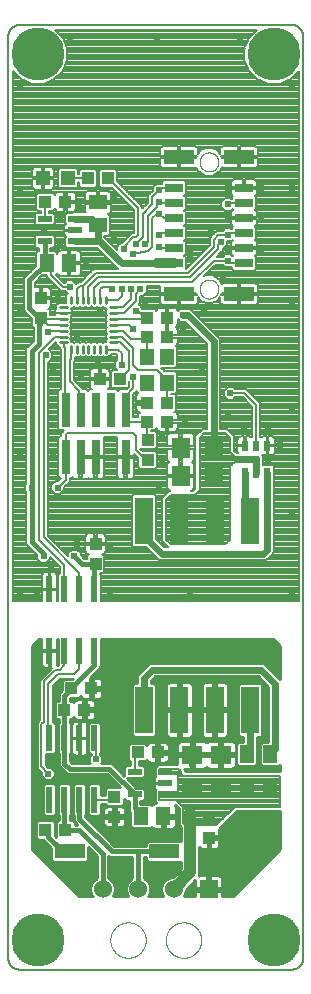
<source format=gtl>
G75*
%MOIN*%
%OFA0B0*%
%FSLAX25Y25*%
%IPPOS*%
%LPD*%
%AMOC8*
5,1,8,0,0,1.08239X$1,22.5*
%
%ADD10C,0.00500*%
%ADD11C,0.17717*%
%ADD12C,0.00000*%
%ADD13R,0.05906X0.03150*%
%ADD14R,0.09843X0.04724*%
%ADD15R,0.06024X0.06024*%
%ADD16C,0.06024*%
%ADD17C,0.00984*%
%ADD18R,0.04331X0.03937*%
%ADD19R,0.05118X0.05906*%
%ADD20R,0.03937X0.04331*%
%ADD21R,0.04724X0.02165*%
%ADD22R,0.05906X0.05118*%
%ADD23R,0.03150X0.11811*%
%ADD24R,0.04724X0.05512*%
%ADD25R,0.05906X0.15748*%
%ADD26R,0.02362X0.08661*%
%ADD27R,0.07087X0.06299*%
%ADD28R,0.04724X0.05906*%
%ADD29R,0.06299X0.07087*%
%ADD30R,0.02362X0.03543*%
%ADD31R,0.04724X0.04724*%
%ADD32R,0.10000X0.05000*%
%ADD33C,0.02381*%
%ADD34C,0.03200*%
%ADD35C,0.02400*%
%ADD36C,0.00787*%
%ADD37C,0.01600*%
%ADD38C,0.01000*%
%ADD39C,0.04000*%
D10*
X0005000Y0013705D02*
X0005000Y0320791D01*
X0005002Y0320915D01*
X0005008Y0321038D01*
X0005017Y0321162D01*
X0005031Y0321284D01*
X0005048Y0321407D01*
X0005070Y0321529D01*
X0005095Y0321650D01*
X0005124Y0321770D01*
X0005156Y0321889D01*
X0005193Y0322008D01*
X0005233Y0322125D01*
X0005276Y0322240D01*
X0005324Y0322355D01*
X0005375Y0322467D01*
X0005429Y0322578D01*
X0005487Y0322688D01*
X0005548Y0322795D01*
X0005613Y0322901D01*
X0005681Y0323004D01*
X0005752Y0323105D01*
X0005826Y0323204D01*
X0005903Y0323301D01*
X0005984Y0323395D01*
X0006067Y0323486D01*
X0006153Y0323575D01*
X0006242Y0323661D01*
X0006333Y0323744D01*
X0006427Y0323825D01*
X0006524Y0323902D01*
X0006623Y0323976D01*
X0006724Y0324047D01*
X0006827Y0324115D01*
X0006933Y0324180D01*
X0007040Y0324241D01*
X0007150Y0324299D01*
X0007261Y0324353D01*
X0007373Y0324404D01*
X0007488Y0324452D01*
X0007603Y0324495D01*
X0007720Y0324535D01*
X0007839Y0324572D01*
X0007958Y0324604D01*
X0008078Y0324633D01*
X0008199Y0324658D01*
X0008321Y0324680D01*
X0008444Y0324697D01*
X0008566Y0324711D01*
X0008690Y0324720D01*
X0008813Y0324726D01*
X0008937Y0324728D01*
X0099488Y0324728D01*
X0099612Y0324726D01*
X0099735Y0324720D01*
X0099859Y0324711D01*
X0099981Y0324697D01*
X0100104Y0324680D01*
X0100226Y0324658D01*
X0100347Y0324633D01*
X0100467Y0324604D01*
X0100586Y0324572D01*
X0100705Y0324535D01*
X0100822Y0324495D01*
X0100937Y0324452D01*
X0101052Y0324404D01*
X0101164Y0324353D01*
X0101275Y0324299D01*
X0101385Y0324241D01*
X0101492Y0324180D01*
X0101598Y0324115D01*
X0101701Y0324047D01*
X0101802Y0323976D01*
X0101901Y0323902D01*
X0101998Y0323825D01*
X0102092Y0323744D01*
X0102183Y0323661D01*
X0102272Y0323575D01*
X0102358Y0323486D01*
X0102441Y0323395D01*
X0102522Y0323301D01*
X0102599Y0323204D01*
X0102673Y0323105D01*
X0102744Y0323004D01*
X0102812Y0322901D01*
X0102877Y0322795D01*
X0102938Y0322688D01*
X0102996Y0322578D01*
X0103050Y0322467D01*
X0103101Y0322355D01*
X0103149Y0322240D01*
X0103192Y0322125D01*
X0103232Y0322008D01*
X0103269Y0321889D01*
X0103301Y0321770D01*
X0103330Y0321650D01*
X0103355Y0321529D01*
X0103377Y0321407D01*
X0103394Y0321284D01*
X0103408Y0321162D01*
X0103417Y0321038D01*
X0103423Y0320915D01*
X0103425Y0320791D01*
X0103425Y0013705D01*
X0103423Y0013581D01*
X0103417Y0013458D01*
X0103408Y0013334D01*
X0103394Y0013212D01*
X0103377Y0013089D01*
X0103355Y0012967D01*
X0103330Y0012846D01*
X0103301Y0012726D01*
X0103269Y0012607D01*
X0103232Y0012488D01*
X0103192Y0012371D01*
X0103149Y0012256D01*
X0103101Y0012141D01*
X0103050Y0012029D01*
X0102996Y0011918D01*
X0102938Y0011808D01*
X0102877Y0011701D01*
X0102812Y0011595D01*
X0102744Y0011492D01*
X0102673Y0011391D01*
X0102599Y0011292D01*
X0102522Y0011195D01*
X0102441Y0011101D01*
X0102358Y0011010D01*
X0102272Y0010921D01*
X0102183Y0010835D01*
X0102092Y0010752D01*
X0101998Y0010671D01*
X0101901Y0010594D01*
X0101802Y0010520D01*
X0101701Y0010449D01*
X0101598Y0010381D01*
X0101492Y0010316D01*
X0101385Y0010255D01*
X0101275Y0010197D01*
X0101164Y0010143D01*
X0101052Y0010092D01*
X0100937Y0010044D01*
X0100822Y0010001D01*
X0100705Y0009961D01*
X0100586Y0009924D01*
X0100467Y0009892D01*
X0100347Y0009863D01*
X0100226Y0009838D01*
X0100104Y0009816D01*
X0099981Y0009799D01*
X0099859Y0009785D01*
X0099735Y0009776D01*
X0099612Y0009770D01*
X0099488Y0009768D01*
X0008937Y0009768D01*
X0008813Y0009770D01*
X0008690Y0009776D01*
X0008566Y0009785D01*
X0008444Y0009799D01*
X0008321Y0009816D01*
X0008199Y0009838D01*
X0008078Y0009863D01*
X0007958Y0009892D01*
X0007839Y0009924D01*
X0007720Y0009961D01*
X0007603Y0010001D01*
X0007488Y0010044D01*
X0007373Y0010092D01*
X0007261Y0010143D01*
X0007150Y0010197D01*
X0007040Y0010255D01*
X0006933Y0010316D01*
X0006827Y0010381D01*
X0006724Y0010449D01*
X0006623Y0010520D01*
X0006524Y0010594D01*
X0006427Y0010671D01*
X0006333Y0010752D01*
X0006242Y0010835D01*
X0006153Y0010921D01*
X0006067Y0011010D01*
X0005984Y0011101D01*
X0005903Y0011195D01*
X0005826Y0011292D01*
X0005752Y0011391D01*
X0005681Y0011492D01*
X0005613Y0011595D01*
X0005548Y0011701D01*
X0005487Y0011808D01*
X0005429Y0011918D01*
X0005375Y0012029D01*
X0005324Y0012141D01*
X0005276Y0012256D01*
X0005233Y0012371D01*
X0005193Y0012488D01*
X0005156Y0012607D01*
X0005124Y0012726D01*
X0005095Y0012846D01*
X0005070Y0012967D01*
X0005048Y0013089D01*
X0005031Y0013212D01*
X0005017Y0013334D01*
X0005008Y0013458D01*
X0005002Y0013581D01*
X0005000Y0013705D01*
D11*
X0014843Y0019610D03*
X0093583Y0019610D03*
X0093583Y0314886D03*
X0014843Y0314886D03*
D12*
X0068779Y0279000D02*
X0068781Y0279112D01*
X0068787Y0279223D01*
X0068797Y0279335D01*
X0068811Y0279446D01*
X0068828Y0279556D01*
X0068850Y0279666D01*
X0068876Y0279775D01*
X0068905Y0279883D01*
X0068938Y0279989D01*
X0068975Y0280095D01*
X0069016Y0280199D01*
X0069061Y0280302D01*
X0069109Y0280403D01*
X0069160Y0280502D01*
X0069215Y0280599D01*
X0069274Y0280694D01*
X0069335Y0280788D01*
X0069400Y0280879D01*
X0069469Y0280967D01*
X0069540Y0281053D01*
X0069614Y0281137D01*
X0069692Y0281217D01*
X0069772Y0281295D01*
X0069855Y0281371D01*
X0069940Y0281443D01*
X0070028Y0281512D01*
X0070118Y0281578D01*
X0070211Y0281640D01*
X0070306Y0281700D01*
X0070403Y0281756D01*
X0070501Y0281808D01*
X0070602Y0281857D01*
X0070704Y0281902D01*
X0070808Y0281944D01*
X0070913Y0281982D01*
X0071020Y0282016D01*
X0071127Y0282046D01*
X0071236Y0282073D01*
X0071345Y0282095D01*
X0071456Y0282114D01*
X0071566Y0282129D01*
X0071678Y0282140D01*
X0071789Y0282147D01*
X0071901Y0282150D01*
X0072013Y0282149D01*
X0072125Y0282144D01*
X0072236Y0282135D01*
X0072347Y0282122D01*
X0072458Y0282105D01*
X0072568Y0282085D01*
X0072677Y0282060D01*
X0072785Y0282032D01*
X0072892Y0281999D01*
X0072998Y0281963D01*
X0073102Y0281923D01*
X0073205Y0281880D01*
X0073307Y0281833D01*
X0073406Y0281782D01*
X0073504Y0281728D01*
X0073600Y0281670D01*
X0073694Y0281609D01*
X0073785Y0281545D01*
X0073874Y0281478D01*
X0073961Y0281407D01*
X0074045Y0281333D01*
X0074127Y0281257D01*
X0074205Y0281177D01*
X0074281Y0281095D01*
X0074354Y0281010D01*
X0074424Y0280923D01*
X0074490Y0280833D01*
X0074554Y0280741D01*
X0074614Y0280647D01*
X0074671Y0280551D01*
X0074724Y0280452D01*
X0074774Y0280352D01*
X0074820Y0280251D01*
X0074863Y0280147D01*
X0074902Y0280042D01*
X0074937Y0279936D01*
X0074968Y0279829D01*
X0074996Y0279720D01*
X0075019Y0279611D01*
X0075039Y0279501D01*
X0075055Y0279390D01*
X0075067Y0279279D01*
X0075075Y0279168D01*
X0075079Y0279056D01*
X0075079Y0278944D01*
X0075075Y0278832D01*
X0075067Y0278721D01*
X0075055Y0278610D01*
X0075039Y0278499D01*
X0075019Y0278389D01*
X0074996Y0278280D01*
X0074968Y0278171D01*
X0074937Y0278064D01*
X0074902Y0277958D01*
X0074863Y0277853D01*
X0074820Y0277749D01*
X0074774Y0277648D01*
X0074724Y0277548D01*
X0074671Y0277449D01*
X0074614Y0277353D01*
X0074554Y0277259D01*
X0074490Y0277167D01*
X0074424Y0277077D01*
X0074354Y0276990D01*
X0074281Y0276905D01*
X0074205Y0276823D01*
X0074127Y0276743D01*
X0074045Y0276667D01*
X0073961Y0276593D01*
X0073874Y0276522D01*
X0073785Y0276455D01*
X0073694Y0276391D01*
X0073600Y0276330D01*
X0073504Y0276272D01*
X0073406Y0276218D01*
X0073307Y0276167D01*
X0073205Y0276120D01*
X0073102Y0276077D01*
X0072998Y0276037D01*
X0072892Y0276001D01*
X0072785Y0275968D01*
X0072677Y0275940D01*
X0072568Y0275915D01*
X0072458Y0275895D01*
X0072347Y0275878D01*
X0072236Y0275865D01*
X0072125Y0275856D01*
X0072013Y0275851D01*
X0071901Y0275850D01*
X0071789Y0275853D01*
X0071678Y0275860D01*
X0071566Y0275871D01*
X0071456Y0275886D01*
X0071345Y0275905D01*
X0071236Y0275927D01*
X0071127Y0275954D01*
X0071020Y0275984D01*
X0070913Y0276018D01*
X0070808Y0276056D01*
X0070704Y0276098D01*
X0070602Y0276143D01*
X0070501Y0276192D01*
X0070403Y0276244D01*
X0070306Y0276300D01*
X0070211Y0276360D01*
X0070118Y0276422D01*
X0070028Y0276488D01*
X0069940Y0276557D01*
X0069855Y0276629D01*
X0069772Y0276705D01*
X0069692Y0276783D01*
X0069614Y0276863D01*
X0069540Y0276947D01*
X0069469Y0277033D01*
X0069400Y0277121D01*
X0069335Y0277212D01*
X0069274Y0277306D01*
X0069215Y0277401D01*
X0069160Y0277498D01*
X0069109Y0277597D01*
X0069061Y0277698D01*
X0069016Y0277801D01*
X0068975Y0277905D01*
X0068938Y0278011D01*
X0068905Y0278117D01*
X0068876Y0278225D01*
X0068850Y0278334D01*
X0068828Y0278444D01*
X0068811Y0278554D01*
X0068797Y0278665D01*
X0068787Y0278777D01*
X0068781Y0278888D01*
X0068779Y0279000D01*
X0068781Y0279112D01*
X0068787Y0279223D01*
X0068797Y0279335D01*
X0068811Y0279446D01*
X0068828Y0279556D01*
X0068850Y0279666D01*
X0068876Y0279775D01*
X0068905Y0279883D01*
X0068938Y0279989D01*
X0068975Y0280095D01*
X0069016Y0280199D01*
X0069061Y0280302D01*
X0069109Y0280403D01*
X0069160Y0280502D01*
X0069215Y0280599D01*
X0069274Y0280694D01*
X0069335Y0280788D01*
X0069400Y0280879D01*
X0069469Y0280967D01*
X0069540Y0281053D01*
X0069614Y0281137D01*
X0069692Y0281217D01*
X0069772Y0281295D01*
X0069855Y0281371D01*
X0069940Y0281443D01*
X0070028Y0281512D01*
X0070118Y0281578D01*
X0070211Y0281640D01*
X0070306Y0281700D01*
X0070403Y0281756D01*
X0070501Y0281808D01*
X0070602Y0281857D01*
X0070704Y0281902D01*
X0070808Y0281944D01*
X0070913Y0281982D01*
X0071020Y0282016D01*
X0071127Y0282046D01*
X0071236Y0282073D01*
X0071345Y0282095D01*
X0071456Y0282114D01*
X0071566Y0282129D01*
X0071678Y0282140D01*
X0071789Y0282147D01*
X0071901Y0282150D01*
X0072013Y0282149D01*
X0072125Y0282144D01*
X0072236Y0282135D01*
X0072347Y0282122D01*
X0072458Y0282105D01*
X0072568Y0282085D01*
X0072677Y0282060D01*
X0072785Y0282032D01*
X0072892Y0281999D01*
X0072998Y0281963D01*
X0073102Y0281923D01*
X0073205Y0281880D01*
X0073307Y0281833D01*
X0073406Y0281782D01*
X0073504Y0281728D01*
X0073600Y0281670D01*
X0073694Y0281609D01*
X0073785Y0281545D01*
X0073874Y0281478D01*
X0073961Y0281407D01*
X0074045Y0281333D01*
X0074127Y0281257D01*
X0074205Y0281177D01*
X0074281Y0281095D01*
X0074354Y0281010D01*
X0074424Y0280923D01*
X0074490Y0280833D01*
X0074554Y0280741D01*
X0074614Y0280647D01*
X0074671Y0280551D01*
X0074724Y0280452D01*
X0074774Y0280352D01*
X0074820Y0280251D01*
X0074863Y0280147D01*
X0074902Y0280042D01*
X0074937Y0279936D01*
X0074968Y0279829D01*
X0074996Y0279720D01*
X0075019Y0279611D01*
X0075039Y0279501D01*
X0075055Y0279390D01*
X0075067Y0279279D01*
X0075075Y0279168D01*
X0075079Y0279056D01*
X0075079Y0278944D01*
X0075075Y0278832D01*
X0075067Y0278721D01*
X0075055Y0278610D01*
X0075039Y0278499D01*
X0075019Y0278389D01*
X0074996Y0278280D01*
X0074968Y0278171D01*
X0074937Y0278064D01*
X0074902Y0277958D01*
X0074863Y0277853D01*
X0074820Y0277749D01*
X0074774Y0277648D01*
X0074724Y0277548D01*
X0074671Y0277449D01*
X0074614Y0277353D01*
X0074554Y0277259D01*
X0074490Y0277167D01*
X0074424Y0277077D01*
X0074354Y0276990D01*
X0074281Y0276905D01*
X0074205Y0276823D01*
X0074127Y0276743D01*
X0074045Y0276667D01*
X0073961Y0276593D01*
X0073874Y0276522D01*
X0073785Y0276455D01*
X0073694Y0276391D01*
X0073600Y0276330D01*
X0073504Y0276272D01*
X0073406Y0276218D01*
X0073307Y0276167D01*
X0073205Y0276120D01*
X0073102Y0276077D01*
X0072998Y0276037D01*
X0072892Y0276001D01*
X0072785Y0275968D01*
X0072677Y0275940D01*
X0072568Y0275915D01*
X0072458Y0275895D01*
X0072347Y0275878D01*
X0072236Y0275865D01*
X0072125Y0275856D01*
X0072013Y0275851D01*
X0071901Y0275850D01*
X0071789Y0275853D01*
X0071678Y0275860D01*
X0071566Y0275871D01*
X0071456Y0275886D01*
X0071345Y0275905D01*
X0071236Y0275927D01*
X0071127Y0275954D01*
X0071020Y0275984D01*
X0070913Y0276018D01*
X0070808Y0276056D01*
X0070704Y0276098D01*
X0070602Y0276143D01*
X0070501Y0276192D01*
X0070403Y0276244D01*
X0070306Y0276300D01*
X0070211Y0276360D01*
X0070118Y0276422D01*
X0070028Y0276488D01*
X0069940Y0276557D01*
X0069855Y0276629D01*
X0069772Y0276705D01*
X0069692Y0276783D01*
X0069614Y0276863D01*
X0069540Y0276947D01*
X0069469Y0277033D01*
X0069400Y0277121D01*
X0069335Y0277212D01*
X0069274Y0277306D01*
X0069215Y0277401D01*
X0069160Y0277498D01*
X0069109Y0277597D01*
X0069061Y0277698D01*
X0069016Y0277801D01*
X0068975Y0277905D01*
X0068938Y0278011D01*
X0068905Y0278117D01*
X0068876Y0278225D01*
X0068850Y0278334D01*
X0068828Y0278444D01*
X0068811Y0278554D01*
X0068797Y0278665D01*
X0068787Y0278777D01*
X0068781Y0278888D01*
X0068779Y0279000D01*
X0068779Y0236598D02*
X0068781Y0236710D01*
X0068787Y0236821D01*
X0068797Y0236933D01*
X0068811Y0237044D01*
X0068828Y0237154D01*
X0068850Y0237264D01*
X0068876Y0237373D01*
X0068905Y0237481D01*
X0068938Y0237587D01*
X0068975Y0237693D01*
X0069016Y0237797D01*
X0069061Y0237900D01*
X0069109Y0238001D01*
X0069160Y0238100D01*
X0069215Y0238197D01*
X0069274Y0238292D01*
X0069335Y0238386D01*
X0069400Y0238477D01*
X0069469Y0238565D01*
X0069540Y0238651D01*
X0069614Y0238735D01*
X0069692Y0238815D01*
X0069772Y0238893D01*
X0069855Y0238969D01*
X0069940Y0239041D01*
X0070028Y0239110D01*
X0070118Y0239176D01*
X0070211Y0239238D01*
X0070306Y0239298D01*
X0070403Y0239354D01*
X0070501Y0239406D01*
X0070602Y0239455D01*
X0070704Y0239500D01*
X0070808Y0239542D01*
X0070913Y0239580D01*
X0071020Y0239614D01*
X0071127Y0239644D01*
X0071236Y0239671D01*
X0071345Y0239693D01*
X0071456Y0239712D01*
X0071566Y0239727D01*
X0071678Y0239738D01*
X0071789Y0239745D01*
X0071901Y0239748D01*
X0072013Y0239747D01*
X0072125Y0239742D01*
X0072236Y0239733D01*
X0072347Y0239720D01*
X0072458Y0239703D01*
X0072568Y0239683D01*
X0072677Y0239658D01*
X0072785Y0239630D01*
X0072892Y0239597D01*
X0072998Y0239561D01*
X0073102Y0239521D01*
X0073205Y0239478D01*
X0073307Y0239431D01*
X0073406Y0239380D01*
X0073504Y0239326D01*
X0073600Y0239268D01*
X0073694Y0239207D01*
X0073785Y0239143D01*
X0073874Y0239076D01*
X0073961Y0239005D01*
X0074045Y0238931D01*
X0074127Y0238855D01*
X0074205Y0238775D01*
X0074281Y0238693D01*
X0074354Y0238608D01*
X0074424Y0238521D01*
X0074490Y0238431D01*
X0074554Y0238339D01*
X0074614Y0238245D01*
X0074671Y0238149D01*
X0074724Y0238050D01*
X0074774Y0237950D01*
X0074820Y0237849D01*
X0074863Y0237745D01*
X0074902Y0237640D01*
X0074937Y0237534D01*
X0074968Y0237427D01*
X0074996Y0237318D01*
X0075019Y0237209D01*
X0075039Y0237099D01*
X0075055Y0236988D01*
X0075067Y0236877D01*
X0075075Y0236766D01*
X0075079Y0236654D01*
X0075079Y0236542D01*
X0075075Y0236430D01*
X0075067Y0236319D01*
X0075055Y0236208D01*
X0075039Y0236097D01*
X0075019Y0235987D01*
X0074996Y0235878D01*
X0074968Y0235769D01*
X0074937Y0235662D01*
X0074902Y0235556D01*
X0074863Y0235451D01*
X0074820Y0235347D01*
X0074774Y0235246D01*
X0074724Y0235146D01*
X0074671Y0235047D01*
X0074614Y0234951D01*
X0074554Y0234857D01*
X0074490Y0234765D01*
X0074424Y0234675D01*
X0074354Y0234588D01*
X0074281Y0234503D01*
X0074205Y0234421D01*
X0074127Y0234341D01*
X0074045Y0234265D01*
X0073961Y0234191D01*
X0073874Y0234120D01*
X0073785Y0234053D01*
X0073694Y0233989D01*
X0073600Y0233928D01*
X0073504Y0233870D01*
X0073406Y0233816D01*
X0073307Y0233765D01*
X0073205Y0233718D01*
X0073102Y0233675D01*
X0072998Y0233635D01*
X0072892Y0233599D01*
X0072785Y0233566D01*
X0072677Y0233538D01*
X0072568Y0233513D01*
X0072458Y0233493D01*
X0072347Y0233476D01*
X0072236Y0233463D01*
X0072125Y0233454D01*
X0072013Y0233449D01*
X0071901Y0233448D01*
X0071789Y0233451D01*
X0071678Y0233458D01*
X0071566Y0233469D01*
X0071456Y0233484D01*
X0071345Y0233503D01*
X0071236Y0233525D01*
X0071127Y0233552D01*
X0071020Y0233582D01*
X0070913Y0233616D01*
X0070808Y0233654D01*
X0070704Y0233696D01*
X0070602Y0233741D01*
X0070501Y0233790D01*
X0070403Y0233842D01*
X0070306Y0233898D01*
X0070211Y0233958D01*
X0070118Y0234020D01*
X0070028Y0234086D01*
X0069940Y0234155D01*
X0069855Y0234227D01*
X0069772Y0234303D01*
X0069692Y0234381D01*
X0069614Y0234461D01*
X0069540Y0234545D01*
X0069469Y0234631D01*
X0069400Y0234719D01*
X0069335Y0234810D01*
X0069274Y0234904D01*
X0069215Y0234999D01*
X0069160Y0235096D01*
X0069109Y0235195D01*
X0069061Y0235296D01*
X0069016Y0235399D01*
X0068975Y0235503D01*
X0068938Y0235609D01*
X0068905Y0235715D01*
X0068876Y0235823D01*
X0068850Y0235932D01*
X0068828Y0236042D01*
X0068811Y0236152D01*
X0068797Y0236263D01*
X0068787Y0236375D01*
X0068781Y0236486D01*
X0068779Y0236598D01*
X0068781Y0236710D01*
X0068787Y0236821D01*
X0068797Y0236933D01*
X0068811Y0237044D01*
X0068828Y0237154D01*
X0068850Y0237264D01*
X0068876Y0237373D01*
X0068905Y0237481D01*
X0068938Y0237587D01*
X0068975Y0237693D01*
X0069016Y0237797D01*
X0069061Y0237900D01*
X0069109Y0238001D01*
X0069160Y0238100D01*
X0069215Y0238197D01*
X0069274Y0238292D01*
X0069335Y0238386D01*
X0069400Y0238477D01*
X0069469Y0238565D01*
X0069540Y0238651D01*
X0069614Y0238735D01*
X0069692Y0238815D01*
X0069772Y0238893D01*
X0069855Y0238969D01*
X0069940Y0239041D01*
X0070028Y0239110D01*
X0070118Y0239176D01*
X0070211Y0239238D01*
X0070306Y0239298D01*
X0070403Y0239354D01*
X0070501Y0239406D01*
X0070602Y0239455D01*
X0070704Y0239500D01*
X0070808Y0239542D01*
X0070913Y0239580D01*
X0071020Y0239614D01*
X0071127Y0239644D01*
X0071236Y0239671D01*
X0071345Y0239693D01*
X0071456Y0239712D01*
X0071566Y0239727D01*
X0071678Y0239738D01*
X0071789Y0239745D01*
X0071901Y0239748D01*
X0072013Y0239747D01*
X0072125Y0239742D01*
X0072236Y0239733D01*
X0072347Y0239720D01*
X0072458Y0239703D01*
X0072568Y0239683D01*
X0072677Y0239658D01*
X0072785Y0239630D01*
X0072892Y0239597D01*
X0072998Y0239561D01*
X0073102Y0239521D01*
X0073205Y0239478D01*
X0073307Y0239431D01*
X0073406Y0239380D01*
X0073504Y0239326D01*
X0073600Y0239268D01*
X0073694Y0239207D01*
X0073785Y0239143D01*
X0073874Y0239076D01*
X0073961Y0239005D01*
X0074045Y0238931D01*
X0074127Y0238855D01*
X0074205Y0238775D01*
X0074281Y0238693D01*
X0074354Y0238608D01*
X0074424Y0238521D01*
X0074490Y0238431D01*
X0074554Y0238339D01*
X0074614Y0238245D01*
X0074671Y0238149D01*
X0074724Y0238050D01*
X0074774Y0237950D01*
X0074820Y0237849D01*
X0074863Y0237745D01*
X0074902Y0237640D01*
X0074937Y0237534D01*
X0074968Y0237427D01*
X0074996Y0237318D01*
X0075019Y0237209D01*
X0075039Y0237099D01*
X0075055Y0236988D01*
X0075067Y0236877D01*
X0075075Y0236766D01*
X0075079Y0236654D01*
X0075079Y0236542D01*
X0075075Y0236430D01*
X0075067Y0236319D01*
X0075055Y0236208D01*
X0075039Y0236097D01*
X0075019Y0235987D01*
X0074996Y0235878D01*
X0074968Y0235769D01*
X0074937Y0235662D01*
X0074902Y0235556D01*
X0074863Y0235451D01*
X0074820Y0235347D01*
X0074774Y0235246D01*
X0074724Y0235146D01*
X0074671Y0235047D01*
X0074614Y0234951D01*
X0074554Y0234857D01*
X0074490Y0234765D01*
X0074424Y0234675D01*
X0074354Y0234588D01*
X0074281Y0234503D01*
X0074205Y0234421D01*
X0074127Y0234341D01*
X0074045Y0234265D01*
X0073961Y0234191D01*
X0073874Y0234120D01*
X0073785Y0234053D01*
X0073694Y0233989D01*
X0073600Y0233928D01*
X0073504Y0233870D01*
X0073406Y0233816D01*
X0073307Y0233765D01*
X0073205Y0233718D01*
X0073102Y0233675D01*
X0072998Y0233635D01*
X0072892Y0233599D01*
X0072785Y0233566D01*
X0072677Y0233538D01*
X0072568Y0233513D01*
X0072458Y0233493D01*
X0072347Y0233476D01*
X0072236Y0233463D01*
X0072125Y0233454D01*
X0072013Y0233449D01*
X0071901Y0233448D01*
X0071789Y0233451D01*
X0071678Y0233458D01*
X0071566Y0233469D01*
X0071456Y0233484D01*
X0071345Y0233503D01*
X0071236Y0233525D01*
X0071127Y0233552D01*
X0071020Y0233582D01*
X0070913Y0233616D01*
X0070808Y0233654D01*
X0070704Y0233696D01*
X0070602Y0233741D01*
X0070501Y0233790D01*
X0070403Y0233842D01*
X0070306Y0233898D01*
X0070211Y0233958D01*
X0070118Y0234020D01*
X0070028Y0234086D01*
X0069940Y0234155D01*
X0069855Y0234227D01*
X0069772Y0234303D01*
X0069692Y0234381D01*
X0069614Y0234461D01*
X0069540Y0234545D01*
X0069469Y0234631D01*
X0069400Y0234719D01*
X0069335Y0234810D01*
X0069274Y0234904D01*
X0069215Y0234999D01*
X0069160Y0235096D01*
X0069109Y0235195D01*
X0069061Y0235296D01*
X0069016Y0235399D01*
X0068975Y0235503D01*
X0068938Y0235609D01*
X0068905Y0235715D01*
X0068876Y0235823D01*
X0068850Y0235932D01*
X0068828Y0236042D01*
X0068811Y0236152D01*
X0068797Y0236263D01*
X0068787Y0236375D01*
X0068781Y0236486D01*
X0068779Y0236598D01*
X0057559Y0019610D02*
X0057561Y0019763D01*
X0057567Y0019917D01*
X0057577Y0020070D01*
X0057591Y0020222D01*
X0057609Y0020375D01*
X0057631Y0020526D01*
X0057656Y0020677D01*
X0057686Y0020828D01*
X0057720Y0020978D01*
X0057757Y0021126D01*
X0057798Y0021274D01*
X0057843Y0021420D01*
X0057892Y0021566D01*
X0057945Y0021710D01*
X0058001Y0021852D01*
X0058061Y0021993D01*
X0058125Y0022133D01*
X0058192Y0022271D01*
X0058263Y0022407D01*
X0058338Y0022541D01*
X0058415Y0022673D01*
X0058497Y0022803D01*
X0058581Y0022931D01*
X0058669Y0023057D01*
X0058760Y0023180D01*
X0058854Y0023301D01*
X0058952Y0023419D01*
X0059052Y0023535D01*
X0059156Y0023648D01*
X0059262Y0023759D01*
X0059371Y0023867D01*
X0059483Y0023972D01*
X0059597Y0024073D01*
X0059715Y0024172D01*
X0059834Y0024268D01*
X0059956Y0024361D01*
X0060081Y0024450D01*
X0060208Y0024537D01*
X0060337Y0024619D01*
X0060468Y0024699D01*
X0060601Y0024775D01*
X0060736Y0024848D01*
X0060873Y0024917D01*
X0061012Y0024982D01*
X0061152Y0025044D01*
X0061294Y0025102D01*
X0061437Y0025157D01*
X0061582Y0025208D01*
X0061728Y0025255D01*
X0061875Y0025298D01*
X0062023Y0025337D01*
X0062172Y0025373D01*
X0062322Y0025404D01*
X0062473Y0025432D01*
X0062624Y0025456D01*
X0062777Y0025476D01*
X0062929Y0025492D01*
X0063082Y0025504D01*
X0063235Y0025512D01*
X0063388Y0025516D01*
X0063542Y0025516D01*
X0063695Y0025512D01*
X0063848Y0025504D01*
X0064001Y0025492D01*
X0064153Y0025476D01*
X0064306Y0025456D01*
X0064457Y0025432D01*
X0064608Y0025404D01*
X0064758Y0025373D01*
X0064907Y0025337D01*
X0065055Y0025298D01*
X0065202Y0025255D01*
X0065348Y0025208D01*
X0065493Y0025157D01*
X0065636Y0025102D01*
X0065778Y0025044D01*
X0065918Y0024982D01*
X0066057Y0024917D01*
X0066194Y0024848D01*
X0066329Y0024775D01*
X0066462Y0024699D01*
X0066593Y0024619D01*
X0066722Y0024537D01*
X0066849Y0024450D01*
X0066974Y0024361D01*
X0067096Y0024268D01*
X0067215Y0024172D01*
X0067333Y0024073D01*
X0067447Y0023972D01*
X0067559Y0023867D01*
X0067668Y0023759D01*
X0067774Y0023648D01*
X0067878Y0023535D01*
X0067978Y0023419D01*
X0068076Y0023301D01*
X0068170Y0023180D01*
X0068261Y0023057D01*
X0068349Y0022931D01*
X0068433Y0022803D01*
X0068515Y0022673D01*
X0068592Y0022541D01*
X0068667Y0022407D01*
X0068738Y0022271D01*
X0068805Y0022133D01*
X0068869Y0021993D01*
X0068929Y0021852D01*
X0068985Y0021710D01*
X0069038Y0021566D01*
X0069087Y0021420D01*
X0069132Y0021274D01*
X0069173Y0021126D01*
X0069210Y0020978D01*
X0069244Y0020828D01*
X0069274Y0020677D01*
X0069299Y0020526D01*
X0069321Y0020375D01*
X0069339Y0020222D01*
X0069353Y0020070D01*
X0069363Y0019917D01*
X0069369Y0019763D01*
X0069371Y0019610D01*
X0069369Y0019457D01*
X0069363Y0019303D01*
X0069353Y0019150D01*
X0069339Y0018998D01*
X0069321Y0018845D01*
X0069299Y0018694D01*
X0069274Y0018543D01*
X0069244Y0018392D01*
X0069210Y0018242D01*
X0069173Y0018094D01*
X0069132Y0017946D01*
X0069087Y0017800D01*
X0069038Y0017654D01*
X0068985Y0017510D01*
X0068929Y0017368D01*
X0068869Y0017227D01*
X0068805Y0017087D01*
X0068738Y0016949D01*
X0068667Y0016813D01*
X0068592Y0016679D01*
X0068515Y0016547D01*
X0068433Y0016417D01*
X0068349Y0016289D01*
X0068261Y0016163D01*
X0068170Y0016040D01*
X0068076Y0015919D01*
X0067978Y0015801D01*
X0067878Y0015685D01*
X0067774Y0015572D01*
X0067668Y0015461D01*
X0067559Y0015353D01*
X0067447Y0015248D01*
X0067333Y0015147D01*
X0067215Y0015048D01*
X0067096Y0014952D01*
X0066974Y0014859D01*
X0066849Y0014770D01*
X0066722Y0014683D01*
X0066593Y0014601D01*
X0066462Y0014521D01*
X0066329Y0014445D01*
X0066194Y0014372D01*
X0066057Y0014303D01*
X0065918Y0014238D01*
X0065778Y0014176D01*
X0065636Y0014118D01*
X0065493Y0014063D01*
X0065348Y0014012D01*
X0065202Y0013965D01*
X0065055Y0013922D01*
X0064907Y0013883D01*
X0064758Y0013847D01*
X0064608Y0013816D01*
X0064457Y0013788D01*
X0064306Y0013764D01*
X0064153Y0013744D01*
X0064001Y0013728D01*
X0063848Y0013716D01*
X0063695Y0013708D01*
X0063542Y0013704D01*
X0063388Y0013704D01*
X0063235Y0013708D01*
X0063082Y0013716D01*
X0062929Y0013728D01*
X0062777Y0013744D01*
X0062624Y0013764D01*
X0062473Y0013788D01*
X0062322Y0013816D01*
X0062172Y0013847D01*
X0062023Y0013883D01*
X0061875Y0013922D01*
X0061728Y0013965D01*
X0061582Y0014012D01*
X0061437Y0014063D01*
X0061294Y0014118D01*
X0061152Y0014176D01*
X0061012Y0014238D01*
X0060873Y0014303D01*
X0060736Y0014372D01*
X0060601Y0014445D01*
X0060468Y0014521D01*
X0060337Y0014601D01*
X0060208Y0014683D01*
X0060081Y0014770D01*
X0059956Y0014859D01*
X0059834Y0014952D01*
X0059715Y0015048D01*
X0059597Y0015147D01*
X0059483Y0015248D01*
X0059371Y0015353D01*
X0059262Y0015461D01*
X0059156Y0015572D01*
X0059052Y0015685D01*
X0058952Y0015801D01*
X0058854Y0015919D01*
X0058760Y0016040D01*
X0058669Y0016163D01*
X0058581Y0016289D01*
X0058497Y0016417D01*
X0058415Y0016547D01*
X0058338Y0016679D01*
X0058263Y0016813D01*
X0058192Y0016949D01*
X0058125Y0017087D01*
X0058061Y0017227D01*
X0058001Y0017368D01*
X0057945Y0017510D01*
X0057892Y0017654D01*
X0057843Y0017800D01*
X0057798Y0017946D01*
X0057757Y0018094D01*
X0057720Y0018242D01*
X0057686Y0018392D01*
X0057656Y0018543D01*
X0057631Y0018694D01*
X0057609Y0018845D01*
X0057591Y0018998D01*
X0057577Y0019150D01*
X0057567Y0019303D01*
X0057561Y0019457D01*
X0057559Y0019610D01*
X0039055Y0019610D02*
X0039057Y0019763D01*
X0039063Y0019917D01*
X0039073Y0020070D01*
X0039087Y0020222D01*
X0039105Y0020375D01*
X0039127Y0020526D01*
X0039152Y0020677D01*
X0039182Y0020828D01*
X0039216Y0020978D01*
X0039253Y0021126D01*
X0039294Y0021274D01*
X0039339Y0021420D01*
X0039388Y0021566D01*
X0039441Y0021710D01*
X0039497Y0021852D01*
X0039557Y0021993D01*
X0039621Y0022133D01*
X0039688Y0022271D01*
X0039759Y0022407D01*
X0039834Y0022541D01*
X0039911Y0022673D01*
X0039993Y0022803D01*
X0040077Y0022931D01*
X0040165Y0023057D01*
X0040256Y0023180D01*
X0040350Y0023301D01*
X0040448Y0023419D01*
X0040548Y0023535D01*
X0040652Y0023648D01*
X0040758Y0023759D01*
X0040867Y0023867D01*
X0040979Y0023972D01*
X0041093Y0024073D01*
X0041211Y0024172D01*
X0041330Y0024268D01*
X0041452Y0024361D01*
X0041577Y0024450D01*
X0041704Y0024537D01*
X0041833Y0024619D01*
X0041964Y0024699D01*
X0042097Y0024775D01*
X0042232Y0024848D01*
X0042369Y0024917D01*
X0042508Y0024982D01*
X0042648Y0025044D01*
X0042790Y0025102D01*
X0042933Y0025157D01*
X0043078Y0025208D01*
X0043224Y0025255D01*
X0043371Y0025298D01*
X0043519Y0025337D01*
X0043668Y0025373D01*
X0043818Y0025404D01*
X0043969Y0025432D01*
X0044120Y0025456D01*
X0044273Y0025476D01*
X0044425Y0025492D01*
X0044578Y0025504D01*
X0044731Y0025512D01*
X0044884Y0025516D01*
X0045038Y0025516D01*
X0045191Y0025512D01*
X0045344Y0025504D01*
X0045497Y0025492D01*
X0045649Y0025476D01*
X0045802Y0025456D01*
X0045953Y0025432D01*
X0046104Y0025404D01*
X0046254Y0025373D01*
X0046403Y0025337D01*
X0046551Y0025298D01*
X0046698Y0025255D01*
X0046844Y0025208D01*
X0046989Y0025157D01*
X0047132Y0025102D01*
X0047274Y0025044D01*
X0047414Y0024982D01*
X0047553Y0024917D01*
X0047690Y0024848D01*
X0047825Y0024775D01*
X0047958Y0024699D01*
X0048089Y0024619D01*
X0048218Y0024537D01*
X0048345Y0024450D01*
X0048470Y0024361D01*
X0048592Y0024268D01*
X0048711Y0024172D01*
X0048829Y0024073D01*
X0048943Y0023972D01*
X0049055Y0023867D01*
X0049164Y0023759D01*
X0049270Y0023648D01*
X0049374Y0023535D01*
X0049474Y0023419D01*
X0049572Y0023301D01*
X0049666Y0023180D01*
X0049757Y0023057D01*
X0049845Y0022931D01*
X0049929Y0022803D01*
X0050011Y0022673D01*
X0050088Y0022541D01*
X0050163Y0022407D01*
X0050234Y0022271D01*
X0050301Y0022133D01*
X0050365Y0021993D01*
X0050425Y0021852D01*
X0050481Y0021710D01*
X0050534Y0021566D01*
X0050583Y0021420D01*
X0050628Y0021274D01*
X0050669Y0021126D01*
X0050706Y0020978D01*
X0050740Y0020828D01*
X0050770Y0020677D01*
X0050795Y0020526D01*
X0050817Y0020375D01*
X0050835Y0020222D01*
X0050849Y0020070D01*
X0050859Y0019917D01*
X0050865Y0019763D01*
X0050867Y0019610D01*
X0050865Y0019457D01*
X0050859Y0019303D01*
X0050849Y0019150D01*
X0050835Y0018998D01*
X0050817Y0018845D01*
X0050795Y0018694D01*
X0050770Y0018543D01*
X0050740Y0018392D01*
X0050706Y0018242D01*
X0050669Y0018094D01*
X0050628Y0017946D01*
X0050583Y0017800D01*
X0050534Y0017654D01*
X0050481Y0017510D01*
X0050425Y0017368D01*
X0050365Y0017227D01*
X0050301Y0017087D01*
X0050234Y0016949D01*
X0050163Y0016813D01*
X0050088Y0016679D01*
X0050011Y0016547D01*
X0049929Y0016417D01*
X0049845Y0016289D01*
X0049757Y0016163D01*
X0049666Y0016040D01*
X0049572Y0015919D01*
X0049474Y0015801D01*
X0049374Y0015685D01*
X0049270Y0015572D01*
X0049164Y0015461D01*
X0049055Y0015353D01*
X0048943Y0015248D01*
X0048829Y0015147D01*
X0048711Y0015048D01*
X0048592Y0014952D01*
X0048470Y0014859D01*
X0048345Y0014770D01*
X0048218Y0014683D01*
X0048089Y0014601D01*
X0047958Y0014521D01*
X0047825Y0014445D01*
X0047690Y0014372D01*
X0047553Y0014303D01*
X0047414Y0014238D01*
X0047274Y0014176D01*
X0047132Y0014118D01*
X0046989Y0014063D01*
X0046844Y0014012D01*
X0046698Y0013965D01*
X0046551Y0013922D01*
X0046403Y0013883D01*
X0046254Y0013847D01*
X0046104Y0013816D01*
X0045953Y0013788D01*
X0045802Y0013764D01*
X0045649Y0013744D01*
X0045497Y0013728D01*
X0045344Y0013716D01*
X0045191Y0013708D01*
X0045038Y0013704D01*
X0044884Y0013704D01*
X0044731Y0013708D01*
X0044578Y0013716D01*
X0044425Y0013728D01*
X0044273Y0013744D01*
X0044120Y0013764D01*
X0043969Y0013788D01*
X0043818Y0013816D01*
X0043668Y0013847D01*
X0043519Y0013883D01*
X0043371Y0013922D01*
X0043224Y0013965D01*
X0043078Y0014012D01*
X0042933Y0014063D01*
X0042790Y0014118D01*
X0042648Y0014176D01*
X0042508Y0014238D01*
X0042369Y0014303D01*
X0042232Y0014372D01*
X0042097Y0014445D01*
X0041964Y0014521D01*
X0041833Y0014601D01*
X0041704Y0014683D01*
X0041577Y0014770D01*
X0041452Y0014859D01*
X0041330Y0014952D01*
X0041211Y0015048D01*
X0041093Y0015147D01*
X0040979Y0015248D01*
X0040867Y0015353D01*
X0040758Y0015461D01*
X0040652Y0015572D01*
X0040548Y0015685D01*
X0040448Y0015801D01*
X0040350Y0015919D01*
X0040256Y0016040D01*
X0040165Y0016163D01*
X0040077Y0016289D01*
X0039993Y0016417D01*
X0039911Y0016547D01*
X0039834Y0016679D01*
X0039759Y0016813D01*
X0039688Y0016949D01*
X0039621Y0017087D01*
X0039557Y0017227D01*
X0039497Y0017368D01*
X0039441Y0017510D01*
X0039388Y0017654D01*
X0039339Y0017800D01*
X0039294Y0017946D01*
X0039253Y0018094D01*
X0039216Y0018242D01*
X0039182Y0018392D01*
X0039152Y0018543D01*
X0039127Y0018694D01*
X0039105Y0018845D01*
X0039087Y0018998D01*
X0039073Y0019150D01*
X0039063Y0019303D01*
X0039057Y0019457D01*
X0039055Y0019610D01*
D13*
X0060315Y0245260D03*
X0060315Y0250260D03*
X0060315Y0255260D03*
X0060315Y0260260D03*
X0060315Y0265260D03*
X0060315Y0270260D03*
X0083543Y0270260D03*
X0083543Y0265260D03*
X0083543Y0260260D03*
X0083543Y0255260D03*
X0083543Y0250260D03*
X0083543Y0245260D03*
D14*
X0081969Y0234965D03*
X0081969Y0280634D03*
X0061890Y0280634D03*
X0061890Y0234965D03*
D15*
X0071929Y0036618D03*
D16*
X0060118Y0036618D03*
X0048307Y0036618D03*
X0036496Y0036618D03*
D17*
X0035709Y0215378D02*
X0035709Y0217544D01*
X0037677Y0217544D02*
X0037677Y0215378D01*
X0038956Y0218823D02*
X0041122Y0218823D01*
X0041122Y0220791D02*
X0038956Y0220791D01*
X0038956Y0222760D02*
X0041122Y0222760D01*
X0041122Y0224728D02*
X0038956Y0224728D01*
X0038956Y0226697D02*
X0041122Y0226697D01*
X0041122Y0228665D02*
X0038956Y0228665D01*
X0038956Y0230634D02*
X0041122Y0230634D01*
X0037677Y0231913D02*
X0037677Y0234079D01*
X0035709Y0234079D02*
X0035709Y0231913D01*
X0033740Y0231913D02*
X0033740Y0234079D01*
X0031772Y0234079D02*
X0031772Y0231913D01*
X0029803Y0231913D02*
X0029803Y0234079D01*
X0027835Y0234079D02*
X0027835Y0231913D01*
X0025866Y0231913D02*
X0025866Y0234079D01*
X0024587Y0230634D02*
X0022421Y0230634D01*
X0022421Y0228665D02*
X0024587Y0228665D01*
X0024587Y0226697D02*
X0022421Y0226697D01*
X0022421Y0224728D02*
X0024587Y0224728D01*
X0024587Y0222760D02*
X0022421Y0222760D01*
X0022421Y0220791D02*
X0024587Y0220791D01*
X0024587Y0218823D02*
X0022421Y0218823D01*
X0025866Y0217544D02*
X0025866Y0215378D01*
X0027835Y0215378D02*
X0027835Y0217544D01*
X0029803Y0217544D02*
X0029803Y0215378D01*
X0031772Y0215378D02*
X0031772Y0217544D01*
X0033740Y0217544D02*
X0033740Y0215378D01*
D18*
X0024094Y0265673D03*
X0017402Y0265673D03*
X0051260Y0227091D03*
X0051260Y0220791D03*
X0057953Y0220791D03*
X0057953Y0227091D03*
X0057953Y0198744D03*
X0057953Y0192445D03*
X0051260Y0192445D03*
X0051457Y0186343D03*
X0051457Y0179650D03*
X0051260Y0198744D03*
X0032756Y0103469D03*
X0030394Y0096382D03*
X0026063Y0103469D03*
X0023701Y0096382D03*
X0040433Y0067445D03*
X0040433Y0060752D03*
X0048110Y0082209D03*
X0054803Y0082209D03*
D19*
X0056772Y0060949D03*
X0049291Y0060949D03*
X0025276Y0245201D03*
X0017795Y0245201D03*
D20*
X0016024Y0233587D03*
X0016024Y0226894D03*
X0031575Y0273547D03*
X0038268Y0273547D03*
X0035512Y0206618D03*
X0042205Y0206618D03*
X0034134Y0151697D03*
X0034134Y0145004D03*
X0024094Y0056224D03*
X0017402Y0056224D03*
X0071929Y0053665D03*
X0071929Y0060358D03*
D21*
X0057362Y0068232D03*
X0057362Y0071972D03*
X0057362Y0075713D03*
X0047126Y0075713D03*
X0047126Y0068232D03*
X0027441Y0252484D03*
X0027441Y0256224D03*
X0027441Y0259965D03*
X0017205Y0259965D03*
X0017205Y0252484D03*
D22*
X0034921Y0257996D03*
X0034921Y0265476D03*
D23*
X0034134Y0196382D03*
X0029134Y0196382D03*
X0024134Y0196382D03*
X0024134Y0180634D03*
X0029134Y0180634D03*
X0034134Y0180634D03*
X0039134Y0196382D03*
X0044134Y0196382D03*
X0044134Y0180634D03*
D24*
X0051260Y0205437D03*
X0051260Y0214098D03*
X0057953Y0214098D03*
X0057953Y0205437D03*
D25*
X0062087Y0159374D03*
X0073898Y0159374D03*
X0085709Y0159374D03*
X0085709Y0096382D03*
X0073898Y0096382D03*
X0062087Y0096382D03*
X0050276Y0096382D03*
X0050276Y0159374D03*
D26*
X0033760Y0136539D03*
X0028760Y0136539D03*
X0023760Y0136539D03*
X0018760Y0136539D03*
X0018760Y0116067D03*
X0023760Y0116067D03*
X0028760Y0116067D03*
X0033760Y0116067D03*
X0033760Y0086933D03*
X0028760Y0086933D03*
X0023760Y0086933D03*
X0018760Y0086933D03*
X0018760Y0066461D03*
X0023760Y0066461D03*
X0028760Y0066461D03*
X0033760Y0066461D03*
D27*
X0066417Y0070398D03*
X0066417Y0081421D03*
X0075866Y0081421D03*
X0075866Y0070398D03*
D28*
X0084528Y0070201D03*
X0084528Y0081618D03*
X0092402Y0081618D03*
X0092402Y0070201D03*
D29*
X0073504Y0174335D03*
X0073504Y0183783D03*
X0062480Y0183783D03*
X0062480Y0174335D03*
D30*
X0083937Y0175319D03*
X0083937Y0184374D03*
X0087677Y0184374D03*
X0087677Y0175319D03*
X0091417Y0175319D03*
X0091417Y0184374D03*
D31*
X0024882Y0273547D03*
X0016614Y0273547D03*
D32*
X0025472Y0049138D03*
X0056969Y0049138D03*
D33*
X0060118Y0054650D03*
X0054606Y0038902D03*
X0052244Y0055437D03*
X0052244Y0068035D03*
X0052244Y0075122D03*
X0059331Y0082209D03*
X0061693Y0090870D03*
X0061693Y0101894D03*
X0065630Y0116854D03*
X0065630Y0134965D03*
X0074291Y0101894D03*
X0074291Y0090870D03*
X0075866Y0082996D03*
X0075866Y0078272D03*
X0077441Y0056224D03*
X0071142Y0043626D03*
X0078228Y0036539D03*
X0066417Y0078272D03*
X0066417Y0082996D03*
X0079803Y0105831D03*
X0092402Y0116854D03*
X0099488Y0134965D03*
X0099488Y0161736D03*
X0095551Y0184571D03*
X0091614Y0189295D03*
X0091614Y0179846D03*
X0099488Y0197169D03*
X0099488Y0231815D03*
X0089252Y0249925D03*
X0089252Y0260161D03*
X0089252Y0270398D03*
X0085315Y0280634D03*
X0079016Y0280634D03*
X0078228Y0270398D03*
X0078228Y0264886D03*
X0078228Y0260161D03*
X0078228Y0254650D03*
X0075866Y0252287D03*
X0078228Y0249925D03*
X0078228Y0245988D03*
X0076654Y0241264D03*
X0079016Y0234965D03*
X0085315Y0234965D03*
X0079016Y0201894D03*
X0078228Y0194020D03*
X0083740Y0189295D03*
X0069567Y0209768D03*
X0064055Y0191657D03*
X0058543Y0214492D03*
X0063268Y0223154D03*
X0063268Y0227878D03*
X0064843Y0234965D03*
X0065630Y0248350D03*
X0072717Y0256224D03*
X0064843Y0280634D03*
X0058543Y0280634D03*
X0055394Y0269610D03*
X0055394Y0265673D03*
X0055394Y0261736D03*
X0055394Y0254650D03*
X0055394Y0250713D03*
X0054606Y0245201D03*
X0050669Y0251500D03*
X0047520Y0251500D03*
X0046732Y0248350D03*
X0043583Y0249925D03*
X0040433Y0253075D03*
X0040433Y0267248D03*
X0030984Y0244413D03*
X0025472Y0237327D03*
X0021535Y0234177D03*
X0018386Y0222366D03*
X0017598Y0214492D03*
X0019961Y0210555D03*
X0027835Y0220791D03*
X0029409Y0207406D03*
X0034921Y0212130D03*
X0035709Y0228665D03*
X0039646Y0236539D03*
X0042795Y0236539D03*
X0045945Y0236539D03*
X0047520Y0229453D03*
X0050669Y0232602D03*
X0049094Y0236539D03*
X0046732Y0223154D03*
X0042795Y0211343D03*
X0046732Y0207406D03*
X0048307Y0198744D03*
X0050669Y0205043D03*
X0056181Y0186933D03*
X0056181Y0178272D03*
X0055394Y0169610D03*
X0038858Y0150713D03*
X0038858Y0134965D03*
X0038858Y0116854D03*
X0037283Y0103469D03*
X0038071Y0093232D03*
X0034134Y0079846D03*
X0037283Y0072760D03*
X0042795Y0078272D03*
X0034134Y0058587D03*
X0033346Y0046776D03*
X0030197Y0036539D03*
X0042795Y0040476D03*
X0028622Y0079846D03*
X0021535Y0104256D03*
X0014449Y0116067D03*
X0014449Y0134965D03*
X0019173Y0143626D03*
X0016811Y0147563D03*
X0008937Y0134965D03*
X0012874Y0170398D03*
X0008937Y0182209D03*
X0019961Y0181421D03*
X0021535Y0170398D03*
X0027835Y0151500D03*
X0027047Y0147563D03*
X0019173Y0079059D03*
X0018386Y0075122D03*
X0014449Y0073547D03*
X0015236Y0061736D03*
X0016811Y0049925D03*
X0008937Y0229453D03*
X0016811Y0256224D03*
X0022323Y0252287D03*
X0022323Y0260161D03*
X0028622Y0264886D03*
X0008937Y0268823D03*
X0008937Y0303469D03*
X0025472Y0320791D03*
X0054606Y0320791D03*
X0082165Y0320791D03*
X0099488Y0304256D03*
X0099488Y0270398D03*
X0070354Y0229453D03*
X0058543Y0234965D03*
X0093189Y0060161D03*
X0093189Y0051500D03*
D34*
X0060315Y0245260D02*
X0054665Y0245260D01*
X0054606Y0245201D01*
D35*
X0042795Y0245201D01*
X0034921Y0253075D01*
X0034331Y0252484D01*
X0027441Y0252484D01*
X0027441Y0259965D02*
X0032953Y0259965D01*
X0034921Y0257996D01*
X0034921Y0253075D01*
X0063268Y0227878D02*
X0064843Y0227878D01*
X0073504Y0219217D01*
X0073504Y0183783D01*
X0083937Y0175319D02*
X0083937Y0161146D01*
X0085709Y0159374D01*
X0091417Y0149728D02*
X0090039Y0148350D01*
X0056181Y0148350D01*
X0050669Y0153862D01*
X0050669Y0158980D01*
X0050276Y0159374D01*
X0053031Y0109768D02*
X0089252Y0109768D01*
X0093976Y0105043D01*
X0093976Y0083193D01*
X0092402Y0081618D01*
X0085709Y0082799D02*
X0084528Y0081618D01*
X0085709Y0082799D02*
X0085709Y0096382D01*
X0091417Y0149728D02*
X0091417Y0175319D01*
X0087677Y0175319D02*
X0087677Y0179846D01*
X0053031Y0109768D02*
X0050276Y0107012D01*
X0050276Y0096382D01*
D36*
X0048110Y0082209D02*
X0047126Y0081224D01*
X0047126Y0075713D01*
X0040433Y0067445D02*
X0039449Y0066461D01*
X0033760Y0066461D01*
X0034134Y0079846D02*
X0034134Y0086559D01*
X0033760Y0086933D01*
X0027047Y0108193D02*
X0021535Y0108193D01*
X0018386Y0105043D01*
X0018386Y0087307D01*
X0018760Y0086933D01*
X0016024Y0091657D02*
X0016811Y0092445D01*
X0016811Y0105831D01*
X0020748Y0109768D01*
X0022323Y0109768D01*
X0023760Y0111205D01*
X0023760Y0116067D01*
X0028760Y0109906D02*
X0027047Y0108193D01*
X0028760Y0109906D02*
X0028760Y0116067D01*
X0035925Y0132602D02*
X0035925Y0141278D01*
X0035544Y0141659D01*
X0035544Y0141854D01*
X0036510Y0141854D01*
X0037087Y0142431D01*
X0037087Y0147577D01*
X0036510Y0148154D01*
X0036345Y0148154D01*
X0036640Y0148233D01*
X0036958Y0148416D01*
X0037218Y0148676D01*
X0037401Y0148994D01*
X0037496Y0149348D01*
X0037496Y0151303D01*
X0034528Y0151303D01*
X0034528Y0152091D01*
X0033740Y0152091D01*
X0033740Y0155256D01*
X0031982Y0155256D01*
X0031627Y0155161D01*
X0031310Y0154977D01*
X0031050Y0154718D01*
X0030867Y0154400D01*
X0030772Y0154046D01*
X0030772Y0152091D01*
X0033740Y0152091D01*
X0033740Y0151303D01*
X0030772Y0151303D01*
X0030772Y0149348D01*
X0030867Y0148994D01*
X0031050Y0148676D01*
X0031310Y0148416D01*
X0031627Y0148233D01*
X0031923Y0148154D01*
X0031758Y0148154D01*
X0031181Y0147577D01*
X0031181Y0146788D01*
X0030345Y0146788D01*
X0029222Y0147911D01*
X0029222Y0148464D01*
X0027948Y0149738D01*
X0026146Y0149738D01*
X0024872Y0148464D01*
X0024872Y0147749D01*
X0018189Y0154433D01*
X0018189Y0212317D01*
X0018499Y0212317D01*
X0019773Y0213591D01*
X0019773Y0215393D01*
X0018536Y0216630D01*
X0020945Y0219039D01*
X0020945Y0218211D01*
X0021810Y0217346D01*
X0022126Y0217346D01*
X0022126Y0216677D01*
X0022520Y0216284D01*
X0022520Y0203272D01*
X0022151Y0203272D01*
X0021575Y0202695D01*
X0021575Y0190069D01*
X0022151Y0189492D01*
X0023721Y0189492D01*
X0023307Y0189079D01*
X0023307Y0189079D01*
X0022756Y0188527D01*
X0022756Y0187524D01*
X0022151Y0187524D01*
X0021575Y0186947D01*
X0021575Y0174321D01*
X0022151Y0173744D01*
X0022756Y0173744D01*
X0022756Y0173567D01*
X0021762Y0172572D01*
X0020635Y0172572D01*
X0019361Y0171298D01*
X0019361Y0169497D01*
X0020635Y0168223D01*
X0022436Y0168223D01*
X0023710Y0169497D01*
X0023710Y0170624D01*
X0025512Y0172425D01*
X0025512Y0173744D01*
X0026116Y0173744D01*
X0026371Y0173999D01*
X0026444Y0173873D01*
X0026703Y0173613D01*
X0027021Y0173430D01*
X0027376Y0173335D01*
X0028740Y0173335D01*
X0028740Y0180240D01*
X0029528Y0180240D01*
X0029528Y0181028D01*
X0033740Y0181028D01*
X0033740Y0180240D01*
X0031165Y0180240D01*
X0029528Y0180240D01*
X0029528Y0173335D01*
X0030892Y0173335D01*
X0031247Y0173430D01*
X0031564Y0173613D01*
X0031634Y0173683D01*
X0031703Y0173613D01*
X0032021Y0173430D01*
X0032376Y0173335D01*
X0033740Y0173335D01*
X0033740Y0180240D01*
X0034528Y0180240D01*
X0034528Y0181028D01*
X0037102Y0181028D01*
X0037102Y0186723D01*
X0037007Y0187077D01*
X0036977Y0187130D01*
X0041291Y0187130D01*
X0041260Y0187077D01*
X0041165Y0186723D01*
X0041165Y0181028D01*
X0043740Y0181028D01*
X0043740Y0180240D01*
X0044528Y0180240D01*
X0044528Y0181028D01*
X0047102Y0181028D01*
X0047102Y0181465D01*
X0048307Y0180260D01*
X0048307Y0177273D01*
X0048884Y0176697D01*
X0054030Y0176697D01*
X0054606Y0177273D01*
X0054606Y0182026D01*
X0054030Y0182602D01*
X0049862Y0182602D01*
X0049075Y0183390D01*
X0054030Y0183390D01*
X0054606Y0183966D01*
X0054606Y0188719D01*
X0054030Y0189295D01*
X0052638Y0189295D01*
X0052638Y0189492D01*
X0053833Y0189492D01*
X0054409Y0190069D01*
X0054409Y0190234D01*
X0054489Y0189938D01*
X0054672Y0189621D01*
X0054932Y0189361D01*
X0055249Y0189178D01*
X0055604Y0189083D01*
X0057559Y0189083D01*
X0057559Y0192051D01*
X0058346Y0192051D01*
X0058346Y0189083D01*
X0060302Y0189083D01*
X0060656Y0189178D01*
X0060974Y0189361D01*
X0061233Y0189621D01*
X0061417Y0189938D01*
X0061512Y0190293D01*
X0061512Y0192051D01*
X0058346Y0192051D01*
X0058346Y0192839D01*
X0061512Y0192839D01*
X0061512Y0194597D01*
X0061417Y0194951D01*
X0061233Y0195269D01*
X0060974Y0195529D01*
X0060656Y0195712D01*
X0060360Y0195791D01*
X0060526Y0195791D01*
X0061102Y0196368D01*
X0061102Y0201120D01*
X0060526Y0201697D01*
X0059331Y0201697D01*
X0060723Y0201697D01*
X0061299Y0202273D01*
X0061299Y0208601D01*
X0060723Y0209177D01*
X0057146Y0209177D01*
X0055964Y0210358D01*
X0060723Y0210358D01*
X0061299Y0210935D01*
X0061299Y0217262D01*
X0060898Y0217664D01*
X0060974Y0217708D01*
X0061233Y0217967D01*
X0061417Y0218285D01*
X0061512Y0218639D01*
X0061512Y0220398D01*
X0058346Y0220398D01*
X0058346Y0221185D01*
X0057559Y0221185D01*
X0057559Y0223728D01*
X0057559Y0226697D01*
X0058346Y0226697D01*
X0058346Y0221185D01*
X0061512Y0221185D01*
X0061512Y0222943D01*
X0061417Y0223298D01*
X0061233Y0223616D01*
X0060974Y0223875D01*
X0060860Y0223941D01*
X0060974Y0224007D01*
X0061233Y0224266D01*
X0061417Y0224584D01*
X0061512Y0224939D01*
X0061512Y0226545D01*
X0062363Y0225694D01*
X0063938Y0225694D01*
X0071320Y0218312D01*
X0071320Y0189886D01*
X0069784Y0189886D01*
X0067402Y0187504D01*
X0067402Y0170181D01*
X0066634Y0169413D01*
X0065872Y0169413D01*
X0066168Y0169493D01*
X0066486Y0169676D01*
X0066745Y0169936D01*
X0066929Y0170253D01*
X0067024Y0170608D01*
X0067024Y0173941D01*
X0062874Y0173941D01*
X0062874Y0174728D01*
X0067024Y0174728D01*
X0067024Y0178061D01*
X0066929Y0178416D01*
X0066745Y0178734D01*
X0066486Y0178993D01*
X0066372Y0179059D01*
X0066486Y0179125D01*
X0066745Y0179384D01*
X0066929Y0179702D01*
X0067024Y0180057D01*
X0067024Y0183390D01*
X0062874Y0183390D01*
X0062874Y0184177D01*
X0067024Y0184177D01*
X0067024Y0187510D01*
X0066929Y0187865D01*
X0066745Y0188183D01*
X0066486Y0188442D01*
X0066168Y0188625D01*
X0065813Y0188720D01*
X0062874Y0188720D01*
X0062874Y0184177D01*
X0062087Y0184177D01*
X0062087Y0188720D01*
X0059147Y0188720D01*
X0058793Y0188625D01*
X0058475Y0188442D01*
X0058215Y0188183D01*
X0058032Y0187865D01*
X0057937Y0187510D01*
X0057937Y0184177D01*
X0062087Y0184177D01*
X0062087Y0183390D01*
X0062874Y0183390D01*
X0062874Y0178846D01*
X0062874Y0174728D01*
X0062087Y0174728D01*
X0062087Y0183390D01*
X0057937Y0183390D01*
X0057937Y0180057D01*
X0058032Y0179702D01*
X0058215Y0179384D01*
X0058475Y0179125D01*
X0058589Y0179059D01*
X0058475Y0178993D01*
X0058215Y0178734D01*
X0058032Y0178416D01*
X0057937Y0178061D01*
X0057937Y0174728D01*
X0062087Y0174728D01*
X0062087Y0173941D01*
X0057937Y0173941D01*
X0057937Y0170608D01*
X0058032Y0170253D01*
X0058215Y0169936D01*
X0058475Y0169676D01*
X0058793Y0169493D01*
X0059089Y0169413D01*
X0058760Y0169413D01*
X0057185Y0167839D01*
X0056378Y0167031D01*
X0056378Y0152504D01*
X0057953Y0150929D01*
X0058347Y0150535D01*
X0057086Y0150535D01*
X0054213Y0153408D01*
X0054213Y0167656D01*
X0053636Y0168232D01*
X0046915Y0168232D01*
X0046339Y0167656D01*
X0046339Y0151092D01*
X0046915Y0150516D01*
X0050927Y0150516D01*
X0055276Y0146166D01*
X0090944Y0146166D01*
X0092224Y0147446D01*
X0093602Y0148824D01*
X0093602Y0176224D01*
X0093583Y0176243D01*
X0093583Y0177498D01*
X0093006Y0178075D01*
X0089861Y0178075D01*
X0089861Y0180751D01*
X0089843Y0180770D01*
X0089843Y0181205D01*
X0089760Y0181287D01*
X0090053Y0181209D01*
X0091220Y0181209D01*
X0091220Y0184177D01*
X0091614Y0184177D01*
X0091614Y0181209D01*
X0092782Y0181209D01*
X0093136Y0181304D01*
X0093454Y0181487D01*
X0093714Y0181747D01*
X0093897Y0182064D01*
X0093992Y0182419D01*
X0093992Y0184177D01*
X0091614Y0184177D01*
X0091614Y0184571D01*
X0091220Y0184571D01*
X0091220Y0187539D01*
X0090053Y0187539D01*
X0089698Y0187444D01*
X0089380Y0187261D01*
X0089249Y0187130D01*
X0089055Y0187130D01*
X0089055Y0198527D01*
X0088248Y0199335D01*
X0084311Y0203272D01*
X0080713Y0203272D01*
X0079917Y0204068D01*
X0078115Y0204068D01*
X0076841Y0202795D01*
X0076841Y0200993D01*
X0078115Y0199719D01*
X0079917Y0199719D01*
X0080713Y0200516D01*
X0083169Y0200516D01*
X0086299Y0197386D01*
X0086299Y0187130D01*
X0086105Y0187130D01*
X0085974Y0187261D01*
X0085656Y0187444D01*
X0085302Y0187539D01*
X0084134Y0187539D01*
X0084134Y0184571D01*
X0083740Y0184571D01*
X0083740Y0184177D01*
X0081362Y0184177D01*
X0081362Y0182419D01*
X0081457Y0182064D01*
X0081488Y0182012D01*
X0081161Y0182012D01*
X0080394Y0182779D01*
X0080394Y0187504D01*
X0078819Y0189079D01*
X0078012Y0189886D01*
X0075688Y0189886D01*
X0075688Y0220121D01*
X0074409Y0221401D01*
X0065747Y0230062D01*
X0062363Y0230062D01*
X0061512Y0229211D01*
X0061512Y0229243D01*
X0061417Y0229597D01*
X0061233Y0229915D01*
X0060974Y0230174D01*
X0060656Y0230358D01*
X0060302Y0230453D01*
X0058346Y0230453D01*
X0058346Y0227484D01*
X0057559Y0227484D01*
X0057559Y0230453D01*
X0055604Y0230453D01*
X0055249Y0230358D01*
X0054932Y0230174D01*
X0054672Y0229915D01*
X0054489Y0229597D01*
X0054409Y0229301D01*
X0054409Y0229467D01*
X0053833Y0230043D01*
X0049694Y0230043D01*
X0049694Y0230354D01*
X0048457Y0231591D01*
X0048898Y0232032D01*
X0048898Y0234365D01*
X0049995Y0234365D01*
X0051269Y0235639D01*
X0051269Y0237440D01*
X0051186Y0237524D01*
X0055578Y0237524D01*
X0055575Y0237510D01*
X0055575Y0235358D01*
X0061496Y0235358D01*
X0061496Y0234571D01*
X0055575Y0234571D01*
X0055575Y0232419D01*
X0055670Y0232064D01*
X0055853Y0231747D01*
X0056113Y0231487D01*
X0056431Y0231304D01*
X0056785Y0231209D01*
X0061496Y0231209D01*
X0061496Y0234571D01*
X0062283Y0234571D01*
X0062283Y0231209D01*
X0066995Y0231209D01*
X0067349Y0231304D01*
X0067667Y0231487D01*
X0067926Y0231747D01*
X0068110Y0232064D01*
X0068205Y0232419D01*
X0068205Y0233898D01*
X0069356Y0232747D01*
X0071025Y0232055D01*
X0072833Y0232055D01*
X0074503Y0232747D01*
X0075654Y0233898D01*
X0075654Y0232419D01*
X0075749Y0232064D01*
X0075932Y0231747D01*
X0076191Y0231487D01*
X0076509Y0231304D01*
X0076864Y0231209D01*
X0081575Y0231209D01*
X0081575Y0234571D01*
X0082362Y0234571D01*
X0082362Y0231209D01*
X0087073Y0231209D01*
X0087428Y0231304D01*
X0087746Y0231487D01*
X0088005Y0231747D01*
X0088188Y0232064D01*
X0088283Y0232419D01*
X0088283Y0234571D01*
X0082362Y0234571D01*
X0082362Y0235358D01*
X0088283Y0235358D01*
X0088283Y0237510D01*
X0088188Y0237865D01*
X0088005Y0238183D01*
X0087746Y0238442D01*
X0087428Y0238625D01*
X0087073Y0238720D01*
X0082362Y0238720D01*
X0082362Y0235358D01*
X0081575Y0235358D01*
X0076333Y0235358D01*
X0076007Y0234571D01*
X0081575Y0234571D01*
X0081575Y0235358D01*
X0081575Y0238720D01*
X0076864Y0238720D01*
X0076509Y0238625D01*
X0076191Y0238442D01*
X0076115Y0238365D01*
X0075781Y0239172D01*
X0074503Y0240450D01*
X0072833Y0241142D01*
X0071025Y0241142D01*
X0070310Y0240845D01*
X0074075Y0244610D01*
X0076531Y0244610D01*
X0077328Y0243813D01*
X0079129Y0243813D01*
X0079198Y0243882D01*
X0079606Y0243882D01*
X0079606Y0243277D01*
X0080183Y0242701D01*
X0086904Y0242701D01*
X0087480Y0243277D01*
X0087480Y0247242D01*
X0087226Y0247497D01*
X0087352Y0247570D01*
X0087611Y0247829D01*
X0087795Y0248147D01*
X0087890Y0248502D01*
X0087890Y0249866D01*
X0083937Y0249866D01*
X0083937Y0250654D01*
X0087890Y0250654D01*
X0087890Y0252018D01*
X0087795Y0252373D01*
X0087611Y0252690D01*
X0087352Y0252950D01*
X0087226Y0253023D01*
X0087480Y0253277D01*
X0087480Y0257242D01*
X0087226Y0257497D01*
X0087352Y0257570D01*
X0087611Y0257829D01*
X0087795Y0258147D01*
X0087890Y0258502D01*
X0087890Y0259866D01*
X0083937Y0259866D01*
X0083937Y0260654D01*
X0087890Y0260654D01*
X0087890Y0262018D01*
X0087795Y0262373D01*
X0087611Y0262690D01*
X0087352Y0262950D01*
X0087226Y0263023D01*
X0087480Y0263277D01*
X0087480Y0267242D01*
X0087226Y0267497D01*
X0087352Y0267570D01*
X0087611Y0267829D01*
X0087795Y0268147D01*
X0087890Y0268502D01*
X0087890Y0269866D01*
X0083937Y0269866D01*
X0083937Y0270654D01*
X0083150Y0270654D01*
X0083150Y0273228D01*
X0080407Y0273228D01*
X0080053Y0273133D01*
X0079735Y0272950D01*
X0079475Y0272690D01*
X0079292Y0272373D01*
X0079197Y0272018D01*
X0079197Y0270654D01*
X0083150Y0270654D01*
X0083150Y0269866D01*
X0079197Y0269866D01*
X0079197Y0268502D01*
X0079292Y0268147D01*
X0079475Y0267829D01*
X0079735Y0267570D01*
X0079861Y0267497D01*
X0079606Y0267242D01*
X0079606Y0266638D01*
X0079552Y0266638D01*
X0079129Y0267061D01*
X0077328Y0267061D01*
X0076054Y0265787D01*
X0076054Y0263985D01*
X0077328Y0262711D01*
X0079129Y0262711D01*
X0079651Y0263233D01*
X0079861Y0263023D01*
X0079735Y0262950D01*
X0079475Y0262690D01*
X0079292Y0262373D01*
X0079197Y0262018D01*
X0079197Y0260654D01*
X0083150Y0260654D01*
X0083150Y0259866D01*
X0079197Y0259866D01*
X0079197Y0258502D01*
X0079292Y0258147D01*
X0079475Y0257829D01*
X0079735Y0257570D01*
X0079861Y0257497D01*
X0079606Y0257242D01*
X0079606Y0256638D01*
X0079316Y0256638D01*
X0079129Y0256824D01*
X0077328Y0256824D01*
X0076531Y0256028D01*
X0074508Y0256028D01*
X0073701Y0255220D01*
X0072126Y0253646D01*
X0072126Y0251283D01*
X0064272Y0243429D01*
X0064252Y0243429D01*
X0064252Y0247242D01*
X0063734Y0247760D01*
X0064252Y0248277D01*
X0064252Y0252242D01*
X0063734Y0252760D01*
X0064252Y0253277D01*
X0064252Y0257242D01*
X0063734Y0257760D01*
X0064252Y0258277D01*
X0064252Y0262242D01*
X0063734Y0262760D01*
X0064252Y0263277D01*
X0064252Y0267242D01*
X0063734Y0267760D01*
X0064252Y0268277D01*
X0064252Y0272242D01*
X0063675Y0272819D01*
X0056955Y0272819D01*
X0056378Y0272242D01*
X0056378Y0271702D01*
X0056295Y0271785D01*
X0054493Y0271785D01*
X0053219Y0270511D01*
X0053219Y0269384D01*
X0051654Y0267819D01*
X0051654Y0265457D01*
X0049685Y0263488D01*
X0049685Y0264079D01*
X0048878Y0264886D01*
X0041220Y0272543D01*
X0041220Y0276120D01*
X0040644Y0276697D01*
X0035892Y0276697D01*
X0035315Y0276120D01*
X0035315Y0270974D01*
X0035892Y0270398D01*
X0039469Y0270398D01*
X0046929Y0262937D01*
X0046929Y0255240D01*
X0046162Y0255240D01*
X0045354Y0254433D01*
X0043021Y0252100D01*
X0042682Y0252100D01*
X0041408Y0250826D01*
X0041408Y0249677D01*
X0037105Y0253980D01*
X0037105Y0254453D01*
X0038282Y0254453D01*
X0038858Y0255029D01*
X0038858Y0260963D01*
X0038282Y0261539D01*
X0038116Y0261539D01*
X0038412Y0261619D01*
X0038730Y0261802D01*
X0038989Y0262062D01*
X0039173Y0262379D01*
X0039268Y0262734D01*
X0039268Y0265083D01*
X0035315Y0265083D01*
X0035315Y0265870D01*
X0039268Y0265870D01*
X0039268Y0268219D01*
X0039173Y0268573D01*
X0038989Y0268891D01*
X0038730Y0269151D01*
X0038412Y0269334D01*
X0038057Y0269429D01*
X0035315Y0269429D01*
X0035315Y0265870D01*
X0034528Y0265870D01*
X0034528Y0269429D01*
X0031785Y0269429D01*
X0031431Y0269334D01*
X0031113Y0269151D01*
X0030853Y0268891D01*
X0030670Y0268573D01*
X0030575Y0268219D01*
X0030575Y0265870D01*
X0034528Y0265870D01*
X0034528Y0265083D01*
X0030575Y0265083D01*
X0030575Y0262734D01*
X0030670Y0262379D01*
X0030803Y0262149D01*
X0026536Y0262149D01*
X0026419Y0262031D01*
X0024671Y0262031D01*
X0024094Y0261455D01*
X0024094Y0258474D01*
X0024185Y0258384D01*
X0023963Y0258163D01*
X0023780Y0257845D01*
X0023685Y0257491D01*
X0023685Y0256372D01*
X0027293Y0256372D01*
X0027293Y0256077D01*
X0023685Y0256077D01*
X0023685Y0254958D01*
X0023780Y0254604D01*
X0023963Y0254286D01*
X0024185Y0254065D01*
X0024094Y0253975D01*
X0024094Y0250994D01*
X0024671Y0250417D01*
X0026419Y0250417D01*
X0026536Y0250300D01*
X0034607Y0250300D01*
X0040611Y0244296D01*
X0041478Y0243429D01*
X0033563Y0243429D01*
X0032756Y0242622D01*
X0029232Y0239098D01*
X0028445Y0239098D01*
X0027611Y0238264D01*
X0026373Y0239502D01*
X0024572Y0239502D01*
X0023775Y0238705D01*
X0023681Y0238705D01*
X0020942Y0241444D01*
X0021339Y0241840D01*
X0021339Y0242006D01*
X0021418Y0241710D01*
X0021601Y0241392D01*
X0021861Y0241133D01*
X0022179Y0240949D01*
X0022533Y0240854D01*
X0024882Y0240854D01*
X0024882Y0244807D01*
X0025669Y0244807D01*
X0025669Y0240854D01*
X0028018Y0240854D01*
X0028373Y0240949D01*
X0028690Y0241133D01*
X0028950Y0241392D01*
X0029133Y0241710D01*
X0029228Y0242065D01*
X0029228Y0244807D01*
X0025669Y0244807D01*
X0025669Y0245594D01*
X0029228Y0245594D01*
X0029228Y0248337D01*
X0029133Y0248691D01*
X0028950Y0249009D01*
X0028690Y0249269D01*
X0028373Y0249452D01*
X0028018Y0249547D01*
X0025669Y0249547D01*
X0025669Y0245595D01*
X0024882Y0245595D01*
X0024882Y0249547D01*
X0022533Y0249547D01*
X0022179Y0249452D01*
X0021861Y0249269D01*
X0021601Y0249009D01*
X0021418Y0248691D01*
X0021339Y0248396D01*
X0021339Y0248561D01*
X0020762Y0249138D01*
X0018989Y0249138D01*
X0018989Y0250417D01*
X0019975Y0250417D01*
X0020551Y0250994D01*
X0020551Y0253975D01*
X0019975Y0254551D01*
X0014435Y0254551D01*
X0013858Y0253975D01*
X0013858Y0250994D01*
X0014435Y0250417D01*
X0015420Y0250417D01*
X0015420Y0249138D01*
X0014829Y0249138D01*
X0014252Y0248561D01*
X0014252Y0244181D01*
X0010302Y0240231D01*
X0010302Y0229501D01*
X0011348Y0228456D01*
X0013071Y0226733D01*
X0013071Y0224321D01*
X0013452Y0223940D01*
X0013452Y0219168D01*
X0012135Y0217851D01*
X0011090Y0216806D01*
X0011090Y0171689D01*
X0010699Y0171298D01*
X0010699Y0169497D01*
X0011090Y0169106D01*
X0011090Y0151548D01*
X0014636Y0148002D01*
X0014636Y0146662D01*
X0015910Y0145388D01*
X0017712Y0145388D01*
X0018986Y0146662D01*
X0018986Y0147376D01*
X0022382Y0143980D01*
X0022382Y0141854D01*
X0022171Y0141854D01*
X0021594Y0141278D01*
X0021594Y0132602D01*
X0021335Y0132602D01*
X0021335Y0136342D01*
X0018957Y0136342D01*
X0018957Y0136736D01*
X0021335Y0136736D01*
X0021335Y0141054D01*
X0021240Y0141408D01*
X0021056Y0141726D01*
X0020797Y0141985D01*
X0020479Y0142169D01*
X0020124Y0142264D01*
X0018957Y0142264D01*
X0018957Y0136736D01*
X0018563Y0136736D01*
X0018563Y0136342D01*
X0016185Y0136342D01*
X0016185Y0132602D01*
X0006644Y0132602D01*
X0006644Y0309165D01*
X0009267Y0306542D01*
X0012885Y0305043D01*
X0016800Y0305043D01*
X0020418Y0306542D01*
X0023187Y0309310D01*
X0024685Y0312928D01*
X0024685Y0316844D01*
X0023187Y0320461D01*
X0020563Y0323085D01*
X0087862Y0323085D01*
X0085239Y0320461D01*
X0083740Y0316844D01*
X0083740Y0312928D01*
X0085239Y0309310D01*
X0088007Y0306542D01*
X0091625Y0305043D01*
X0095540Y0305043D01*
X0099158Y0306542D01*
X0101781Y0309165D01*
X0101781Y0132602D01*
X0035925Y0132602D01*
X0035925Y0133156D02*
X0101781Y0133156D01*
X0101781Y0133942D02*
X0035925Y0133942D01*
X0035925Y0134728D02*
X0101781Y0134728D01*
X0101781Y0135514D02*
X0035925Y0135514D01*
X0035925Y0136300D02*
X0101781Y0136300D01*
X0101781Y0137086D02*
X0035925Y0137086D01*
X0035925Y0137872D02*
X0101781Y0137872D01*
X0101781Y0138657D02*
X0035925Y0138657D01*
X0035925Y0139443D02*
X0101781Y0139443D01*
X0101781Y0140229D02*
X0035925Y0140229D01*
X0035925Y0141015D02*
X0101781Y0141015D01*
X0101781Y0141801D02*
X0035544Y0141801D01*
X0037087Y0142587D02*
X0101781Y0142587D01*
X0101781Y0143373D02*
X0037087Y0143373D01*
X0037087Y0144159D02*
X0101781Y0144159D01*
X0101781Y0144945D02*
X0037087Y0144945D01*
X0037087Y0145731D02*
X0101781Y0145731D01*
X0101781Y0146517D02*
X0091295Y0146517D01*
X0092080Y0147302D02*
X0101781Y0147302D01*
X0101781Y0148088D02*
X0092866Y0148088D01*
X0092224Y0147446D02*
X0092224Y0147446D01*
X0093602Y0148874D02*
X0101781Y0148874D01*
X0101781Y0149660D02*
X0093602Y0149660D01*
X0093602Y0150446D02*
X0101781Y0150446D01*
X0101781Y0151232D02*
X0093602Y0151232D01*
X0093602Y0152018D02*
X0101781Y0152018D01*
X0101781Y0152804D02*
X0093602Y0152804D01*
X0093602Y0153590D02*
X0101781Y0153590D01*
X0101781Y0154376D02*
X0093602Y0154376D01*
X0093602Y0155162D02*
X0101781Y0155162D01*
X0101781Y0155948D02*
X0093602Y0155948D01*
X0093602Y0156733D02*
X0101781Y0156733D01*
X0101781Y0157519D02*
X0093602Y0157519D01*
X0093602Y0158305D02*
X0101781Y0158305D01*
X0101781Y0159091D02*
X0093602Y0159091D01*
X0093602Y0159877D02*
X0101781Y0159877D01*
X0101781Y0160663D02*
X0093602Y0160663D01*
X0093602Y0161449D02*
X0101781Y0161449D01*
X0101781Y0162235D02*
X0093602Y0162235D01*
X0093602Y0163021D02*
X0101781Y0163021D01*
X0101781Y0163807D02*
X0093602Y0163807D01*
X0093602Y0164593D02*
X0101781Y0164593D01*
X0101781Y0165378D02*
X0093602Y0165378D01*
X0093602Y0166164D02*
X0101781Y0166164D01*
X0101781Y0166950D02*
X0093602Y0166950D01*
X0093602Y0167736D02*
X0101781Y0167736D01*
X0101781Y0168522D02*
X0093602Y0168522D01*
X0093602Y0169308D02*
X0101781Y0169308D01*
X0101781Y0170094D02*
X0093602Y0170094D01*
X0093602Y0170880D02*
X0101781Y0170880D01*
X0101781Y0171666D02*
X0093602Y0171666D01*
X0093602Y0172452D02*
X0101781Y0172452D01*
X0101781Y0173238D02*
X0093602Y0173238D01*
X0093602Y0174024D02*
X0101781Y0174024D01*
X0101781Y0174809D02*
X0093602Y0174809D01*
X0093602Y0175595D02*
X0101781Y0175595D01*
X0101781Y0176381D02*
X0093583Y0176381D01*
X0093583Y0177167D02*
X0101781Y0177167D01*
X0101781Y0177953D02*
X0093128Y0177953D01*
X0093792Y0181883D02*
X0101781Y0181883D01*
X0101781Y0182669D02*
X0093992Y0182669D01*
X0093992Y0183454D02*
X0101781Y0183454D01*
X0101781Y0184240D02*
X0091614Y0184240D01*
X0091614Y0184571D02*
X0093992Y0184571D01*
X0093992Y0186329D01*
X0093897Y0186684D01*
X0093714Y0187001D01*
X0093454Y0187261D01*
X0093136Y0187444D01*
X0092782Y0187539D01*
X0091614Y0187539D01*
X0091614Y0184571D01*
X0091614Y0185026D02*
X0091220Y0185026D01*
X0091220Y0185812D02*
X0091614Y0185812D01*
X0091614Y0186598D02*
X0091220Y0186598D01*
X0091220Y0187384D02*
X0091614Y0187384D01*
X0093241Y0187384D02*
X0101781Y0187384D01*
X0101781Y0186598D02*
X0093920Y0186598D01*
X0093992Y0185812D02*
X0101781Y0185812D01*
X0101781Y0185026D02*
X0093992Y0185026D01*
X0091614Y0183454D02*
X0091220Y0183454D01*
X0091220Y0182669D02*
X0091614Y0182669D01*
X0091614Y0181883D02*
X0091220Y0181883D01*
X0089843Y0181097D02*
X0101781Y0181097D01*
X0101781Y0180311D02*
X0089861Y0180311D01*
X0089861Y0179525D02*
X0101781Y0179525D01*
X0101781Y0178739D02*
X0089861Y0178739D01*
X0088465Y0179059D02*
X0080591Y0179059D01*
X0079016Y0177484D01*
X0079016Y0153075D01*
X0077441Y0151500D01*
X0059331Y0151500D01*
X0057756Y0153075D01*
X0057756Y0166461D01*
X0059331Y0168035D01*
X0067205Y0168035D01*
X0068780Y0169610D01*
X0068780Y0186933D01*
X0070354Y0188508D01*
X0077441Y0188508D01*
X0079016Y0186933D01*
X0079016Y0182209D01*
X0080591Y0180634D01*
X0088465Y0180634D01*
X0088465Y0179059D01*
X0088465Y0179525D02*
X0068780Y0179525D01*
X0068780Y0180311D02*
X0088465Y0180311D01*
X0087677Y0184374D02*
X0087677Y0197957D01*
X0083740Y0201894D01*
X0079016Y0201894D01*
X0080156Y0199959D02*
X0083726Y0199959D01*
X0084512Y0199173D02*
X0075688Y0199173D01*
X0075688Y0199959D02*
X0077875Y0199959D01*
X0077089Y0200745D02*
X0075688Y0200745D01*
X0075688Y0201530D02*
X0076841Y0201530D01*
X0076841Y0202316D02*
X0075688Y0202316D01*
X0075688Y0203102D02*
X0077149Y0203102D01*
X0077935Y0203888D02*
X0075688Y0203888D01*
X0075688Y0204674D02*
X0101781Y0204674D01*
X0101781Y0203888D02*
X0080097Y0203888D01*
X0084480Y0203102D02*
X0101781Y0203102D01*
X0101781Y0202316D02*
X0085266Y0202316D01*
X0086052Y0201530D02*
X0101781Y0201530D01*
X0101781Y0200745D02*
X0086838Y0200745D01*
X0087624Y0199959D02*
X0101781Y0199959D01*
X0101781Y0199173D02*
X0088410Y0199173D01*
X0089055Y0198387D02*
X0101781Y0198387D01*
X0101781Y0197601D02*
X0089055Y0197601D01*
X0089055Y0196815D02*
X0101781Y0196815D01*
X0101781Y0196029D02*
X0089055Y0196029D01*
X0089055Y0195243D02*
X0101781Y0195243D01*
X0101781Y0194457D02*
X0089055Y0194457D01*
X0089055Y0193671D02*
X0101781Y0193671D01*
X0101781Y0192885D02*
X0089055Y0192885D01*
X0089055Y0192100D02*
X0101781Y0192100D01*
X0101781Y0191314D02*
X0089055Y0191314D01*
X0089055Y0190528D02*
X0101781Y0190528D01*
X0101781Y0189742D02*
X0089055Y0189742D01*
X0089055Y0188956D02*
X0101781Y0188956D01*
X0101781Y0188170D02*
X0089055Y0188170D01*
X0089055Y0187384D02*
X0089594Y0187384D01*
X0086299Y0187384D02*
X0085761Y0187384D01*
X0086299Y0188170D02*
X0079728Y0188170D01*
X0080394Y0187384D02*
X0082113Y0187384D01*
X0082218Y0187444D02*
X0081900Y0187261D01*
X0081641Y0187001D01*
X0081457Y0186684D01*
X0081362Y0186329D01*
X0081362Y0184571D01*
X0083740Y0184571D01*
X0083740Y0187539D01*
X0082572Y0187539D01*
X0082218Y0187444D01*
X0081434Y0186598D02*
X0080394Y0186598D01*
X0080394Y0185812D02*
X0081362Y0185812D01*
X0081362Y0185026D02*
X0080394Y0185026D01*
X0080394Y0184240D02*
X0083740Y0184240D01*
X0083740Y0185026D02*
X0084134Y0185026D01*
X0084134Y0185812D02*
X0083740Y0185812D01*
X0083740Y0186598D02*
X0084134Y0186598D01*
X0084134Y0187384D02*
X0083740Y0187384D01*
X0081362Y0183454D02*
X0080394Y0183454D01*
X0080505Y0182669D02*
X0081362Y0182669D01*
X0080128Y0181097D02*
X0068780Y0181097D01*
X0068780Y0181883D02*
X0079342Y0181883D01*
X0079016Y0182669D02*
X0068780Y0182669D01*
X0068780Y0183454D02*
X0079016Y0183454D01*
X0079016Y0184240D02*
X0068780Y0184240D01*
X0068780Y0185026D02*
X0079016Y0185026D01*
X0079016Y0185812D02*
X0068780Y0185812D01*
X0068780Y0186598D02*
X0079016Y0186598D01*
X0078565Y0187384D02*
X0069230Y0187384D01*
X0070016Y0188170D02*
X0077779Y0188170D01*
X0078942Y0188956D02*
X0086299Y0188956D01*
X0086299Y0189742D02*
X0078156Y0189742D01*
X0075688Y0190528D02*
X0086299Y0190528D01*
X0086299Y0191314D02*
X0075688Y0191314D01*
X0075688Y0192100D02*
X0086299Y0192100D01*
X0086299Y0192885D02*
X0075688Y0192885D01*
X0075688Y0193671D02*
X0086299Y0193671D01*
X0086299Y0194457D02*
X0075688Y0194457D01*
X0075688Y0195243D02*
X0086299Y0195243D01*
X0086299Y0196029D02*
X0075688Y0196029D01*
X0075688Y0196815D02*
X0086299Y0196815D01*
X0086084Y0197601D02*
X0075688Y0197601D01*
X0075688Y0198387D02*
X0085298Y0198387D01*
X0080270Y0178739D02*
X0068780Y0178739D01*
X0068780Y0177953D02*
X0079485Y0177953D01*
X0079016Y0177167D02*
X0068780Y0177167D01*
X0068780Y0176381D02*
X0079016Y0176381D01*
X0079016Y0175595D02*
X0068780Y0175595D01*
X0068780Y0174809D02*
X0079016Y0174809D01*
X0079016Y0174024D02*
X0068780Y0174024D01*
X0068780Y0173238D02*
X0079016Y0173238D01*
X0079016Y0172452D02*
X0068780Y0172452D01*
X0068780Y0171666D02*
X0079016Y0171666D01*
X0079016Y0170880D02*
X0068780Y0170880D01*
X0068780Y0170094D02*
X0079016Y0170094D01*
X0079016Y0169308D02*
X0068477Y0169308D01*
X0067691Y0168522D02*
X0079016Y0168522D01*
X0079016Y0167736D02*
X0059031Y0167736D01*
X0058246Y0166950D02*
X0079016Y0166950D01*
X0079016Y0166164D02*
X0057756Y0166164D01*
X0057756Y0165378D02*
X0079016Y0165378D01*
X0079016Y0164593D02*
X0057756Y0164593D01*
X0057756Y0163807D02*
X0079016Y0163807D01*
X0079016Y0163021D02*
X0057756Y0163021D01*
X0057756Y0162235D02*
X0079016Y0162235D01*
X0079016Y0161449D02*
X0057756Y0161449D01*
X0057756Y0160663D02*
X0079016Y0160663D01*
X0079016Y0159877D02*
X0057756Y0159877D01*
X0057756Y0159091D02*
X0079016Y0159091D01*
X0079016Y0158305D02*
X0057756Y0158305D01*
X0057756Y0157519D02*
X0079016Y0157519D01*
X0079016Y0156733D02*
X0057756Y0156733D01*
X0057756Y0155948D02*
X0079016Y0155948D01*
X0079016Y0155162D02*
X0057756Y0155162D01*
X0057756Y0154376D02*
X0079016Y0154376D01*
X0079016Y0153590D02*
X0057756Y0153590D01*
X0058027Y0152804D02*
X0078745Y0152804D01*
X0077959Y0152018D02*
X0058813Y0152018D01*
X0057953Y0150929D02*
X0057953Y0150929D01*
X0057650Y0151232D02*
X0056388Y0151232D01*
X0056864Y0152018D02*
X0055603Y0152018D01*
X0056378Y0152804D02*
X0054817Y0152804D01*
X0054213Y0153590D02*
X0056378Y0153590D01*
X0056378Y0154376D02*
X0054213Y0154376D01*
X0054213Y0155162D02*
X0056378Y0155162D01*
X0056378Y0155948D02*
X0054213Y0155948D01*
X0054213Y0156733D02*
X0056378Y0156733D01*
X0056378Y0157519D02*
X0054213Y0157519D01*
X0054213Y0158305D02*
X0056378Y0158305D01*
X0056378Y0159091D02*
X0054213Y0159091D01*
X0054213Y0159877D02*
X0056378Y0159877D01*
X0056378Y0160663D02*
X0054213Y0160663D01*
X0054213Y0161449D02*
X0056378Y0161449D01*
X0056378Y0162235D02*
X0054213Y0162235D01*
X0054213Y0163021D02*
X0056378Y0163021D01*
X0056378Y0163807D02*
X0054213Y0163807D01*
X0054213Y0164593D02*
X0056378Y0164593D01*
X0056378Y0165378D02*
X0054213Y0165378D01*
X0054213Y0166164D02*
X0056378Y0166164D01*
X0056378Y0166950D02*
X0054213Y0166950D01*
X0054132Y0167736D02*
X0057083Y0167736D01*
X0057869Y0168522D02*
X0022736Y0168522D01*
X0023521Y0169308D02*
X0058655Y0169308D01*
X0058124Y0170094D02*
X0023710Y0170094D01*
X0023966Y0170880D02*
X0057937Y0170880D01*
X0057937Y0171666D02*
X0024752Y0171666D01*
X0025512Y0172452D02*
X0057937Y0172452D01*
X0057937Y0173238D02*
X0025512Y0173238D01*
X0024134Y0172996D02*
X0024134Y0180634D01*
X0024134Y0187957D01*
X0024685Y0188508D01*
X0046732Y0188508D01*
X0047520Y0187720D01*
X0047520Y0182996D01*
X0050866Y0179650D01*
X0051457Y0179650D01*
X0049796Y0182669D02*
X0057937Y0182669D01*
X0057937Y0181883D02*
X0054606Y0181883D01*
X0054606Y0181097D02*
X0057937Y0181097D01*
X0057937Y0180311D02*
X0054606Y0180311D01*
X0054606Y0179525D02*
X0058134Y0179525D01*
X0058221Y0178739D02*
X0054606Y0178739D01*
X0054606Y0177953D02*
X0057937Y0177953D01*
X0057937Y0177167D02*
X0054500Y0177167D01*
X0054094Y0183454D02*
X0062087Y0183454D01*
X0062087Y0182669D02*
X0062874Y0182669D01*
X0062874Y0183454D02*
X0067402Y0183454D01*
X0067402Y0182669D02*
X0067024Y0182669D01*
X0067024Y0181883D02*
X0067402Y0181883D01*
X0067402Y0181097D02*
X0067024Y0181097D01*
X0067024Y0180311D02*
X0067402Y0180311D01*
X0067402Y0179525D02*
X0066826Y0179525D01*
X0066740Y0178739D02*
X0067402Y0178739D01*
X0067402Y0177953D02*
X0067024Y0177953D01*
X0067024Y0177167D02*
X0067402Y0177167D01*
X0067402Y0176381D02*
X0067024Y0176381D01*
X0067024Y0175595D02*
X0067402Y0175595D01*
X0067402Y0174809D02*
X0067024Y0174809D01*
X0067402Y0174024D02*
X0062874Y0174024D01*
X0062874Y0174809D02*
X0062087Y0174809D01*
X0062087Y0174024D02*
X0046911Y0174024D01*
X0046824Y0173873D02*
X0047007Y0174190D01*
X0047102Y0174545D01*
X0047102Y0180240D01*
X0044528Y0180240D01*
X0044528Y0173335D01*
X0045892Y0173335D01*
X0046247Y0173430D01*
X0046564Y0173613D01*
X0046824Y0173873D01*
X0047102Y0174809D02*
X0057937Y0174809D01*
X0057937Y0175595D02*
X0047102Y0175595D01*
X0047102Y0176381D02*
X0057937Y0176381D01*
X0057937Y0184240D02*
X0054606Y0184240D01*
X0054606Y0185026D02*
X0057937Y0185026D01*
X0057937Y0185812D02*
X0054606Y0185812D01*
X0054606Y0186598D02*
X0057937Y0186598D01*
X0057937Y0187384D02*
X0054606Y0187384D01*
X0054606Y0188170D02*
X0058208Y0188170D01*
X0058346Y0189742D02*
X0057559Y0189742D01*
X0057559Y0190528D02*
X0058346Y0190528D01*
X0058346Y0191314D02*
X0057559Y0191314D01*
X0058346Y0192100D02*
X0071320Y0192100D01*
X0071320Y0192885D02*
X0061512Y0192885D01*
X0061512Y0193671D02*
X0071320Y0193671D01*
X0071320Y0194457D02*
X0061512Y0194457D01*
X0061248Y0195243D02*
X0071320Y0195243D01*
X0071320Y0196029D02*
X0060764Y0196029D01*
X0061102Y0196815D02*
X0071320Y0196815D01*
X0071320Y0197601D02*
X0061102Y0197601D01*
X0061102Y0198387D02*
X0071320Y0198387D01*
X0071320Y0199173D02*
X0061102Y0199173D01*
X0061102Y0199959D02*
X0071320Y0199959D01*
X0071320Y0200745D02*
X0061102Y0200745D01*
X0060692Y0201530D02*
X0071320Y0201530D01*
X0071320Y0202316D02*
X0061299Y0202316D01*
X0061299Y0203102D02*
X0071320Y0203102D01*
X0071320Y0203888D02*
X0061299Y0203888D01*
X0061299Y0204674D02*
X0071320Y0204674D01*
X0071320Y0205460D02*
X0061299Y0205460D01*
X0061299Y0206246D02*
X0071320Y0206246D01*
X0071320Y0207032D02*
X0061299Y0207032D01*
X0061299Y0207818D02*
X0071320Y0207818D01*
X0071320Y0208604D02*
X0061296Y0208604D01*
X0061299Y0210961D02*
X0071320Y0210961D01*
X0071320Y0210176D02*
X0056147Y0210176D01*
X0056933Y0209390D02*
X0071320Y0209390D01*
X0071320Y0211747D02*
X0061299Y0211747D01*
X0061299Y0212533D02*
X0071320Y0212533D01*
X0071320Y0213319D02*
X0061299Y0213319D01*
X0061299Y0214105D02*
X0071320Y0214105D01*
X0071320Y0214891D02*
X0061299Y0214891D01*
X0061299Y0215677D02*
X0071320Y0215677D01*
X0071320Y0216463D02*
X0061299Y0216463D01*
X0061299Y0217249D02*
X0071320Y0217249D01*
X0071320Y0218035D02*
X0061272Y0218035D01*
X0061512Y0218821D02*
X0070811Y0218821D01*
X0070025Y0219606D02*
X0061512Y0219606D01*
X0061512Y0220392D02*
X0069239Y0220392D01*
X0068453Y0221178D02*
X0058346Y0221178D01*
X0058346Y0221964D02*
X0057559Y0221964D01*
X0057559Y0222750D02*
X0058346Y0222750D01*
X0058346Y0223536D02*
X0057559Y0223536D01*
X0057559Y0224322D02*
X0058346Y0224322D01*
X0058346Y0225108D02*
X0057559Y0225108D01*
X0057559Y0225894D02*
X0058346Y0225894D01*
X0058346Y0226680D02*
X0057559Y0226680D01*
X0057559Y0228252D02*
X0058346Y0228252D01*
X0058346Y0229037D02*
X0057559Y0229037D01*
X0057559Y0229823D02*
X0058346Y0229823D01*
X0056272Y0231395D02*
X0048653Y0231395D01*
X0048898Y0232181D02*
X0055639Y0232181D01*
X0055575Y0232967D02*
X0048898Y0232967D01*
X0048898Y0233753D02*
X0055575Y0233753D01*
X0055575Y0234539D02*
X0050170Y0234539D01*
X0050955Y0235325D02*
X0061496Y0235325D01*
X0061496Y0234539D02*
X0062283Y0234539D01*
X0062284Y0234571D02*
X0067851Y0234571D01*
X0067525Y0235358D01*
X0062284Y0235358D01*
X0062284Y0234571D01*
X0062284Y0235325D02*
X0067539Y0235325D01*
X0068205Y0233753D02*
X0068349Y0233753D01*
X0068205Y0232967D02*
X0069135Y0232967D01*
X0068141Y0232181D02*
X0070721Y0232181D01*
X0073137Y0232181D02*
X0075717Y0232181D01*
X0075654Y0232967D02*
X0074723Y0232967D01*
X0075509Y0233753D02*
X0075654Y0233753D01*
X0076319Y0235325D02*
X0081575Y0235325D01*
X0081575Y0236111D02*
X0082362Y0236111D01*
X0082362Y0236897D02*
X0081575Y0236897D01*
X0081575Y0237682D02*
X0082362Y0237682D01*
X0082362Y0238468D02*
X0081575Y0238468D01*
X0082362Y0235325D02*
X0101781Y0235325D01*
X0101781Y0236111D02*
X0088283Y0236111D01*
X0088283Y0236897D02*
X0101781Y0236897D01*
X0101781Y0237682D02*
X0088237Y0237682D01*
X0087700Y0238468D02*
X0101781Y0238468D01*
X0101781Y0239254D02*
X0075698Y0239254D01*
X0076072Y0238468D02*
X0076237Y0238468D01*
X0077171Y0243970D02*
X0073434Y0243970D01*
X0072648Y0243184D02*
X0079700Y0243184D01*
X0078957Y0245260D02*
X0078228Y0245988D01*
X0073504Y0245988D01*
X0066417Y0238902D01*
X0035709Y0238902D01*
X0033740Y0236933D01*
X0033740Y0232996D01*
X0032756Y0230810D02*
X0032383Y0230437D01*
X0031160Y0230437D01*
X0030787Y0230810D01*
X0030415Y0230437D01*
X0029192Y0230437D01*
X0028819Y0230810D01*
X0028446Y0230437D01*
X0027223Y0230437D01*
X0026850Y0230810D01*
X0026478Y0230437D01*
X0026063Y0230437D01*
X0026063Y0230022D01*
X0025980Y0229939D01*
X0026096Y0229823D01*
X0026344Y0229393D01*
X0026472Y0228914D01*
X0026472Y0228665D01*
X0023504Y0228665D01*
X0023504Y0228665D01*
X0020535Y0228665D01*
X0020535Y0228417D01*
X0020627Y0228075D01*
X0018976Y0228075D01*
X0018976Y0229467D01*
X0018400Y0230043D01*
X0018234Y0230043D01*
X0018530Y0230123D01*
X0018848Y0230306D01*
X0019107Y0230566D01*
X0019291Y0230883D01*
X0019386Y0231238D01*
X0019386Y0233193D01*
X0016417Y0233193D01*
X0016417Y0233980D01*
X0015630Y0233980D01*
X0015630Y0237146D01*
X0013872Y0237146D01*
X0013871Y0237145D01*
X0013871Y0238753D01*
X0016382Y0241264D01*
X0017795Y0241264D01*
X0017795Y0240693D01*
X0018602Y0239886D01*
X0022539Y0235949D01*
X0023681Y0235949D01*
X0023775Y0235949D01*
X0024572Y0235152D01*
X0024851Y0235152D01*
X0024390Y0234690D01*
X0024390Y0232110D01*
X0021810Y0232110D01*
X0020945Y0231245D01*
X0020945Y0230022D01*
X0021028Y0229939D01*
X0020912Y0229823D01*
X0020664Y0229393D01*
X0020535Y0228914D01*
X0020535Y0228665D01*
X0023504Y0228665D01*
X0023504Y0228665D01*
X0026472Y0228665D01*
X0026472Y0228417D01*
X0026344Y0227937D01*
X0026096Y0227507D01*
X0025980Y0227392D01*
X0026063Y0227308D01*
X0026063Y0226085D01*
X0025690Y0225713D01*
X0026063Y0225340D01*
X0026063Y0224117D01*
X0025690Y0223744D01*
X0026063Y0223371D01*
X0026063Y0222148D01*
X0025690Y0221776D01*
X0026063Y0221403D01*
X0026063Y0220180D01*
X0025690Y0219807D01*
X0026063Y0219434D01*
X0026063Y0219020D01*
X0026478Y0219020D01*
X0026850Y0218647D01*
X0027223Y0219020D01*
X0028446Y0219020D01*
X0028819Y0218647D01*
X0029192Y0219020D01*
X0030415Y0219020D01*
X0030787Y0218647D01*
X0031160Y0219020D01*
X0032383Y0219020D01*
X0032756Y0218647D01*
X0033129Y0219020D01*
X0034352Y0219020D01*
X0034724Y0218647D01*
X0035097Y0219020D01*
X0036320Y0219020D01*
X0036693Y0218647D01*
X0037066Y0219020D01*
X0037480Y0219020D01*
X0037480Y0219434D01*
X0037853Y0219807D01*
X0037480Y0220180D01*
X0037480Y0221403D01*
X0037853Y0221776D01*
X0037480Y0222148D01*
X0037480Y0223371D01*
X0037853Y0223744D01*
X0037480Y0224117D01*
X0037480Y0225340D01*
X0037853Y0225713D01*
X0037480Y0226085D01*
X0037480Y0227308D01*
X0037853Y0227681D01*
X0037480Y0228054D01*
X0037480Y0229277D01*
X0037853Y0229650D01*
X0037480Y0230022D01*
X0037480Y0230437D01*
X0037066Y0230437D01*
X0036693Y0230810D01*
X0036320Y0230437D01*
X0035097Y0230437D01*
X0034724Y0230810D01*
X0034352Y0230437D01*
X0033129Y0230437D01*
X0032756Y0230810D01*
X0032956Y0230609D02*
X0032555Y0230609D01*
X0030988Y0230609D02*
X0030587Y0230609D01*
X0029019Y0230609D02*
X0028618Y0230609D01*
X0027051Y0230609D02*
X0026650Y0230609D01*
X0026096Y0229823D02*
X0037679Y0229823D01*
X0037480Y0229037D02*
X0026439Y0229037D01*
X0026428Y0228252D02*
X0037480Y0228252D01*
X0037638Y0227466D02*
X0026054Y0227466D01*
X0026063Y0226680D02*
X0037480Y0226680D01*
X0037672Y0225894D02*
X0025871Y0225894D01*
X0026063Y0225108D02*
X0037480Y0225108D01*
X0037480Y0224322D02*
X0026063Y0224322D01*
X0025898Y0223536D02*
X0037645Y0223536D01*
X0037480Y0222750D02*
X0026063Y0222750D01*
X0025879Y0221964D02*
X0037664Y0221964D01*
X0037480Y0221178D02*
X0026063Y0221178D01*
X0026063Y0220392D02*
X0037480Y0220392D01*
X0037652Y0219606D02*
X0025891Y0219606D01*
X0026677Y0218821D02*
X0027024Y0218821D01*
X0028645Y0218821D02*
X0028992Y0218821D01*
X0030614Y0218821D02*
X0030961Y0218821D01*
X0032582Y0218821D02*
X0032929Y0218821D01*
X0034551Y0218821D02*
X0034898Y0218821D01*
X0036519Y0218821D02*
X0036866Y0218821D01*
X0037677Y0216461D02*
X0041614Y0216461D01*
X0042795Y0215280D01*
X0042795Y0211343D01*
X0041294Y0209768D02*
X0039829Y0209768D01*
X0039252Y0209191D01*
X0039252Y0204045D01*
X0039829Y0203469D01*
X0044581Y0203469D01*
X0045157Y0204045D01*
X0045157Y0205905D01*
X0045354Y0205708D01*
X0045354Y0204039D01*
X0044587Y0203272D01*
X0042151Y0203272D01*
X0041634Y0202754D01*
X0041116Y0203272D01*
X0038222Y0203272D01*
X0038336Y0203338D01*
X0038596Y0203597D01*
X0038779Y0203915D01*
X0038874Y0204269D01*
X0038874Y0206224D01*
X0035906Y0206224D01*
X0035906Y0207012D01*
X0038874Y0207012D01*
X0038874Y0208967D01*
X0038779Y0209321D01*
X0038596Y0209639D01*
X0038336Y0209899D01*
X0038018Y0210082D01*
X0037664Y0210177D01*
X0035905Y0210177D01*
X0035905Y0207012D01*
X0035118Y0207012D01*
X0035118Y0210177D01*
X0033360Y0210177D01*
X0033005Y0210082D01*
X0032688Y0209899D01*
X0032428Y0209639D01*
X0032245Y0209321D01*
X0032150Y0208967D01*
X0032150Y0207012D01*
X0035118Y0207012D01*
X0035118Y0206224D01*
X0032150Y0206224D01*
X0032150Y0204269D01*
X0032245Y0203915D01*
X0032428Y0203597D01*
X0032688Y0203338D01*
X0032802Y0203272D01*
X0032151Y0203272D01*
X0031634Y0202754D01*
X0031116Y0203272D01*
X0029980Y0203272D01*
X0029193Y0204059D01*
X0026850Y0206401D01*
X0026850Y0212347D01*
X0027244Y0212740D01*
X0027244Y0213902D01*
X0028446Y0213902D01*
X0028819Y0214274D01*
X0029192Y0213902D01*
X0030415Y0213902D01*
X0030787Y0214274D01*
X0031160Y0213902D01*
X0032383Y0213902D01*
X0032756Y0214274D01*
X0033129Y0213902D01*
X0034352Y0213902D01*
X0034724Y0214274D01*
X0035097Y0213902D01*
X0036320Y0213902D01*
X0036693Y0214274D01*
X0037066Y0213902D01*
X0038289Y0213902D01*
X0039154Y0214766D01*
X0039154Y0215083D01*
X0041043Y0215083D01*
X0041417Y0214709D01*
X0041417Y0213040D01*
X0040620Y0212243D01*
X0040620Y0210442D01*
X0041294Y0209768D01*
X0040887Y0210176D02*
X0037670Y0210176D01*
X0038740Y0209390D02*
X0039450Y0209390D01*
X0039252Y0208604D02*
X0038874Y0208604D01*
X0038874Y0207818D02*
X0039252Y0207818D01*
X0039252Y0207032D02*
X0038874Y0207032D01*
X0039252Y0206246D02*
X0035906Y0206246D01*
X0035905Y0207032D02*
X0035118Y0207032D01*
X0035118Y0207818D02*
X0035905Y0207818D01*
X0035905Y0208604D02*
X0035118Y0208604D01*
X0035118Y0209390D02*
X0035905Y0209390D01*
X0035905Y0210176D02*
X0035118Y0210176D01*
X0033354Y0210176D02*
X0026850Y0210176D01*
X0026850Y0210961D02*
X0040620Y0210961D01*
X0040620Y0211747D02*
X0026850Y0211747D01*
X0027037Y0212533D02*
X0040910Y0212533D01*
X0041417Y0213319D02*
X0027244Y0213319D01*
X0025866Y0213311D02*
X0025866Y0216461D01*
X0025866Y0213311D02*
X0025472Y0212917D01*
X0025472Y0205831D01*
X0028622Y0202681D01*
X0028622Y0196894D01*
X0029134Y0196382D01*
X0031286Y0203102D02*
X0031982Y0203102D01*
X0032260Y0203888D02*
X0029364Y0203888D01*
X0028578Y0204674D02*
X0032150Y0204674D01*
X0032150Y0205460D02*
X0027792Y0205460D01*
X0027006Y0206246D02*
X0035118Y0206246D01*
X0032150Y0207032D02*
X0026850Y0207032D01*
X0026850Y0207818D02*
X0032150Y0207818D01*
X0032150Y0208604D02*
X0026850Y0208604D01*
X0026850Y0209390D02*
X0032284Y0209390D01*
X0032587Y0214105D02*
X0032925Y0214105D01*
X0030957Y0214105D02*
X0030618Y0214105D01*
X0028988Y0214105D02*
X0028650Y0214105D01*
X0023898Y0216854D02*
X0023898Y0196618D01*
X0024134Y0196382D01*
X0021575Y0196029D02*
X0018189Y0196029D01*
X0018189Y0195243D02*
X0021575Y0195243D01*
X0021575Y0194457D02*
X0018189Y0194457D01*
X0018189Y0193671D02*
X0021575Y0193671D01*
X0021575Y0192885D02*
X0018189Y0192885D01*
X0018189Y0192100D02*
X0021575Y0192100D01*
X0021575Y0191314D02*
X0018189Y0191314D01*
X0018189Y0190528D02*
X0021575Y0190528D01*
X0021902Y0189742D02*
X0018189Y0189742D01*
X0018189Y0188956D02*
X0023184Y0188956D01*
X0022756Y0188170D02*
X0018189Y0188170D01*
X0018189Y0187384D02*
X0022012Y0187384D01*
X0021575Y0186598D02*
X0018189Y0186598D01*
X0018189Y0185812D02*
X0021575Y0185812D01*
X0021575Y0185026D02*
X0018189Y0185026D01*
X0018189Y0184240D02*
X0021575Y0184240D01*
X0021575Y0183454D02*
X0018189Y0183454D01*
X0018189Y0182669D02*
X0021575Y0182669D01*
X0021575Y0181883D02*
X0018189Y0181883D01*
X0018189Y0181097D02*
X0021575Y0181097D01*
X0021575Y0180311D02*
X0018189Y0180311D01*
X0018189Y0179525D02*
X0021575Y0179525D01*
X0021575Y0178739D02*
X0018189Y0178739D01*
X0018189Y0177953D02*
X0021575Y0177953D01*
X0021575Y0177167D02*
X0018189Y0177167D01*
X0018189Y0176381D02*
X0021575Y0176381D01*
X0021575Y0175595D02*
X0018189Y0175595D01*
X0018189Y0174809D02*
X0021575Y0174809D01*
X0021872Y0174024D02*
X0018189Y0174024D01*
X0018189Y0173238D02*
X0022427Y0173238D01*
X0024134Y0172996D02*
X0021535Y0170398D01*
X0020335Y0168522D02*
X0018189Y0168522D01*
X0018189Y0167736D02*
X0046419Y0167736D01*
X0046339Y0166950D02*
X0018189Y0166950D01*
X0018189Y0166164D02*
X0046339Y0166164D01*
X0046339Y0165378D02*
X0018189Y0165378D01*
X0018189Y0164593D02*
X0046339Y0164593D01*
X0046339Y0163807D02*
X0018189Y0163807D01*
X0018189Y0163021D02*
X0046339Y0163021D01*
X0046339Y0162235D02*
X0018189Y0162235D01*
X0018189Y0161449D02*
X0046339Y0161449D01*
X0046339Y0160663D02*
X0018189Y0160663D01*
X0018189Y0159877D02*
X0046339Y0159877D01*
X0046339Y0159091D02*
X0018189Y0159091D01*
X0018189Y0158305D02*
X0046339Y0158305D01*
X0046339Y0157519D02*
X0018189Y0157519D01*
X0018189Y0156733D02*
X0046339Y0156733D01*
X0046339Y0155948D02*
X0018189Y0155948D01*
X0018189Y0155162D02*
X0031630Y0155162D01*
X0030860Y0154376D02*
X0018246Y0154376D01*
X0019032Y0153590D02*
X0030772Y0153590D01*
X0030772Y0152804D02*
X0019818Y0152804D01*
X0020604Y0152018D02*
X0033740Y0152018D01*
X0033740Y0152804D02*
X0034528Y0152804D01*
X0034528Y0152091D02*
X0034528Y0155256D01*
X0036286Y0155256D01*
X0036640Y0155161D01*
X0036958Y0154977D01*
X0037218Y0154718D01*
X0037401Y0154400D01*
X0037496Y0154046D01*
X0037496Y0152091D01*
X0034528Y0152091D01*
X0034528Y0152018D02*
X0046339Y0152018D01*
X0046339Y0152804D02*
X0037496Y0152804D01*
X0037496Y0153590D02*
X0046339Y0153590D01*
X0046339Y0154376D02*
X0037408Y0154376D01*
X0036638Y0155162D02*
X0046339Y0155162D01*
X0046339Y0151232D02*
X0037496Y0151232D01*
X0037496Y0150446D02*
X0050996Y0150446D01*
X0051782Y0149660D02*
X0037496Y0149660D01*
X0037332Y0148874D02*
X0052568Y0148874D01*
X0053354Y0148088D02*
X0036575Y0148088D01*
X0037087Y0147302D02*
X0054140Y0147302D01*
X0054926Y0146517D02*
X0037087Y0146517D01*
X0034528Y0153590D02*
X0033740Y0153590D01*
X0033740Y0154376D02*
X0034528Y0154376D01*
X0034528Y0155162D02*
X0033740Y0155162D01*
X0030935Y0148874D02*
X0028812Y0148874D01*
X0029222Y0148088D02*
X0031693Y0148088D01*
X0031181Y0147302D02*
X0029831Y0147302D01*
X0030772Y0149660D02*
X0028026Y0149660D01*
X0026069Y0149660D02*
X0022962Y0149660D01*
X0023748Y0148874D02*
X0025283Y0148874D01*
X0024872Y0148088D02*
X0024534Y0148088D01*
X0023760Y0144551D02*
X0015236Y0153075D01*
X0015236Y0215280D01*
X0020748Y0220791D01*
X0023504Y0220791D01*
X0023504Y0218823D02*
X0023504Y0217248D01*
X0023898Y0216854D01*
X0022340Y0216463D02*
X0018703Y0216463D01*
X0019154Y0217249D02*
X0022126Y0217249D01*
X0021122Y0218035D02*
X0019940Y0218035D01*
X0020726Y0218821D02*
X0020945Y0218821D01*
X0019489Y0215677D02*
X0022520Y0215677D01*
X0022520Y0214891D02*
X0019773Y0214891D01*
X0019773Y0214105D02*
X0022520Y0214105D01*
X0022520Y0213319D02*
X0019501Y0213319D01*
X0018715Y0212533D02*
X0022520Y0212533D01*
X0022520Y0211747D02*
X0018189Y0211747D01*
X0018189Y0210961D02*
X0022520Y0210961D01*
X0022520Y0210176D02*
X0018189Y0210176D01*
X0018189Y0209390D02*
X0022520Y0209390D01*
X0022520Y0208604D02*
X0018189Y0208604D01*
X0018189Y0207818D02*
X0022520Y0207818D01*
X0022520Y0207032D02*
X0018189Y0207032D01*
X0018189Y0206246D02*
X0022520Y0206246D01*
X0022520Y0205460D02*
X0018189Y0205460D01*
X0018189Y0204674D02*
X0022520Y0204674D01*
X0022520Y0203888D02*
X0018189Y0203888D01*
X0018189Y0203102D02*
X0021982Y0203102D01*
X0021575Y0202316D02*
X0018189Y0202316D01*
X0018189Y0201530D02*
X0021575Y0201530D01*
X0021575Y0200745D02*
X0018189Y0200745D01*
X0018189Y0199959D02*
X0021575Y0199959D01*
X0021575Y0199173D02*
X0018189Y0199173D01*
X0018189Y0198387D02*
X0021575Y0198387D01*
X0021575Y0197601D02*
X0018189Y0197601D01*
X0018189Y0196815D02*
X0021575Y0196815D01*
X0016811Y0213705D02*
X0017598Y0214492D01*
X0016811Y0213705D02*
X0016811Y0153862D01*
X0028760Y0141913D01*
X0028760Y0136539D01*
X0030772Y0150446D02*
X0022176Y0150446D01*
X0021390Y0151232D02*
X0030772Y0151232D01*
X0023760Y0144551D02*
X0023760Y0136539D01*
X0021594Y0136300D02*
X0021335Y0136300D01*
X0021335Y0137086D02*
X0021594Y0137086D01*
X0021594Y0137872D02*
X0021335Y0137872D01*
X0021335Y0138657D02*
X0021594Y0138657D01*
X0021594Y0139443D02*
X0021335Y0139443D01*
X0021335Y0140229D02*
X0021594Y0140229D01*
X0021594Y0141015D02*
X0021335Y0141015D01*
X0020981Y0141801D02*
X0022118Y0141801D01*
X0022382Y0142587D02*
X0006644Y0142587D01*
X0006644Y0143373D02*
X0022382Y0143373D01*
X0022203Y0144159D02*
X0006644Y0144159D01*
X0006644Y0144945D02*
X0021418Y0144945D01*
X0020632Y0145731D02*
X0018054Y0145731D01*
X0018840Y0146517D02*
X0019846Y0146517D01*
X0019060Y0147302D02*
X0018986Y0147302D01*
X0018563Y0142264D02*
X0017395Y0142264D01*
X0017041Y0142169D01*
X0016723Y0141985D01*
X0016463Y0141726D01*
X0016280Y0141408D01*
X0016185Y0141054D01*
X0016185Y0136736D01*
X0018563Y0136736D01*
X0018563Y0142264D01*
X0018563Y0141801D02*
X0018957Y0141801D01*
X0018957Y0141015D02*
X0018563Y0141015D01*
X0018563Y0140229D02*
X0018957Y0140229D01*
X0018957Y0139443D02*
X0018563Y0139443D01*
X0018563Y0138657D02*
X0018957Y0138657D01*
X0018957Y0137872D02*
X0018563Y0137872D01*
X0018563Y0137086D02*
X0018957Y0137086D01*
X0021335Y0135514D02*
X0021594Y0135514D01*
X0021594Y0134728D02*
X0021335Y0134728D01*
X0021335Y0133942D02*
X0021594Y0133942D01*
X0021594Y0133156D02*
X0021335Y0133156D01*
X0016185Y0133156D02*
X0006644Y0133156D01*
X0006644Y0133942D02*
X0016185Y0133942D01*
X0016185Y0134728D02*
X0006644Y0134728D01*
X0006644Y0135514D02*
X0016185Y0135514D01*
X0016185Y0136300D02*
X0006644Y0136300D01*
X0006644Y0137086D02*
X0016185Y0137086D01*
X0016185Y0137872D02*
X0006644Y0137872D01*
X0006644Y0138657D02*
X0016185Y0138657D01*
X0016185Y0139443D02*
X0006644Y0139443D01*
X0006644Y0140229D02*
X0016185Y0140229D01*
X0016185Y0141015D02*
X0006644Y0141015D01*
X0006644Y0141801D02*
X0016539Y0141801D01*
X0015568Y0145731D02*
X0006644Y0145731D01*
X0006644Y0146517D02*
X0014782Y0146517D01*
X0014636Y0147302D02*
X0006644Y0147302D01*
X0006644Y0148088D02*
X0014550Y0148088D01*
X0013764Y0148874D02*
X0006644Y0148874D01*
X0006644Y0149660D02*
X0012978Y0149660D01*
X0012192Y0150446D02*
X0006644Y0150446D01*
X0006644Y0151232D02*
X0011406Y0151232D01*
X0011090Y0152018D02*
X0006644Y0152018D01*
X0006644Y0152804D02*
X0011090Y0152804D01*
X0011090Y0153590D02*
X0006644Y0153590D01*
X0006644Y0154376D02*
X0011090Y0154376D01*
X0011090Y0155162D02*
X0006644Y0155162D01*
X0006644Y0155948D02*
X0011090Y0155948D01*
X0011090Y0156733D02*
X0006644Y0156733D01*
X0006644Y0157519D02*
X0011090Y0157519D01*
X0011090Y0158305D02*
X0006644Y0158305D01*
X0006644Y0159091D02*
X0011090Y0159091D01*
X0011090Y0159877D02*
X0006644Y0159877D01*
X0006644Y0160663D02*
X0011090Y0160663D01*
X0011090Y0161449D02*
X0006644Y0161449D01*
X0006644Y0162235D02*
X0011090Y0162235D01*
X0011090Y0163021D02*
X0006644Y0163021D01*
X0006644Y0163807D02*
X0011090Y0163807D01*
X0011090Y0164593D02*
X0006644Y0164593D01*
X0006644Y0165378D02*
X0011090Y0165378D01*
X0011090Y0166164D02*
X0006644Y0166164D01*
X0006644Y0166950D02*
X0011090Y0166950D01*
X0011090Y0167736D02*
X0006644Y0167736D01*
X0006644Y0168522D02*
X0011090Y0168522D01*
X0010888Y0169308D02*
X0006644Y0169308D01*
X0006644Y0170094D02*
X0010699Y0170094D01*
X0010699Y0170880D02*
X0006644Y0170880D01*
X0006644Y0171666D02*
X0011067Y0171666D01*
X0011090Y0172452D02*
X0006644Y0172452D01*
X0006644Y0173238D02*
X0011090Y0173238D01*
X0011090Y0174024D02*
X0006644Y0174024D01*
X0006644Y0174809D02*
X0011090Y0174809D01*
X0011090Y0175595D02*
X0006644Y0175595D01*
X0006644Y0176381D02*
X0011090Y0176381D01*
X0011090Y0177167D02*
X0006644Y0177167D01*
X0006644Y0177953D02*
X0011090Y0177953D01*
X0011090Y0178739D02*
X0006644Y0178739D01*
X0006644Y0179525D02*
X0011090Y0179525D01*
X0011090Y0180311D02*
X0006644Y0180311D01*
X0006644Y0181097D02*
X0011090Y0181097D01*
X0011090Y0181883D02*
X0006644Y0181883D01*
X0006644Y0182669D02*
X0011090Y0182669D01*
X0011090Y0183454D02*
X0006644Y0183454D01*
X0006644Y0184240D02*
X0011090Y0184240D01*
X0011090Y0185026D02*
X0006644Y0185026D01*
X0006644Y0185812D02*
X0011090Y0185812D01*
X0011090Y0186598D02*
X0006644Y0186598D01*
X0006644Y0187384D02*
X0011090Y0187384D01*
X0011090Y0188170D02*
X0006644Y0188170D01*
X0006644Y0188956D02*
X0011090Y0188956D01*
X0011090Y0189742D02*
X0006644Y0189742D01*
X0006644Y0190528D02*
X0011090Y0190528D01*
X0011090Y0191314D02*
X0006644Y0191314D01*
X0006644Y0192100D02*
X0011090Y0192100D01*
X0011090Y0192885D02*
X0006644Y0192885D01*
X0006644Y0193671D02*
X0011090Y0193671D01*
X0011090Y0194457D02*
X0006644Y0194457D01*
X0006644Y0195243D02*
X0011090Y0195243D01*
X0011090Y0196029D02*
X0006644Y0196029D01*
X0006644Y0196815D02*
X0011090Y0196815D01*
X0011090Y0197601D02*
X0006644Y0197601D01*
X0006644Y0198387D02*
X0011090Y0198387D01*
X0011090Y0199173D02*
X0006644Y0199173D01*
X0006644Y0199959D02*
X0011090Y0199959D01*
X0011090Y0200745D02*
X0006644Y0200745D01*
X0006644Y0201530D02*
X0011090Y0201530D01*
X0011090Y0202316D02*
X0006644Y0202316D01*
X0006644Y0203102D02*
X0011090Y0203102D01*
X0011090Y0203888D02*
X0006644Y0203888D01*
X0006644Y0204674D02*
X0011090Y0204674D01*
X0011090Y0205460D02*
X0006644Y0205460D01*
X0006644Y0206246D02*
X0011090Y0206246D01*
X0011090Y0207032D02*
X0006644Y0207032D01*
X0006644Y0207818D02*
X0011090Y0207818D01*
X0011090Y0208604D02*
X0006644Y0208604D01*
X0006644Y0209390D02*
X0011090Y0209390D01*
X0011090Y0210176D02*
X0006644Y0210176D01*
X0006644Y0210961D02*
X0011090Y0210961D01*
X0011090Y0211747D02*
X0006644Y0211747D01*
X0006644Y0212533D02*
X0011090Y0212533D01*
X0011090Y0213319D02*
X0006644Y0213319D01*
X0006644Y0214105D02*
X0011090Y0214105D01*
X0011090Y0214891D02*
X0006644Y0214891D01*
X0006644Y0215677D02*
X0011090Y0215677D01*
X0011090Y0216463D02*
X0006644Y0216463D01*
X0006644Y0217249D02*
X0011533Y0217249D01*
X0012318Y0218035D02*
X0006644Y0218035D01*
X0006644Y0218821D02*
X0013104Y0218821D01*
X0013452Y0219606D02*
X0006644Y0219606D01*
X0006644Y0220392D02*
X0013452Y0220392D01*
X0013452Y0221178D02*
X0006644Y0221178D01*
X0006644Y0221964D02*
X0013452Y0221964D01*
X0013452Y0222750D02*
X0006644Y0222750D01*
X0006644Y0223536D02*
X0013452Y0223536D01*
X0013071Y0224322D02*
X0006644Y0224322D01*
X0006644Y0225108D02*
X0013071Y0225108D01*
X0013071Y0225894D02*
X0006644Y0225894D01*
X0006644Y0226680D02*
X0013071Y0226680D01*
X0012338Y0227466D02*
X0006644Y0227466D01*
X0006644Y0228252D02*
X0011552Y0228252D01*
X0010766Y0229037D02*
X0006644Y0229037D01*
X0006644Y0229823D02*
X0010302Y0229823D01*
X0010302Y0230609D02*
X0006644Y0230609D01*
X0006644Y0231395D02*
X0010302Y0231395D01*
X0010302Y0232181D02*
X0006644Y0232181D01*
X0006644Y0232967D02*
X0010302Y0232967D01*
X0010302Y0233753D02*
X0006644Y0233753D01*
X0006644Y0234539D02*
X0010302Y0234539D01*
X0010302Y0235325D02*
X0006644Y0235325D01*
X0006644Y0236111D02*
X0010302Y0236111D01*
X0010302Y0236897D02*
X0006644Y0236897D01*
X0006644Y0237682D02*
X0010302Y0237682D01*
X0010302Y0238468D02*
X0006644Y0238468D01*
X0006644Y0239254D02*
X0010302Y0239254D01*
X0010302Y0240040D02*
X0006644Y0240040D01*
X0006644Y0240826D02*
X0010897Y0240826D01*
X0011683Y0241612D02*
X0006644Y0241612D01*
X0006644Y0242398D02*
X0012469Y0242398D01*
X0013255Y0243184D02*
X0006644Y0243184D01*
X0006644Y0243970D02*
X0014041Y0243970D01*
X0014252Y0244756D02*
X0006644Y0244756D01*
X0006644Y0245542D02*
X0014252Y0245542D01*
X0014252Y0246327D02*
X0006644Y0246327D01*
X0006644Y0247113D02*
X0014252Y0247113D01*
X0014252Y0247899D02*
X0006644Y0247899D01*
X0006644Y0248685D02*
X0014376Y0248685D01*
X0015420Y0249471D02*
X0006644Y0249471D01*
X0006644Y0250257D02*
X0015420Y0250257D01*
X0013858Y0251043D02*
X0006644Y0251043D01*
X0006644Y0251829D02*
X0013858Y0251829D01*
X0013858Y0252615D02*
X0006644Y0252615D01*
X0006644Y0253401D02*
X0013858Y0253401D01*
X0014070Y0254187D02*
X0006644Y0254187D01*
X0006644Y0254973D02*
X0023685Y0254973D01*
X0023685Y0255758D02*
X0006644Y0255758D01*
X0006644Y0256544D02*
X0023685Y0256544D01*
X0023685Y0257330D02*
X0006644Y0257330D01*
X0006644Y0258116D02*
X0014216Y0258116D01*
X0014435Y0257898D02*
X0013858Y0258474D01*
X0013858Y0261455D01*
X0014435Y0262031D01*
X0015827Y0262031D01*
X0015827Y0262720D01*
X0014829Y0262720D01*
X0014252Y0263297D01*
X0014252Y0268049D01*
X0014829Y0268626D01*
X0019975Y0268626D01*
X0020551Y0268049D01*
X0020551Y0267884D01*
X0020630Y0268180D01*
X0020814Y0268497D01*
X0021073Y0268757D01*
X0021391Y0268940D01*
X0021746Y0269035D01*
X0023701Y0269035D01*
X0023701Y0266067D01*
X0024488Y0266067D01*
X0024488Y0269035D01*
X0026443Y0269035D01*
X0026798Y0268940D01*
X0027116Y0268757D01*
X0027375Y0268497D01*
X0027559Y0268180D01*
X0027654Y0267825D01*
X0027654Y0266067D01*
X0024488Y0266067D01*
X0024488Y0265280D01*
X0027654Y0265280D01*
X0027654Y0263521D01*
X0027559Y0263167D01*
X0027375Y0262849D01*
X0027116Y0262589D01*
X0026798Y0262406D01*
X0026443Y0262311D01*
X0024488Y0262311D01*
X0024488Y0265279D01*
X0023701Y0265279D01*
X0023701Y0262311D01*
X0021746Y0262311D01*
X0021391Y0262406D01*
X0021073Y0262589D01*
X0020814Y0262849D01*
X0020630Y0263167D01*
X0020551Y0263463D01*
X0020551Y0263297D01*
X0019975Y0262720D01*
X0018583Y0262720D01*
X0018583Y0262031D01*
X0019975Y0262031D01*
X0020551Y0261455D01*
X0020551Y0258474D01*
X0019975Y0257898D01*
X0014435Y0257898D01*
X0013858Y0258902D02*
X0006644Y0258902D01*
X0006644Y0259688D02*
X0013858Y0259688D01*
X0013858Y0260474D02*
X0006644Y0260474D01*
X0006644Y0261260D02*
X0013858Y0261260D01*
X0014717Y0262832D02*
X0006644Y0262832D01*
X0006644Y0263618D02*
X0014252Y0263618D01*
X0014252Y0264403D02*
X0006644Y0264403D01*
X0006644Y0265189D02*
X0014252Y0265189D01*
X0014252Y0265975D02*
X0006644Y0265975D01*
X0006644Y0266761D02*
X0014252Y0266761D01*
X0014252Y0267547D02*
X0006644Y0267547D01*
X0006644Y0268333D02*
X0014536Y0268333D01*
X0014068Y0269791D02*
X0016220Y0269791D01*
X0016220Y0273153D01*
X0017008Y0273153D01*
X0017008Y0269791D01*
X0019160Y0269791D01*
X0019514Y0269886D01*
X0019832Y0270070D01*
X0020092Y0270329D01*
X0020275Y0270647D01*
X0020370Y0271002D01*
X0020370Y0273154D01*
X0017008Y0273154D01*
X0017008Y0273941D01*
X0020370Y0273941D01*
X0020370Y0276093D01*
X0020275Y0276447D01*
X0020092Y0276765D01*
X0019832Y0277025D01*
X0019514Y0277208D01*
X0019160Y0277303D01*
X0017008Y0277303D01*
X0017008Y0273941D01*
X0016220Y0273941D01*
X0016220Y0273154D01*
X0012858Y0273154D01*
X0012858Y0271002D01*
X0012953Y0270647D01*
X0013137Y0270329D01*
X0013396Y0270070D01*
X0013714Y0269886D01*
X0014068Y0269791D01*
X0013682Y0269905D02*
X0006644Y0269905D01*
X0006644Y0270691D02*
X0012942Y0270691D01*
X0012858Y0271477D02*
X0006644Y0271477D01*
X0006644Y0272263D02*
X0012858Y0272263D01*
X0012858Y0273049D02*
X0006644Y0273049D01*
X0006644Y0273834D02*
X0016220Y0273834D01*
X0016220Y0273941D02*
X0012858Y0273941D01*
X0012858Y0276093D01*
X0012953Y0276447D01*
X0013137Y0276765D01*
X0013396Y0277025D01*
X0013714Y0277208D01*
X0014068Y0277303D01*
X0016220Y0277303D01*
X0016220Y0273941D01*
X0016220Y0274620D02*
X0017008Y0274620D01*
X0017008Y0273834D02*
X0021535Y0273834D01*
X0021535Y0273049D02*
X0020370Y0273049D01*
X0020370Y0272263D02*
X0021535Y0272263D01*
X0021535Y0271477D02*
X0020370Y0271477D01*
X0020287Y0270691D02*
X0021622Y0270691D01*
X0021535Y0270777D02*
X0022112Y0270201D01*
X0027652Y0270201D01*
X0028228Y0270777D01*
X0028228Y0272169D01*
X0028622Y0272169D01*
X0028622Y0270974D01*
X0029199Y0270398D01*
X0033951Y0270398D01*
X0034528Y0270974D01*
X0034528Y0276120D01*
X0033951Y0276697D01*
X0029199Y0276697D01*
X0028622Y0276120D01*
X0028622Y0274925D01*
X0028228Y0274925D01*
X0028228Y0276317D01*
X0027652Y0276894D01*
X0022112Y0276894D01*
X0021535Y0276317D01*
X0021535Y0270777D01*
X0020719Y0268333D02*
X0020268Y0268333D01*
X0019546Y0269905D02*
X0039961Y0269905D01*
X0040747Y0269119D02*
X0038761Y0269119D01*
X0039237Y0268333D02*
X0041533Y0268333D01*
X0042319Y0267547D02*
X0039268Y0267547D01*
X0039268Y0266761D02*
X0043105Y0266761D01*
X0043891Y0265975D02*
X0039268Y0265975D01*
X0039268Y0264403D02*
X0045463Y0264403D01*
X0046249Y0263618D02*
X0039268Y0263618D01*
X0039268Y0262832D02*
X0046929Y0262832D01*
X0046929Y0262046D02*
X0038973Y0262046D01*
X0038561Y0261260D02*
X0046929Y0261260D01*
X0046929Y0260474D02*
X0038858Y0260474D01*
X0038858Y0259688D02*
X0046929Y0259688D01*
X0046929Y0258902D02*
X0038858Y0258902D01*
X0038858Y0258116D02*
X0046929Y0258116D01*
X0046929Y0257330D02*
X0038858Y0257330D01*
X0038858Y0256544D02*
X0046929Y0256544D01*
X0046929Y0255758D02*
X0038858Y0255758D01*
X0038801Y0254973D02*
X0045894Y0254973D01*
X0045108Y0254187D02*
X0037105Y0254187D01*
X0037684Y0253401D02*
X0044322Y0253401D01*
X0043536Y0252615D02*
X0038470Y0252615D01*
X0039256Y0251829D02*
X0042411Y0251829D01*
X0041625Y0251043D02*
X0040042Y0251043D01*
X0040828Y0250257D02*
X0041408Y0250257D01*
X0040151Y0244756D02*
X0029228Y0244756D01*
X0029228Y0243970D02*
X0040937Y0243970D01*
X0040611Y0244296D02*
X0040611Y0244296D01*
X0039365Y0245542D02*
X0025669Y0245542D01*
X0025669Y0246327D02*
X0024882Y0246327D01*
X0024882Y0247113D02*
X0025669Y0247113D01*
X0025669Y0247899D02*
X0024882Y0247899D01*
X0024882Y0248685D02*
X0025669Y0248685D01*
X0025669Y0249471D02*
X0024882Y0249471D01*
X0024094Y0251043D02*
X0020551Y0251043D01*
X0020551Y0251829D02*
X0024094Y0251829D01*
X0024094Y0252615D02*
X0020551Y0252615D01*
X0020551Y0253401D02*
X0024094Y0253401D01*
X0024063Y0254187D02*
X0020339Y0254187D01*
X0020193Y0258116D02*
X0023937Y0258116D01*
X0024094Y0258902D02*
X0020551Y0258902D01*
X0020551Y0259688D02*
X0024094Y0259688D01*
X0024094Y0260474D02*
X0020551Y0260474D01*
X0020551Y0261260D02*
X0024094Y0261260D01*
X0023701Y0262832D02*
X0024488Y0262832D01*
X0024488Y0263618D02*
X0023701Y0263618D01*
X0023701Y0264403D02*
X0024488Y0264403D01*
X0024488Y0265189D02*
X0023701Y0265189D01*
X0024488Y0265975D02*
X0030575Y0265975D01*
X0030575Y0266761D02*
X0027654Y0266761D01*
X0027654Y0267547D02*
X0030575Y0267547D01*
X0030605Y0268333D02*
X0027470Y0268333D01*
X0028142Y0270691D02*
X0028905Y0270691D01*
X0028622Y0271477D02*
X0028228Y0271477D01*
X0028228Y0275406D02*
X0028622Y0275406D01*
X0028694Y0276192D02*
X0028228Y0276192D01*
X0024882Y0273547D02*
X0031575Y0273547D01*
X0031081Y0269119D02*
X0006644Y0269119D01*
X0006644Y0274620D02*
X0012858Y0274620D01*
X0012858Y0275406D02*
X0006644Y0275406D01*
X0006644Y0276192D02*
X0012885Y0276192D01*
X0013350Y0276978D02*
X0006644Y0276978D01*
X0006644Y0277764D02*
X0055662Y0277764D01*
X0055670Y0277734D02*
X0055853Y0277416D01*
X0056113Y0277156D01*
X0056431Y0276973D01*
X0056785Y0276878D01*
X0061496Y0276878D01*
X0061496Y0280240D01*
X0062283Y0280240D01*
X0062283Y0276878D01*
X0066995Y0276878D01*
X0067349Y0276973D01*
X0067667Y0277156D01*
X0067743Y0277233D01*
X0068077Y0276426D01*
X0069356Y0275148D01*
X0071025Y0274457D01*
X0072833Y0274457D01*
X0074503Y0275148D01*
X0075781Y0276426D01*
X0076115Y0277233D01*
X0076191Y0277156D01*
X0076509Y0276973D01*
X0076864Y0276878D01*
X0081575Y0276878D01*
X0081575Y0280240D01*
X0082362Y0280240D01*
X0082362Y0276878D01*
X0087073Y0276878D01*
X0087428Y0276973D01*
X0087746Y0277156D01*
X0088005Y0277416D01*
X0088188Y0277734D01*
X0088283Y0278088D01*
X0088283Y0280240D01*
X0082362Y0280240D01*
X0082362Y0281028D01*
X0081575Y0281028D01*
X0081575Y0284390D01*
X0076864Y0284390D01*
X0076509Y0284295D01*
X0076191Y0284111D01*
X0075932Y0283852D01*
X0075749Y0283534D01*
X0075654Y0283180D01*
X0075654Y0281701D01*
X0074503Y0282852D01*
X0072833Y0283543D01*
X0071025Y0283543D01*
X0069356Y0282852D01*
X0068205Y0281701D01*
X0068205Y0283180D01*
X0068110Y0283534D01*
X0067926Y0283852D01*
X0067667Y0284111D01*
X0067349Y0284295D01*
X0066995Y0284390D01*
X0062283Y0284390D01*
X0062283Y0281028D01*
X0061496Y0281028D01*
X0061496Y0284390D01*
X0056785Y0284390D01*
X0056431Y0284295D01*
X0056113Y0284111D01*
X0055853Y0283852D01*
X0055670Y0283534D01*
X0055575Y0283180D01*
X0055575Y0281028D01*
X0061496Y0281028D01*
X0061496Y0280240D01*
X0055575Y0280240D01*
X0055575Y0278088D01*
X0055670Y0277734D01*
X0055575Y0278550D02*
X0006644Y0278550D01*
X0006644Y0279336D02*
X0055575Y0279336D01*
X0055575Y0280122D02*
X0006644Y0280122D01*
X0006644Y0280908D02*
X0061496Y0280908D01*
X0061496Y0281694D02*
X0062283Y0281694D01*
X0062284Y0281028D02*
X0067851Y0281028D01*
X0067525Y0280240D01*
X0062284Y0280240D01*
X0062284Y0281028D01*
X0062284Y0280908D02*
X0067802Y0280908D01*
X0068205Y0282479D02*
X0068983Y0282479D01*
X0068182Y0283265D02*
X0070355Y0283265D01*
X0067727Y0284051D02*
X0076132Y0284051D01*
X0075677Y0283265D02*
X0073504Y0283265D01*
X0074875Y0282479D02*
X0075654Y0282479D01*
X0076007Y0281028D02*
X0081575Y0281028D01*
X0081575Y0280240D01*
X0076333Y0280240D01*
X0076007Y0281028D01*
X0076057Y0280908D02*
X0081575Y0280908D01*
X0081575Y0281694D02*
X0082362Y0281694D01*
X0082362Y0281028D02*
X0082362Y0284390D01*
X0087073Y0284390D01*
X0087428Y0284295D01*
X0087746Y0284111D01*
X0088005Y0283852D01*
X0088188Y0283534D01*
X0088283Y0283180D01*
X0088283Y0281028D01*
X0082362Y0281028D01*
X0082362Y0280908D02*
X0101781Y0280908D01*
X0101781Y0281694D02*
X0088283Y0281694D01*
X0088283Y0282479D02*
X0101781Y0282479D01*
X0101781Y0283265D02*
X0088260Y0283265D01*
X0087805Y0284051D02*
X0101781Y0284051D01*
X0101781Y0284837D02*
X0006644Y0284837D01*
X0006644Y0284051D02*
X0056053Y0284051D01*
X0055598Y0283265D02*
X0006644Y0283265D01*
X0006644Y0282479D02*
X0055575Y0282479D01*
X0055575Y0281694D02*
X0006644Y0281694D01*
X0006644Y0285623D02*
X0101781Y0285623D01*
X0101781Y0286409D02*
X0006644Y0286409D01*
X0006644Y0287195D02*
X0101781Y0287195D01*
X0101781Y0287981D02*
X0006644Y0287981D01*
X0006644Y0288767D02*
X0101781Y0288767D01*
X0101781Y0289553D02*
X0006644Y0289553D01*
X0006644Y0290339D02*
X0101781Y0290339D01*
X0101781Y0291125D02*
X0006644Y0291125D01*
X0006644Y0291910D02*
X0101781Y0291910D01*
X0101781Y0292696D02*
X0006644Y0292696D01*
X0006644Y0293482D02*
X0101781Y0293482D01*
X0101781Y0294268D02*
X0006644Y0294268D01*
X0006644Y0295054D02*
X0101781Y0295054D01*
X0101781Y0295840D02*
X0006644Y0295840D01*
X0006644Y0296626D02*
X0101781Y0296626D01*
X0101781Y0297412D02*
X0006644Y0297412D01*
X0006644Y0298198D02*
X0101781Y0298198D01*
X0101781Y0298984D02*
X0006644Y0298984D01*
X0006644Y0299770D02*
X0101781Y0299770D01*
X0101781Y0300555D02*
X0006644Y0300555D01*
X0006644Y0301341D02*
X0101781Y0301341D01*
X0101781Y0302127D02*
X0006644Y0302127D01*
X0006644Y0302913D02*
X0101781Y0302913D01*
X0101781Y0303699D02*
X0006644Y0303699D01*
X0006644Y0304485D02*
X0101781Y0304485D01*
X0101781Y0305271D02*
X0096090Y0305271D01*
X0097987Y0306057D02*
X0101781Y0306057D01*
X0101781Y0306843D02*
X0099459Y0306843D01*
X0100245Y0307629D02*
X0101781Y0307629D01*
X0101781Y0308415D02*
X0101031Y0308415D01*
X0091075Y0305271D02*
X0017350Y0305271D01*
X0019247Y0306057D02*
X0089178Y0306057D01*
X0087706Y0306843D02*
X0020719Y0306843D01*
X0021505Y0307629D02*
X0086920Y0307629D01*
X0086134Y0308415D02*
X0022291Y0308415D01*
X0023077Y0309201D02*
X0085349Y0309201D01*
X0084959Y0309986D02*
X0023467Y0309986D01*
X0023792Y0310772D02*
X0084633Y0310772D01*
X0084308Y0311558D02*
X0024118Y0311558D01*
X0024443Y0312344D02*
X0083982Y0312344D01*
X0083740Y0313130D02*
X0024685Y0313130D01*
X0024685Y0313916D02*
X0083740Y0313916D01*
X0083740Y0314702D02*
X0024685Y0314702D01*
X0024685Y0315488D02*
X0083740Y0315488D01*
X0083740Y0316274D02*
X0024685Y0316274D01*
X0024596Y0317060D02*
X0083830Y0317060D01*
X0084155Y0317846D02*
X0024270Y0317846D01*
X0023944Y0318631D02*
X0084481Y0318631D01*
X0084806Y0319417D02*
X0023619Y0319417D01*
X0023293Y0320203D02*
X0085132Y0320203D01*
X0085767Y0320989D02*
X0022659Y0320989D01*
X0021873Y0321775D02*
X0086553Y0321775D01*
X0087338Y0322561D02*
X0021087Y0322561D01*
X0012335Y0305271D02*
X0006644Y0305271D01*
X0006644Y0306057D02*
X0010438Y0306057D01*
X0008966Y0306843D02*
X0006644Y0306843D01*
X0006644Y0307629D02*
X0008180Y0307629D01*
X0007394Y0308415D02*
X0006644Y0308415D01*
X0016220Y0276978D02*
X0017008Y0276978D01*
X0017008Y0276192D02*
X0016220Y0276192D01*
X0016220Y0275406D02*
X0017008Y0275406D01*
X0017008Y0273049D02*
X0016220Y0273049D01*
X0016220Y0272263D02*
X0017008Y0272263D01*
X0017008Y0271477D02*
X0016220Y0271477D01*
X0016220Y0270691D02*
X0017008Y0270691D01*
X0017008Y0269905D02*
X0016220Y0269905D01*
X0017402Y0265673D02*
X0017205Y0265476D01*
X0017205Y0259965D01*
X0018583Y0262046D02*
X0026433Y0262046D01*
X0027358Y0262832D02*
X0030575Y0262832D01*
X0030575Y0263618D02*
X0027654Y0263618D01*
X0027654Y0264403D02*
X0030575Y0264403D01*
X0027654Y0265189D02*
X0034528Y0265189D01*
X0034528Y0265975D02*
X0035315Y0265975D01*
X0035315Y0265189D02*
X0044677Y0265189D01*
X0046217Y0267547D02*
X0051654Y0267547D01*
X0051654Y0266761D02*
X0047002Y0266761D01*
X0047788Y0265975D02*
X0051654Y0265975D01*
X0051386Y0265189D02*
X0048574Y0265189D01*
X0049360Y0264403D02*
X0050600Y0264403D01*
X0049815Y0263618D02*
X0049685Y0263618D01*
X0049882Y0261736D02*
X0053031Y0264886D01*
X0053031Y0267248D01*
X0055394Y0269610D01*
X0056043Y0270260D01*
X0060315Y0270260D01*
X0060315Y0265260D02*
X0055807Y0265260D01*
X0055394Y0265673D01*
X0054606Y0264886D01*
X0054606Y0264098D01*
X0051457Y0260949D01*
X0051457Y0252287D01*
X0050669Y0251500D01*
X0049882Y0253862D02*
X0049882Y0261736D01*
X0048307Y0263508D02*
X0048307Y0254650D01*
X0047520Y0253862D01*
X0046732Y0253862D01*
X0043583Y0250713D01*
X0043583Y0249925D01*
X0046732Y0248350D02*
X0051457Y0249138D01*
X0053031Y0250713D01*
X0053031Y0260161D01*
X0054606Y0261736D01*
X0055394Y0261736D01*
X0056870Y0260260D01*
X0060315Y0260260D01*
X0060315Y0255260D02*
X0056004Y0255260D01*
X0055394Y0254650D01*
X0055394Y0250713D02*
X0055846Y0250260D01*
X0060315Y0250260D01*
X0063874Y0247899D02*
X0068742Y0247899D01*
X0067956Y0247113D02*
X0064252Y0247113D01*
X0064252Y0246327D02*
X0067170Y0246327D01*
X0066384Y0245542D02*
X0064252Y0245542D01*
X0064252Y0244756D02*
X0065598Y0244756D01*
X0064812Y0243970D02*
X0064252Y0243970D01*
X0064843Y0242051D02*
X0073504Y0250713D01*
X0073504Y0253075D01*
X0075079Y0254650D01*
X0078228Y0254650D01*
X0078839Y0255260D01*
X0083543Y0255260D01*
X0083150Y0250654D02*
X0083150Y0249866D01*
X0079197Y0249866D01*
X0079197Y0248502D01*
X0079292Y0248147D01*
X0079475Y0247829D01*
X0079735Y0247570D01*
X0079861Y0247497D01*
X0079828Y0247464D01*
X0079129Y0248163D01*
X0077328Y0248163D01*
X0076531Y0247366D01*
X0074468Y0247366D01*
X0075650Y0248547D01*
X0076457Y0249354D01*
X0076457Y0250113D01*
X0076767Y0250113D01*
X0078041Y0251387D01*
X0078041Y0252475D01*
X0079129Y0252475D01*
X0079769Y0253115D01*
X0079861Y0253023D01*
X0079735Y0252950D01*
X0079475Y0252690D01*
X0079292Y0252373D01*
X0079197Y0252018D01*
X0079197Y0250654D01*
X0083150Y0250654D01*
X0083150Y0250257D02*
X0076911Y0250257D01*
X0076457Y0249471D02*
X0079197Y0249471D01*
X0079197Y0248685D02*
X0075788Y0248685D01*
X0075002Y0247899D02*
X0077064Y0247899D01*
X0075079Y0249925D02*
X0075079Y0251500D01*
X0075866Y0252287D01*
X0075079Y0249925D02*
X0065630Y0240476D01*
X0034921Y0240476D01*
X0031772Y0237327D01*
X0031772Y0232996D01*
X0029803Y0232996D02*
X0029803Y0237720D01*
X0029016Y0237720D01*
X0027835Y0236539D01*
X0027835Y0232996D01*
X0025472Y0237327D02*
X0023110Y0237327D01*
X0019173Y0241264D01*
X0019173Y0243823D01*
X0017795Y0245201D01*
X0017795Y0240826D02*
X0015944Y0240826D01*
X0015158Y0240040D02*
X0018448Y0240040D01*
X0019234Y0239254D02*
X0014372Y0239254D01*
X0013871Y0238468D02*
X0020020Y0238468D01*
X0020806Y0237682D02*
X0013871Y0237682D01*
X0015630Y0236897D02*
X0016417Y0236897D01*
X0016417Y0237146D02*
X0016417Y0233980D01*
X0019386Y0233980D01*
X0019386Y0235935D01*
X0019291Y0236290D01*
X0019107Y0236608D01*
X0018848Y0236867D01*
X0018530Y0237051D01*
X0018176Y0237146D01*
X0016417Y0237146D01*
X0016417Y0236111D02*
X0015630Y0236111D01*
X0015630Y0235325D02*
X0016417Y0235325D01*
X0016417Y0234539D02*
X0015630Y0234539D01*
X0016417Y0233753D02*
X0024390Y0233753D01*
X0024390Y0234539D02*
X0019386Y0234539D01*
X0019386Y0235325D02*
X0024399Y0235325D01*
X0024390Y0232967D02*
X0019386Y0232967D01*
X0019386Y0232181D02*
X0024390Y0232181D01*
X0022378Y0236111D02*
X0019339Y0236111D01*
X0018797Y0236897D02*
X0021592Y0236897D01*
X0023131Y0239254D02*
X0024324Y0239254D01*
X0024882Y0241612D02*
X0025669Y0241612D01*
X0025669Y0242398D02*
X0024882Y0242398D01*
X0024882Y0243184D02*
X0025669Y0243184D01*
X0025669Y0243970D02*
X0024882Y0243970D01*
X0024882Y0244756D02*
X0025669Y0244756D01*
X0028302Y0249471D02*
X0035436Y0249471D01*
X0036222Y0248685D02*
X0029135Y0248685D01*
X0029228Y0247899D02*
X0037008Y0247899D01*
X0037794Y0247113D02*
X0029228Y0247113D01*
X0029228Y0246327D02*
X0038580Y0246327D01*
X0034650Y0250257D02*
X0018989Y0250257D01*
X0018989Y0249471D02*
X0022249Y0249471D01*
X0021416Y0248685D02*
X0021215Y0248685D01*
X0021110Y0241612D02*
X0021474Y0241612D01*
X0021560Y0240826D02*
X0030960Y0240826D01*
X0030174Y0240040D02*
X0022346Y0240040D01*
X0021095Y0231395D02*
X0019386Y0231395D01*
X0019133Y0230609D02*
X0020945Y0230609D01*
X0020912Y0229823D02*
X0018620Y0229823D01*
X0018976Y0229037D02*
X0020569Y0229037D01*
X0020580Y0228252D02*
X0018976Y0228252D01*
X0016024Y0226894D02*
X0018189Y0224728D01*
X0023504Y0224728D01*
X0023504Y0222760D02*
X0018780Y0222760D01*
X0018386Y0222366D01*
X0016220Y0226697D02*
X0016024Y0226894D01*
X0015433Y0226894D01*
X0016220Y0226697D02*
X0023504Y0226697D01*
X0027406Y0238468D02*
X0027815Y0238468D01*
X0026621Y0239254D02*
X0029388Y0239254D01*
X0029803Y0237720D02*
X0034134Y0242051D01*
X0064843Y0242051D01*
X0064252Y0248685D02*
X0069528Y0248685D01*
X0070314Y0249471D02*
X0064252Y0249471D01*
X0064252Y0250257D02*
X0071100Y0250257D01*
X0071886Y0251043D02*
X0064252Y0251043D01*
X0064252Y0251829D02*
X0072126Y0251829D01*
X0072126Y0252615D02*
X0063879Y0252615D01*
X0064252Y0253401D02*
X0072126Y0253401D01*
X0072667Y0254187D02*
X0064252Y0254187D01*
X0064252Y0254973D02*
X0073453Y0254973D01*
X0074239Y0255758D02*
X0064252Y0255758D01*
X0064252Y0256544D02*
X0077047Y0256544D01*
X0078041Y0251829D02*
X0079197Y0251829D01*
X0079197Y0251043D02*
X0077697Y0251043D01*
X0079269Y0252615D02*
X0079432Y0252615D01*
X0079393Y0247899D02*
X0079435Y0247899D01*
X0078957Y0245260D02*
X0083543Y0245260D01*
X0083937Y0250257D02*
X0101781Y0250257D01*
X0101781Y0249471D02*
X0087890Y0249471D01*
X0087890Y0248685D02*
X0101781Y0248685D01*
X0101781Y0247899D02*
X0087652Y0247899D01*
X0087480Y0247113D02*
X0101781Y0247113D01*
X0101781Y0246327D02*
X0087480Y0246327D01*
X0087480Y0245542D02*
X0101781Y0245542D01*
X0101781Y0244756D02*
X0087480Y0244756D01*
X0087480Y0243970D02*
X0101781Y0243970D01*
X0101781Y0243184D02*
X0087387Y0243184D01*
X0088283Y0234539D02*
X0101781Y0234539D01*
X0101781Y0233753D02*
X0088283Y0233753D01*
X0088283Y0232967D02*
X0101781Y0232967D01*
X0101781Y0232181D02*
X0088220Y0232181D01*
X0087586Y0231395D02*
X0101781Y0231395D01*
X0101781Y0230609D02*
X0049439Y0230609D01*
X0048307Y0229453D02*
X0050669Y0227091D01*
X0051260Y0227091D01*
X0050866Y0226697D01*
X0040039Y0226697D01*
X0040039Y0228665D02*
X0043583Y0228665D01*
X0047520Y0232602D01*
X0047520Y0234965D01*
X0049094Y0236539D01*
X0051269Y0236897D02*
X0055575Y0236897D01*
X0055575Y0236111D02*
X0051269Y0236111D01*
X0054053Y0229823D02*
X0054619Y0229823D01*
X0051260Y0220791D02*
X0051260Y0214098D01*
X0050472Y0220004D02*
X0051260Y0220791D01*
X0050472Y0220004D02*
X0045945Y0220004D01*
X0043189Y0222760D01*
X0040039Y0222760D01*
X0040039Y0224728D02*
X0045157Y0224728D01*
X0046732Y0223154D01*
X0042795Y0220791D02*
X0046732Y0216854D01*
X0046732Y0211343D01*
X0048307Y0209768D01*
X0054606Y0209768D01*
X0057953Y0206421D01*
X0057953Y0205437D01*
X0057953Y0198744D01*
X0059331Y0201697D02*
X0059331Y0201697D01*
X0061512Y0191314D02*
X0071320Y0191314D01*
X0071320Y0190528D02*
X0061512Y0190528D01*
X0061303Y0189742D02*
X0069640Y0189742D01*
X0068854Y0188956D02*
X0054369Y0188956D01*
X0054602Y0189742D02*
X0054083Y0189742D01*
X0051260Y0192445D02*
X0051260Y0186539D01*
X0051457Y0186343D01*
X0051260Y0192445D02*
X0045157Y0192445D01*
X0044370Y0193232D01*
X0044370Y0196146D01*
X0044134Y0196382D01*
X0044134Y0200870D01*
X0046732Y0203469D01*
X0046732Y0207406D01*
X0045354Y0205460D02*
X0045157Y0205460D01*
X0045157Y0204674D02*
X0045354Y0204674D01*
X0045203Y0203888D02*
X0045001Y0203888D01*
X0046743Y0201530D02*
X0047957Y0201530D01*
X0047979Y0201568D02*
X0047796Y0201251D01*
X0047701Y0200896D01*
X0047701Y0199138D01*
X0050866Y0199138D01*
X0050866Y0198350D01*
X0047701Y0198350D01*
X0047701Y0196592D01*
X0047796Y0196238D01*
X0047979Y0195920D01*
X0048239Y0195660D01*
X0048557Y0195477D01*
X0048852Y0195398D01*
X0048687Y0195398D01*
X0048110Y0194821D01*
X0048110Y0193823D01*
X0046693Y0193823D01*
X0046693Y0201480D01*
X0047913Y0202701D01*
X0047913Y0202273D01*
X0048315Y0201872D01*
X0048239Y0201828D01*
X0047979Y0201568D01*
X0047913Y0202316D02*
X0047529Y0202316D01*
X0047701Y0200745D02*
X0046693Y0200745D01*
X0046693Y0199959D02*
X0047701Y0199959D01*
X0047701Y0199173D02*
X0046693Y0199173D01*
X0046693Y0198387D02*
X0050866Y0198387D01*
X0048532Y0195243D02*
X0046693Y0195243D01*
X0046693Y0194457D02*
X0048110Y0194457D01*
X0047916Y0196029D02*
X0046693Y0196029D01*
X0046693Y0196815D02*
X0047701Y0196815D01*
X0047701Y0197601D02*
X0046693Y0197601D01*
X0041982Y0203102D02*
X0041286Y0203102D01*
X0042205Y0206618D02*
X0045157Y0209571D01*
X0045157Y0216067D01*
X0042402Y0218823D01*
X0040039Y0218823D01*
X0040039Y0220791D02*
X0042795Y0220791D01*
X0041235Y0214891D02*
X0039154Y0214891D01*
X0038492Y0214105D02*
X0041417Y0214105D01*
X0039252Y0205460D02*
X0038874Y0205460D01*
X0038874Y0204674D02*
X0039252Y0204674D01*
X0039409Y0203888D02*
X0038764Y0203888D01*
X0036862Y0214105D02*
X0036524Y0214105D01*
X0034894Y0214105D02*
X0034555Y0214105D01*
X0034524Y0230609D02*
X0034925Y0230609D01*
X0035709Y0232996D02*
X0035709Y0236539D01*
X0036496Y0237327D01*
X0038858Y0237327D01*
X0039646Y0236539D01*
X0041614Y0232996D02*
X0037677Y0232996D01*
X0036893Y0230609D02*
X0036492Y0230609D01*
X0040039Y0230634D02*
X0043189Y0230634D01*
X0045945Y0233390D01*
X0045945Y0236539D01*
X0047520Y0229453D02*
X0048307Y0229453D01*
X0042795Y0234177D02*
X0042795Y0236539D01*
X0042795Y0234177D02*
X0041614Y0232996D01*
X0047520Y0251500D02*
X0049882Y0253862D01*
X0048307Y0263508D02*
X0038268Y0273547D01*
X0035315Y0273834D02*
X0034528Y0273834D01*
X0034528Y0273049D02*
X0035315Y0273049D01*
X0035315Y0272263D02*
X0034528Y0272263D01*
X0034528Y0271477D02*
X0035315Y0271477D01*
X0035598Y0270691D02*
X0034244Y0270691D01*
X0034528Y0269119D02*
X0035315Y0269119D01*
X0035315Y0268333D02*
X0034528Y0268333D01*
X0034528Y0267547D02*
X0035315Y0267547D01*
X0035315Y0266761D02*
X0034528Y0266761D01*
X0034528Y0274620D02*
X0035315Y0274620D01*
X0035315Y0275406D02*
X0034528Y0275406D01*
X0034456Y0276192D02*
X0035387Y0276192D01*
X0041149Y0276192D02*
X0068312Y0276192D01*
X0067849Y0276978D02*
X0067358Y0276978D01*
X0069098Y0275406D02*
X0041220Y0275406D01*
X0041220Y0274620D02*
X0070630Y0274620D01*
X0073228Y0274620D02*
X0101781Y0274620D01*
X0101781Y0273834D02*
X0041220Y0273834D01*
X0041220Y0273049D02*
X0079906Y0273049D01*
X0079262Y0272263D02*
X0064232Y0272263D01*
X0064252Y0271477D02*
X0079197Y0271477D01*
X0079197Y0270691D02*
X0064252Y0270691D01*
X0064252Y0269905D02*
X0083150Y0269905D01*
X0083150Y0270691D02*
X0083937Y0270691D01*
X0083937Y0270654D02*
X0083937Y0273228D01*
X0086680Y0273228D01*
X0087034Y0273133D01*
X0087352Y0272950D01*
X0087611Y0272690D01*
X0087795Y0272373D01*
X0087890Y0272018D01*
X0087890Y0270654D01*
X0083937Y0270654D01*
X0083937Y0269905D02*
X0101781Y0269905D01*
X0101781Y0270691D02*
X0087890Y0270691D01*
X0087890Y0271477D02*
X0101781Y0271477D01*
X0101781Y0272263D02*
X0087824Y0272263D01*
X0087181Y0273049D02*
X0101781Y0273049D01*
X0101781Y0275406D02*
X0074761Y0275406D01*
X0075547Y0276192D02*
X0101781Y0276192D01*
X0101781Y0276978D02*
X0087437Y0276978D01*
X0088197Y0277764D02*
X0101781Y0277764D01*
X0101781Y0278550D02*
X0088283Y0278550D01*
X0088283Y0279336D02*
X0101781Y0279336D01*
X0101781Y0280122D02*
X0088283Y0280122D01*
X0087890Y0269119D02*
X0101781Y0269119D01*
X0101781Y0268333D02*
X0087845Y0268333D01*
X0087313Y0267547D02*
X0101781Y0267547D01*
X0101781Y0266761D02*
X0087480Y0266761D01*
X0087480Y0265975D02*
X0101781Y0265975D01*
X0101781Y0265189D02*
X0087480Y0265189D01*
X0087480Y0264403D02*
X0101781Y0264403D01*
X0101781Y0263618D02*
X0087480Y0263618D01*
X0087470Y0262832D02*
X0101781Y0262832D01*
X0101781Y0262046D02*
X0087882Y0262046D01*
X0087890Y0261260D02*
X0101781Y0261260D01*
X0101781Y0260474D02*
X0083937Y0260474D01*
X0083150Y0260474D02*
X0064252Y0260474D01*
X0064252Y0261260D02*
X0079197Y0261260D01*
X0079204Y0262046D02*
X0064252Y0262046D01*
X0063806Y0262832D02*
X0077207Y0262832D01*
X0076421Y0263618D02*
X0064252Y0263618D01*
X0064252Y0264403D02*
X0076054Y0264403D01*
X0076054Y0265189D02*
X0064252Y0265189D01*
X0064252Y0265975D02*
X0076242Y0265975D01*
X0077028Y0266761D02*
X0064252Y0266761D01*
X0063947Y0267547D02*
X0079774Y0267547D01*
X0079606Y0266761D02*
X0079429Y0266761D01*
X0079242Y0268333D02*
X0064252Y0268333D01*
X0064252Y0269119D02*
X0079197Y0269119D01*
X0078602Y0265260D02*
X0078228Y0264886D01*
X0078602Y0265260D02*
X0083543Y0265260D01*
X0083150Y0271477D02*
X0083937Y0271477D01*
X0083937Y0272263D02*
X0083150Y0272263D01*
X0083150Y0273049D02*
X0083937Y0273049D01*
X0082362Y0276978D02*
X0081575Y0276978D01*
X0081575Y0277764D02*
X0082362Y0277764D01*
X0082362Y0278550D02*
X0081575Y0278550D01*
X0081575Y0279336D02*
X0082362Y0279336D01*
X0082362Y0280122D02*
X0081575Y0280122D01*
X0081575Y0282479D02*
X0082362Y0282479D01*
X0082362Y0283265D02*
X0081575Y0283265D01*
X0081575Y0284051D02*
X0082362Y0284051D01*
X0076500Y0276978D02*
X0076009Y0276978D01*
X0079250Y0262832D02*
X0079617Y0262832D01*
X0079197Y0259688D02*
X0064252Y0259688D01*
X0064252Y0258902D02*
X0079197Y0258902D01*
X0079310Y0258116D02*
X0064091Y0258116D01*
X0064164Y0257330D02*
X0079694Y0257330D01*
X0073595Y0240826D02*
X0101781Y0240826D01*
X0101781Y0240040D02*
X0074913Y0240040D01*
X0071862Y0242398D02*
X0101781Y0242398D01*
X0101781Y0241612D02*
X0071076Y0241612D01*
X0067507Y0231395D02*
X0076351Y0231395D01*
X0073059Y0222750D02*
X0101781Y0222750D01*
X0101781Y0221964D02*
X0073845Y0221964D01*
X0074631Y0221178D02*
X0101781Y0221178D01*
X0101781Y0220392D02*
X0075417Y0220392D01*
X0075688Y0219606D02*
X0101781Y0219606D01*
X0101781Y0218821D02*
X0075688Y0218821D01*
X0075688Y0218035D02*
X0101781Y0218035D01*
X0101781Y0217249D02*
X0075688Y0217249D01*
X0075688Y0216463D02*
X0101781Y0216463D01*
X0101781Y0215677D02*
X0075688Y0215677D01*
X0075688Y0214891D02*
X0101781Y0214891D01*
X0101781Y0214105D02*
X0075688Y0214105D01*
X0075688Y0213319D02*
X0101781Y0213319D01*
X0101781Y0212533D02*
X0075688Y0212533D01*
X0075688Y0211747D02*
X0101781Y0211747D01*
X0101781Y0210961D02*
X0075688Y0210961D01*
X0075688Y0210176D02*
X0101781Y0210176D01*
X0101781Y0209390D02*
X0075688Y0209390D01*
X0075688Y0208604D02*
X0101781Y0208604D01*
X0101781Y0207818D02*
X0075688Y0207818D01*
X0075688Y0207032D02*
X0101781Y0207032D01*
X0101781Y0206246D02*
X0075688Y0206246D01*
X0075688Y0205460D02*
X0101781Y0205460D01*
X0101781Y0223536D02*
X0072273Y0223536D01*
X0071488Y0224322D02*
X0101781Y0224322D01*
X0101781Y0225108D02*
X0070702Y0225108D01*
X0069916Y0225894D02*
X0101781Y0225894D01*
X0101781Y0226680D02*
X0069130Y0226680D01*
X0068344Y0227466D02*
X0101781Y0227466D01*
X0101781Y0228252D02*
X0067558Y0228252D01*
X0066772Y0229037D02*
X0101781Y0229037D01*
X0101781Y0229823D02*
X0065986Y0229823D01*
X0064524Y0225108D02*
X0061512Y0225108D01*
X0061512Y0225894D02*
X0062163Y0225894D01*
X0061265Y0224322D02*
X0065310Y0224322D01*
X0066095Y0223536D02*
X0061279Y0223536D01*
X0061512Y0222750D02*
X0066881Y0222750D01*
X0067667Y0221964D02*
X0061512Y0221964D01*
X0061286Y0229823D02*
X0062124Y0229823D01*
X0062283Y0231395D02*
X0061496Y0231395D01*
X0061496Y0232181D02*
X0062283Y0232181D01*
X0062283Y0232967D02*
X0061496Y0232967D01*
X0061496Y0233753D02*
X0062283Y0233753D01*
X0052168Y0268333D02*
X0045431Y0268333D01*
X0044645Y0269119D02*
X0052954Y0269119D01*
X0053219Y0269905D02*
X0043859Y0269905D01*
X0043073Y0270691D02*
X0053399Y0270691D01*
X0054185Y0271477D02*
X0042287Y0271477D01*
X0041501Y0272263D02*
X0056398Y0272263D01*
X0056422Y0276978D02*
X0019879Y0276978D01*
X0020343Y0276192D02*
X0021535Y0276192D01*
X0021535Y0275406D02*
X0020370Y0275406D01*
X0020370Y0274620D02*
X0021535Y0274620D01*
X0023701Y0268333D02*
X0024488Y0268333D01*
X0024488Y0267547D02*
X0023701Y0267547D01*
X0023701Y0266761D02*
X0024488Y0266761D01*
X0020831Y0262832D02*
X0020086Y0262832D01*
X0015827Y0262046D02*
X0006644Y0262046D01*
X0029228Y0243184D02*
X0033318Y0243184D01*
X0032532Y0242398D02*
X0029228Y0242398D01*
X0029077Y0241612D02*
X0031746Y0241612D01*
X0037102Y0186598D02*
X0041165Y0186598D01*
X0041165Y0185812D02*
X0037102Y0185812D01*
X0037102Y0185026D02*
X0041165Y0185026D01*
X0041165Y0184240D02*
X0037102Y0184240D01*
X0037102Y0183454D02*
X0041165Y0183454D01*
X0041165Y0182669D02*
X0037102Y0182669D01*
X0037102Y0181883D02*
X0041165Y0181883D01*
X0041165Y0181097D02*
X0037102Y0181097D01*
X0037102Y0180240D02*
X0034528Y0180240D01*
X0034528Y0173335D01*
X0035892Y0173335D01*
X0036247Y0173430D01*
X0036564Y0173613D01*
X0036824Y0173873D01*
X0037007Y0174190D01*
X0037102Y0174545D01*
X0037102Y0180240D01*
X0037102Y0179525D02*
X0041165Y0179525D01*
X0041165Y0180240D02*
X0041165Y0174545D01*
X0041260Y0174190D01*
X0041444Y0173873D01*
X0041703Y0173613D01*
X0042021Y0173430D01*
X0042376Y0173335D01*
X0043740Y0173335D01*
X0043740Y0180240D01*
X0041165Y0180240D01*
X0041165Y0178739D02*
X0037102Y0178739D01*
X0037102Y0177953D02*
X0041165Y0177953D01*
X0041165Y0177167D02*
X0037102Y0177167D01*
X0037102Y0176381D02*
X0041165Y0176381D01*
X0041165Y0175595D02*
X0037102Y0175595D01*
X0037102Y0174809D02*
X0041165Y0174809D01*
X0041357Y0174024D02*
X0036911Y0174024D01*
X0034528Y0174024D02*
X0033740Y0174024D01*
X0033740Y0174809D02*
X0034528Y0174809D01*
X0034528Y0175595D02*
X0033740Y0175595D01*
X0033740Y0176381D02*
X0034528Y0176381D01*
X0034528Y0177167D02*
X0033740Y0177167D01*
X0033740Y0177953D02*
X0034528Y0177953D01*
X0034528Y0178739D02*
X0033740Y0178739D01*
X0033740Y0179525D02*
X0034528Y0179525D01*
X0034528Y0180311D02*
X0043740Y0180311D01*
X0043740Y0179525D02*
X0044528Y0179525D01*
X0044528Y0180311D02*
X0048256Y0180311D01*
X0048307Y0179525D02*
X0047102Y0179525D01*
X0047102Y0178739D02*
X0048307Y0178739D01*
X0048307Y0177953D02*
X0047102Y0177953D01*
X0047102Y0177167D02*
X0048413Y0177167D01*
X0047470Y0181097D02*
X0047102Y0181097D01*
X0044528Y0178739D02*
X0043740Y0178739D01*
X0043740Y0177953D02*
X0044528Y0177953D01*
X0044528Y0177167D02*
X0043740Y0177167D01*
X0043740Y0176381D02*
X0044528Y0176381D01*
X0044528Y0175595D02*
X0043740Y0175595D01*
X0043740Y0174809D02*
X0044528Y0174809D01*
X0044528Y0174024D02*
X0043740Y0174024D01*
X0033740Y0180311D02*
X0029528Y0180311D01*
X0029528Y0179525D02*
X0028740Y0179525D01*
X0028740Y0178739D02*
X0029528Y0178739D01*
X0029528Y0177953D02*
X0028740Y0177953D01*
X0028740Y0177167D02*
X0029528Y0177167D01*
X0029528Y0176381D02*
X0028740Y0176381D01*
X0028740Y0175595D02*
X0029528Y0175595D01*
X0029528Y0174809D02*
X0028740Y0174809D01*
X0028740Y0174024D02*
X0029528Y0174024D01*
X0020514Y0172452D02*
X0018189Y0172452D01*
X0018189Y0171666D02*
X0019728Y0171666D01*
X0019361Y0170880D02*
X0018189Y0170880D01*
X0018189Y0170094D02*
X0019361Y0170094D01*
X0019549Y0169308D02*
X0018189Y0169308D01*
X0016024Y0091657D02*
X0016024Y0077484D01*
X0018386Y0075122D01*
X0055394Y0075122D02*
X0055394Y0076697D01*
X0061693Y0076697D01*
X0062480Y0075909D01*
X0062480Y0075122D01*
X0063268Y0074335D01*
X0095551Y0074335D01*
X0095551Y0064098D01*
X0080591Y0064098D01*
X0074291Y0057799D01*
X0064055Y0057799D01*
X0063268Y0058587D01*
X0063268Y0064098D01*
X0060906Y0066461D01*
X0055394Y0066461D01*
X0055394Y0068823D01*
X0061693Y0068823D01*
X0061693Y0075122D01*
X0055394Y0075122D01*
X0055394Y0075784D02*
X0062480Y0075784D01*
X0062604Y0074998D02*
X0061693Y0074998D01*
X0061693Y0074213D02*
X0095551Y0074213D01*
X0095551Y0073427D02*
X0061693Y0073427D01*
X0061693Y0072641D02*
X0095551Y0072641D01*
X0095551Y0071855D02*
X0061693Y0071855D01*
X0061693Y0071069D02*
X0095551Y0071069D01*
X0095551Y0070283D02*
X0061693Y0070283D01*
X0061693Y0069497D02*
X0095551Y0069497D01*
X0095551Y0068711D02*
X0055394Y0068711D01*
X0055394Y0067925D02*
X0095551Y0067925D01*
X0095551Y0067139D02*
X0055394Y0067139D01*
X0055394Y0076570D02*
X0061819Y0076570D01*
X0061013Y0066353D02*
X0095551Y0066353D01*
X0095551Y0065568D02*
X0061799Y0065568D01*
X0062585Y0064782D02*
X0095551Y0064782D01*
X0080488Y0063996D02*
X0063268Y0063996D01*
X0063268Y0063210D02*
X0079702Y0063210D01*
X0078916Y0062424D02*
X0063268Y0062424D01*
X0063268Y0061638D02*
X0078130Y0061638D01*
X0077344Y0060852D02*
X0063268Y0060852D01*
X0063268Y0060066D02*
X0076558Y0060066D01*
X0075772Y0059280D02*
X0063268Y0059280D01*
X0063360Y0058494D02*
X0074986Y0058494D01*
X0067315Y0170094D02*
X0066837Y0170094D01*
X0067024Y0170880D02*
X0067402Y0170880D01*
X0067402Y0171666D02*
X0067024Y0171666D01*
X0067024Y0172452D02*
X0067402Y0172452D01*
X0067402Y0173238D02*
X0067024Y0173238D01*
X0062874Y0175595D02*
X0062087Y0175595D01*
X0062087Y0176381D02*
X0062874Y0176381D01*
X0062874Y0177167D02*
X0062087Y0177167D01*
X0062087Y0177953D02*
X0062874Y0177953D01*
X0062874Y0178739D02*
X0062087Y0178739D01*
X0062087Y0179525D02*
X0062874Y0179525D01*
X0062874Y0180311D02*
X0062087Y0180311D01*
X0062087Y0181097D02*
X0062874Y0181097D01*
X0062874Y0181883D02*
X0062087Y0181883D01*
X0062087Y0184240D02*
X0062874Y0184240D01*
X0062874Y0185026D02*
X0062087Y0185026D01*
X0062087Y0185812D02*
X0062874Y0185812D01*
X0062874Y0186598D02*
X0062087Y0186598D01*
X0062087Y0187384D02*
X0062874Y0187384D01*
X0062874Y0188170D02*
X0062087Y0188170D01*
X0066752Y0188170D02*
X0068068Y0188170D01*
X0067402Y0187384D02*
X0067024Y0187384D01*
X0067024Y0186598D02*
X0067402Y0186598D01*
X0067402Y0185812D02*
X0067024Y0185812D01*
X0067024Y0185026D02*
X0067402Y0185026D01*
X0067402Y0184240D02*
X0067024Y0184240D01*
X0081575Y0231395D02*
X0082362Y0231395D01*
X0082362Y0232181D02*
X0081575Y0232181D01*
X0081575Y0232967D02*
X0082362Y0232967D01*
X0082362Y0233753D02*
X0081575Y0233753D01*
X0081575Y0234539D02*
X0082362Y0234539D01*
X0087890Y0251043D02*
X0101781Y0251043D01*
X0101781Y0251829D02*
X0087890Y0251829D01*
X0087655Y0252615D02*
X0101781Y0252615D01*
X0101781Y0253401D02*
X0087480Y0253401D01*
X0087480Y0254187D02*
X0101781Y0254187D01*
X0101781Y0254973D02*
X0087480Y0254973D01*
X0087480Y0255758D02*
X0101781Y0255758D01*
X0101781Y0256544D02*
X0087480Y0256544D01*
X0087392Y0257330D02*
X0101781Y0257330D01*
X0101781Y0258116D02*
X0087777Y0258116D01*
X0087890Y0258902D02*
X0101781Y0258902D01*
X0101781Y0259688D02*
X0087890Y0259688D01*
X0062283Y0276978D02*
X0061496Y0276978D01*
X0061496Y0277764D02*
X0062283Y0277764D01*
X0062283Y0278550D02*
X0061496Y0278550D01*
X0061496Y0279336D02*
X0062283Y0279336D01*
X0062283Y0280122D02*
X0061496Y0280122D01*
X0061496Y0282479D02*
X0062283Y0282479D01*
X0062283Y0283265D02*
X0061496Y0283265D01*
X0061496Y0284051D02*
X0062283Y0284051D01*
D37*
X0017795Y0245201D02*
X0012087Y0239492D01*
X0012087Y0230240D01*
X0015433Y0226894D01*
X0016024Y0226894D02*
X0016024Y0225516D01*
X0015236Y0224728D01*
X0015236Y0218429D01*
X0012874Y0216067D01*
X0012874Y0170398D01*
X0012874Y0152287D01*
X0016811Y0148350D01*
X0016811Y0147563D01*
X0027047Y0147563D02*
X0029606Y0145004D01*
X0034134Y0145004D01*
X0033760Y0144630D01*
X0033760Y0136539D01*
X0033760Y0116067D02*
X0033760Y0111165D01*
X0026063Y0103469D01*
X0023701Y0101106D01*
X0023701Y0096382D01*
X0023760Y0096323D01*
X0023760Y0086933D01*
X0023760Y0078409D01*
X0025472Y0076697D01*
X0038661Y0076697D01*
X0047126Y0068232D01*
X0047126Y0063508D01*
X0049291Y0061343D01*
X0049291Y0060949D01*
X0048307Y0049138D02*
X0056969Y0049138D01*
X0048307Y0049138D02*
X0048307Y0036618D01*
X0048307Y0049138D02*
X0039646Y0049138D01*
X0028760Y0060024D01*
X0028760Y0066461D01*
X0028622Y0056224D02*
X0024094Y0056224D01*
X0023760Y0056559D01*
X0023760Y0066461D01*
X0028622Y0056224D02*
X0036496Y0048350D01*
X0036496Y0036618D01*
X0025472Y0049138D02*
X0023110Y0049138D01*
X0018386Y0053862D01*
X0018386Y0055240D01*
X0017402Y0056224D01*
X0017795Y0245201D02*
X0017205Y0245791D01*
X0017205Y0252484D01*
D38*
X0016079Y0120004D02*
X0015236Y0120004D01*
X0012874Y0117642D01*
X0012874Y0049925D01*
X0028622Y0034177D01*
X0033135Y0034177D01*
X0033018Y0034294D01*
X0032394Y0035802D01*
X0032394Y0037434D01*
X0033018Y0038942D01*
X0034172Y0040096D01*
X0034606Y0040275D01*
X0034606Y0047567D01*
X0031563Y0050610D01*
X0031563Y0046186D01*
X0030924Y0045547D01*
X0020021Y0045547D01*
X0019382Y0046186D01*
X0019382Y0050193D01*
X0017603Y0051972D01*
X0016606Y0052969D01*
X0014981Y0052969D01*
X0014343Y0053607D01*
X0014343Y0058841D01*
X0014981Y0059480D01*
X0019822Y0059480D01*
X0020461Y0058841D01*
X0020461Y0054461D01*
X0021035Y0053886D01*
X0021035Y0058841D01*
X0021674Y0059480D01*
X0021869Y0059480D01*
X0021869Y0061297D01*
X0021488Y0061678D01*
X0021488Y0071243D01*
X0022127Y0071882D01*
X0025393Y0071882D01*
X0026031Y0071243D01*
X0026031Y0061678D01*
X0025650Y0061297D01*
X0025650Y0059480D01*
X0026515Y0059480D01*
X0027154Y0058841D01*
X0027154Y0058115D01*
X0027995Y0058115D01*
X0027977Y0058133D01*
X0027977Y0058133D01*
X0026869Y0059241D01*
X0026869Y0061297D01*
X0026488Y0061678D01*
X0026488Y0071243D01*
X0027127Y0071882D01*
X0030393Y0071882D01*
X0031031Y0071243D01*
X0031031Y0061678D01*
X0030650Y0061297D01*
X0030650Y0060807D01*
X0040429Y0051028D01*
X0050878Y0051028D01*
X0050878Y0052090D01*
X0051517Y0052728D01*
X0062420Y0052728D01*
X0062539Y0052609D01*
X0062539Y0057216D01*
X0061783Y0057972D01*
X0061783Y0063484D01*
X0060649Y0064618D01*
X0060728Y0064481D01*
X0060831Y0064099D01*
X0060831Y0061449D01*
X0057272Y0061449D01*
X0057272Y0060449D01*
X0060831Y0060449D01*
X0060831Y0057799D01*
X0060728Y0057417D01*
X0060531Y0057075D01*
X0060252Y0056796D01*
X0059910Y0056598D01*
X0059528Y0056496D01*
X0057272Y0056496D01*
X0057272Y0060449D01*
X0056272Y0060449D01*
X0056272Y0056496D01*
X0054015Y0056496D01*
X0053634Y0056598D01*
X0053292Y0056796D01*
X0053012Y0057075D01*
X0052815Y0057417D01*
X0052815Y0057418D01*
X0052302Y0056906D01*
X0046281Y0056906D01*
X0045642Y0057544D01*
X0045642Y0062318D01*
X0045235Y0062725D01*
X0045235Y0066059D01*
X0044312Y0066059D01*
X0043689Y0066682D01*
X0043689Y0065025D01*
X0043050Y0064386D01*
X0037816Y0064386D01*
X0037225Y0064976D01*
X0036031Y0064976D01*
X0036031Y0061678D01*
X0035393Y0061039D01*
X0032127Y0061039D01*
X0031488Y0061678D01*
X0031488Y0071243D01*
X0032127Y0071882D01*
X0035393Y0071882D01*
X0036031Y0071243D01*
X0036031Y0067945D01*
X0037177Y0067945D01*
X0037177Y0069865D01*
X0037816Y0070504D01*
X0042181Y0070504D01*
X0037878Y0074806D01*
X0024689Y0074806D01*
X0021869Y0077626D01*
X0021869Y0081770D01*
X0021488Y0082151D01*
X0021488Y0091715D01*
X0021869Y0092097D01*
X0021869Y0093323D01*
X0021084Y0093323D01*
X0020445Y0093962D01*
X0020445Y0098802D01*
X0021084Y0099441D01*
X0021810Y0099441D01*
X0021810Y0101889D01*
X0022807Y0102886D01*
X0022807Y0105889D01*
X0023446Y0106528D01*
X0026448Y0106528D01*
X0026630Y0106709D01*
X0022150Y0106709D01*
X0019870Y0104429D01*
X0019870Y0092354D01*
X0020393Y0092354D01*
X0021031Y0091715D01*
X0021031Y0082151D01*
X0020393Y0081512D01*
X0017508Y0081512D01*
X0017508Y0078099D01*
X0018204Y0077403D01*
X0019331Y0077403D01*
X0020667Y0076067D01*
X0020667Y0074177D01*
X0019331Y0072841D01*
X0017441Y0072841D01*
X0016105Y0074177D01*
X0016105Y0075304D01*
X0014539Y0076869D01*
X0014539Y0092272D01*
X0015327Y0093060D01*
X0015327Y0106445D01*
X0016196Y0107315D01*
X0019118Y0110236D01*
X0018850Y0110236D01*
X0018850Y0115976D01*
X0018669Y0115976D01*
X0018669Y0110236D01*
X0017381Y0110236D01*
X0017000Y0110338D01*
X0016658Y0110536D01*
X0016378Y0110815D01*
X0016181Y0111157D01*
X0016079Y0111539D01*
X0016079Y0115976D01*
X0018669Y0115976D01*
X0018669Y0116157D01*
X0016079Y0116157D01*
X0016079Y0120004D01*
X0016079Y0119604D02*
X0014836Y0119604D01*
X0013838Y0118605D02*
X0016079Y0118605D01*
X0016079Y0117607D02*
X0012874Y0117607D01*
X0012874Y0116608D02*
X0016079Y0116608D01*
X0016079Y0115610D02*
X0012874Y0115610D01*
X0012874Y0114611D02*
X0016079Y0114611D01*
X0016079Y0113613D02*
X0012874Y0113613D01*
X0012874Y0112614D02*
X0016079Y0112614D01*
X0016079Y0111616D02*
X0012874Y0111616D01*
X0012874Y0110617D02*
X0016576Y0110617D01*
X0018669Y0110617D02*
X0018850Y0110617D01*
X0018850Y0111616D02*
X0018669Y0111616D01*
X0018669Y0112614D02*
X0018850Y0112614D01*
X0018850Y0113613D02*
X0018669Y0113613D01*
X0018669Y0114611D02*
X0018850Y0114611D01*
X0018850Y0115610D02*
X0018669Y0115610D01*
X0018850Y0115976D02*
X0018850Y0116157D01*
X0021441Y0116157D01*
X0021441Y0120004D01*
X0021488Y0120004D01*
X0021488Y0111284D01*
X0021521Y0111252D01*
X0021364Y0111252D01*
X0021441Y0111539D01*
X0021441Y0115976D01*
X0018850Y0115976D01*
X0021441Y0115610D02*
X0021488Y0115610D01*
X0021488Y0116608D02*
X0021441Y0116608D01*
X0021441Y0117607D02*
X0021488Y0117607D01*
X0021488Y0118605D02*
X0021441Y0118605D01*
X0021441Y0119604D02*
X0021488Y0119604D01*
X0021441Y0114611D02*
X0021488Y0114611D01*
X0021488Y0113613D02*
X0021441Y0113613D01*
X0021441Y0112614D02*
X0021488Y0112614D01*
X0021488Y0111616D02*
X0021441Y0111616D01*
X0022065Y0106623D02*
X0026544Y0106623D01*
X0025678Y0100409D02*
X0028680Y0100409D01*
X0029193Y0100922D01*
X0029193Y0100921D01*
X0029390Y0100579D01*
X0029670Y0100300D01*
X0030012Y0100102D01*
X0030393Y0100000D01*
X0032272Y0100000D01*
X0032272Y0102984D01*
X0033240Y0102984D01*
X0033240Y0100000D01*
X0035119Y0100000D01*
X0035500Y0100102D01*
X0035842Y0100300D01*
X0036122Y0100579D01*
X0036319Y0100921D01*
X0036421Y0101303D01*
X0036421Y0102984D01*
X0033240Y0102984D01*
X0033240Y0103953D01*
X0032272Y0103953D01*
X0032272Y0106937D01*
X0032205Y0106937D01*
X0035650Y0110382D01*
X0035650Y0110903D01*
X0036031Y0111284D01*
X0036031Y0120004D01*
X0093189Y0120004D01*
X0095551Y0117642D01*
X0095551Y0106708D01*
X0094925Y0107334D01*
X0090201Y0112058D01*
X0052083Y0112058D01*
X0050741Y0110716D01*
X0047985Y0107961D01*
X0047985Y0105346D01*
X0046871Y0105346D01*
X0046232Y0104708D01*
X0046232Y0088056D01*
X0046871Y0087417D01*
X0053680Y0087417D01*
X0054319Y0088056D01*
X0054319Y0104708D01*
X0053680Y0105346D01*
X0052566Y0105346D01*
X0052566Y0106063D01*
X0053980Y0107477D01*
X0088303Y0107477D01*
X0091686Y0104095D01*
X0091686Y0085661D01*
X0089588Y0085661D01*
X0088949Y0085023D01*
X0088949Y0078214D01*
X0089588Y0077575D01*
X0095215Y0077575D01*
X0095551Y0077910D01*
X0095551Y0075819D01*
X0063965Y0075819D01*
X0063965Y0076524D01*
X0063717Y0076772D01*
X0065917Y0076772D01*
X0065917Y0080921D01*
X0061374Y0080921D01*
X0061374Y0078181D01*
X0054779Y0078181D01*
X0053909Y0077312D01*
X0053909Y0074178D01*
X0053956Y0074132D01*
X0053800Y0073976D01*
X0053602Y0073634D01*
X0053500Y0073253D01*
X0053500Y0072014D01*
X0057321Y0072014D01*
X0057321Y0071931D01*
X0053500Y0071931D01*
X0053500Y0070692D01*
X0053602Y0070311D01*
X0053800Y0069969D01*
X0053956Y0069813D01*
X0053909Y0069767D01*
X0053909Y0065846D01*
X0054354Y0065402D01*
X0054015Y0065402D01*
X0053634Y0065299D01*
X0053292Y0065102D01*
X0053012Y0064823D01*
X0052815Y0064481D01*
X0052815Y0064480D01*
X0052302Y0064992D01*
X0049017Y0064992D01*
X0049017Y0066059D01*
X0049940Y0066059D01*
X0050579Y0066698D01*
X0050579Y0069767D01*
X0049940Y0070405D01*
X0047626Y0070405D01*
X0044493Y0073539D01*
X0049940Y0073539D01*
X0050579Y0074178D01*
X0050579Y0077247D01*
X0049940Y0077886D01*
X0048610Y0077886D01*
X0048610Y0079150D01*
X0050727Y0079150D01*
X0051240Y0079662D01*
X0051240Y0079661D01*
X0051437Y0079319D01*
X0051717Y0079040D01*
X0052059Y0078842D01*
X0052440Y0078740D01*
X0054319Y0078740D01*
X0054319Y0081724D01*
X0055287Y0081724D01*
X0055287Y0078740D01*
X0057166Y0078740D01*
X0057547Y0078842D01*
X0057890Y0079040D01*
X0058169Y0079319D01*
X0058366Y0079661D01*
X0058468Y0080043D01*
X0058468Y0081724D01*
X0055287Y0081724D01*
X0055287Y0082693D01*
X0054319Y0082693D01*
X0054319Y0085677D01*
X0052440Y0085677D01*
X0052059Y0085575D01*
X0051717Y0085377D01*
X0051437Y0085098D01*
X0051240Y0084756D01*
X0051240Y0084755D01*
X0050727Y0085268D01*
X0045493Y0085268D01*
X0044854Y0084629D01*
X0044854Y0079788D01*
X0045493Y0079150D01*
X0045642Y0079150D01*
X0045642Y0077886D01*
X0044312Y0077886D01*
X0043673Y0077247D01*
X0043673Y0074359D01*
X0039445Y0078587D01*
X0036101Y0078587D01*
X0036415Y0078902D01*
X0036415Y0080791D01*
X0035618Y0081588D01*
X0035618Y0081737D01*
X0036031Y0082151D01*
X0036031Y0091715D01*
X0035393Y0092354D01*
X0032127Y0092354D01*
X0031488Y0091715D01*
X0031488Y0082151D01*
X0032127Y0081512D01*
X0032573Y0081512D01*
X0031853Y0080791D01*
X0031853Y0078902D01*
X0032167Y0078587D01*
X0026256Y0078587D01*
X0025650Y0079193D01*
X0025650Y0081770D01*
X0026031Y0082151D01*
X0026031Y0091715D01*
X0025650Y0092097D01*
X0025650Y0093323D01*
X0026318Y0093323D01*
X0026830Y0093835D01*
X0026831Y0093834D01*
X0027028Y0093492D01*
X0027307Y0093213D01*
X0027649Y0093016D01*
X0028031Y0092913D01*
X0029909Y0092913D01*
X0029909Y0095898D01*
X0030878Y0095898D01*
X0030878Y0096866D01*
X0034059Y0096866D01*
X0034059Y0098548D01*
X0033957Y0098929D01*
X0033759Y0099271D01*
X0033480Y0099551D01*
X0033138Y0099748D01*
X0032757Y0099850D01*
X0030878Y0099850D01*
X0030878Y0096866D01*
X0029909Y0096866D01*
X0029909Y0099850D01*
X0028031Y0099850D01*
X0027649Y0099748D01*
X0027307Y0099551D01*
X0027028Y0099271D01*
X0026831Y0098929D01*
X0026830Y0098928D01*
X0026318Y0099441D01*
X0025591Y0099441D01*
X0025591Y0100323D01*
X0025678Y0100409D01*
X0025591Y0099634D02*
X0027451Y0099634D01*
X0028903Y0100632D02*
X0029359Y0100632D01*
X0029909Y0099634D02*
X0030878Y0099634D01*
X0030878Y0098635D02*
X0029909Y0098635D01*
X0029909Y0097637D02*
X0030878Y0097637D01*
X0030878Y0096638D02*
X0046232Y0096638D01*
X0046232Y0095640D02*
X0034059Y0095640D01*
X0034059Y0095898D02*
X0030878Y0095898D01*
X0030878Y0092913D01*
X0032757Y0092913D01*
X0033138Y0093016D01*
X0033480Y0093213D01*
X0033759Y0093492D01*
X0033957Y0093834D01*
X0034059Y0094216D01*
X0034059Y0095898D01*
X0034059Y0094641D02*
X0046232Y0094641D01*
X0046232Y0093643D02*
X0033846Y0093643D01*
X0034059Y0097637D02*
X0046232Y0097637D01*
X0046232Y0098635D02*
X0034036Y0098635D01*
X0033336Y0099634D02*
X0046232Y0099634D01*
X0046232Y0100632D02*
X0036152Y0100632D01*
X0036421Y0101631D02*
X0046232Y0101631D01*
X0046232Y0102629D02*
X0036421Y0102629D01*
X0036421Y0103953D02*
X0036421Y0105634D01*
X0036319Y0106016D01*
X0036122Y0106358D01*
X0035842Y0106637D01*
X0035500Y0106835D01*
X0035119Y0106937D01*
X0033240Y0106937D01*
X0033240Y0103953D01*
X0036421Y0103953D01*
X0036421Y0104626D02*
X0046232Y0104626D01*
X0046232Y0103628D02*
X0033240Y0103628D01*
X0033240Y0104626D02*
X0032272Y0104626D01*
X0032272Y0105625D02*
X0033240Y0105625D01*
X0033240Y0106623D02*
X0032272Y0106623D01*
X0032890Y0107622D02*
X0047985Y0107622D01*
X0047985Y0106623D02*
X0035856Y0106623D01*
X0036421Y0105625D02*
X0047985Y0105625D01*
X0048645Y0108620D02*
X0033888Y0108620D01*
X0034887Y0109619D02*
X0049643Y0109619D01*
X0050642Y0110617D02*
X0035650Y0110617D01*
X0036031Y0111616D02*
X0051640Y0111616D01*
X0052566Y0105625D02*
X0058505Y0105625D01*
X0058555Y0105654D02*
X0058213Y0105456D01*
X0057934Y0105177D01*
X0057736Y0104835D01*
X0057634Y0104453D01*
X0057634Y0096882D01*
X0061587Y0096882D01*
X0061587Y0105756D01*
X0058936Y0105756D01*
X0058555Y0105654D01*
X0057680Y0104626D02*
X0054319Y0104626D01*
X0054319Y0103628D02*
X0057634Y0103628D01*
X0057634Y0102629D02*
X0054319Y0102629D01*
X0054319Y0101631D02*
X0057634Y0101631D01*
X0057634Y0100632D02*
X0054319Y0100632D01*
X0054319Y0099634D02*
X0057634Y0099634D01*
X0057634Y0098635D02*
X0054319Y0098635D01*
X0054319Y0097637D02*
X0057634Y0097637D01*
X0057634Y0095882D02*
X0057634Y0088310D01*
X0057736Y0087929D01*
X0057934Y0087587D01*
X0058213Y0087308D01*
X0058555Y0087110D01*
X0058936Y0087008D01*
X0061587Y0087008D01*
X0061587Y0095882D01*
X0062587Y0095882D01*
X0062587Y0096882D01*
X0066539Y0096882D01*
X0066539Y0104453D01*
X0066437Y0104835D01*
X0066240Y0105177D01*
X0065960Y0105456D01*
X0065618Y0105654D01*
X0065237Y0105756D01*
X0062587Y0105756D01*
X0062587Y0096882D01*
X0061587Y0096882D01*
X0061587Y0095882D01*
X0057634Y0095882D01*
X0057634Y0095640D02*
X0054319Y0095640D01*
X0054319Y0096638D02*
X0061587Y0096638D01*
X0061587Y0095640D02*
X0062587Y0095640D01*
X0062587Y0095882D02*
X0062587Y0087008D01*
X0065237Y0087008D01*
X0065618Y0087110D01*
X0065960Y0087308D01*
X0066240Y0087587D01*
X0066437Y0087929D01*
X0066539Y0088310D01*
X0066539Y0095882D01*
X0062587Y0095882D01*
X0062587Y0096638D02*
X0073398Y0096638D01*
X0073398Y0096882D02*
X0073398Y0095882D01*
X0074398Y0095882D01*
X0074398Y0096882D01*
X0078350Y0096882D01*
X0078350Y0104453D01*
X0078248Y0104835D01*
X0078051Y0105177D01*
X0077771Y0105456D01*
X0077429Y0105654D01*
X0077048Y0105756D01*
X0074398Y0105756D01*
X0074398Y0096882D01*
X0073398Y0096882D01*
X0073398Y0105756D01*
X0070747Y0105756D01*
X0070366Y0105654D01*
X0070024Y0105456D01*
X0069745Y0105177D01*
X0069547Y0104835D01*
X0069445Y0104453D01*
X0069445Y0096882D01*
X0073398Y0096882D01*
X0073398Y0097637D02*
X0074398Y0097637D01*
X0074398Y0098635D02*
X0073398Y0098635D01*
X0073398Y0099634D02*
X0074398Y0099634D01*
X0074398Y0100632D02*
X0073398Y0100632D01*
X0073398Y0101631D02*
X0074398Y0101631D01*
X0074398Y0102629D02*
X0073398Y0102629D01*
X0073398Y0103628D02*
X0074398Y0103628D01*
X0074398Y0104626D02*
X0073398Y0104626D01*
X0073398Y0105625D02*
X0074398Y0105625D01*
X0077479Y0105625D02*
X0090156Y0105625D01*
X0089752Y0104708D02*
X0089113Y0105346D01*
X0082304Y0105346D01*
X0081665Y0104708D01*
X0081665Y0088056D01*
X0082304Y0087417D01*
X0083418Y0087417D01*
X0083418Y0085661D01*
X0081714Y0085661D01*
X0081075Y0085023D01*
X0081075Y0078214D01*
X0081714Y0077575D01*
X0087341Y0077575D01*
X0087980Y0078214D01*
X0087980Y0081832D01*
X0087999Y0081850D01*
X0087999Y0087417D01*
X0089113Y0087417D01*
X0089752Y0088056D01*
X0089752Y0104708D01*
X0089752Y0104626D02*
X0091154Y0104626D01*
X0091686Y0103628D02*
X0089752Y0103628D01*
X0089752Y0102629D02*
X0091686Y0102629D01*
X0091686Y0101631D02*
X0089752Y0101631D01*
X0089752Y0100632D02*
X0091686Y0100632D01*
X0091686Y0099634D02*
X0089752Y0099634D01*
X0089752Y0098635D02*
X0091686Y0098635D01*
X0091686Y0097637D02*
X0089752Y0097637D01*
X0089752Y0096638D02*
X0091686Y0096638D01*
X0091686Y0095640D02*
X0089752Y0095640D01*
X0089752Y0094641D02*
X0091686Y0094641D01*
X0091686Y0093643D02*
X0089752Y0093643D01*
X0089752Y0092644D02*
X0091686Y0092644D01*
X0091686Y0091646D02*
X0089752Y0091646D01*
X0089752Y0090647D02*
X0091686Y0090647D01*
X0091686Y0089649D02*
X0089752Y0089649D01*
X0089752Y0088650D02*
X0091686Y0088650D01*
X0091686Y0087652D02*
X0089347Y0087652D01*
X0089581Y0085655D02*
X0087999Y0085655D01*
X0087999Y0086653D02*
X0091686Y0086653D01*
X0088949Y0084656D02*
X0087999Y0084656D01*
X0087999Y0083658D02*
X0088949Y0083658D01*
X0088949Y0082659D02*
X0087999Y0082659D01*
X0087980Y0081661D02*
X0088949Y0081661D01*
X0088949Y0080662D02*
X0087980Y0080662D01*
X0087980Y0079664D02*
X0088949Y0079664D01*
X0088949Y0078665D02*
X0087980Y0078665D01*
X0087433Y0077666D02*
X0089496Y0077666D01*
X0095307Y0077666D02*
X0095551Y0077666D01*
X0095551Y0076668D02*
X0063821Y0076668D01*
X0065917Y0077666D02*
X0066917Y0077666D01*
X0066917Y0076772D02*
X0070158Y0076772D01*
X0070540Y0076874D01*
X0070882Y0077071D01*
X0071142Y0077331D01*
X0071402Y0077071D01*
X0071744Y0076874D01*
X0072125Y0076772D01*
X0075366Y0076772D01*
X0075366Y0080921D01*
X0076366Y0080921D01*
X0076366Y0076772D01*
X0079607Y0076772D01*
X0079988Y0076874D01*
X0080330Y0077071D01*
X0080610Y0077351D01*
X0080807Y0077693D01*
X0080909Y0078074D01*
X0080909Y0080921D01*
X0076366Y0080921D01*
X0076366Y0081921D01*
X0080909Y0081921D01*
X0080909Y0084768D01*
X0080807Y0085150D01*
X0080610Y0085492D01*
X0080330Y0085771D01*
X0079988Y0085969D01*
X0079607Y0086071D01*
X0076366Y0086071D01*
X0076366Y0081921D01*
X0075366Y0081921D01*
X0075366Y0080921D01*
X0070823Y0080921D01*
X0066917Y0080921D01*
X0066917Y0076772D01*
X0066917Y0078665D02*
X0065917Y0078665D01*
X0065917Y0079664D02*
X0066917Y0079664D01*
X0066917Y0080662D02*
X0065917Y0080662D01*
X0065917Y0080921D02*
X0066917Y0080921D01*
X0066917Y0081921D01*
X0065917Y0081921D01*
X0065917Y0080921D01*
X0065917Y0081661D02*
X0058468Y0081661D01*
X0058468Y0080662D02*
X0061374Y0080662D01*
X0061374Y0079664D02*
X0058367Y0079664D01*
X0058468Y0082693D02*
X0058468Y0084375D01*
X0058366Y0084756D01*
X0058169Y0085098D01*
X0057890Y0085377D01*
X0057547Y0085575D01*
X0057166Y0085677D01*
X0055287Y0085677D01*
X0055287Y0082693D01*
X0058468Y0082693D01*
X0058468Y0083658D02*
X0061374Y0083658D01*
X0061374Y0084656D02*
X0058393Y0084656D01*
X0057250Y0085655D02*
X0061836Y0085655D01*
X0061953Y0085771D02*
X0061674Y0085492D01*
X0061476Y0085150D01*
X0061374Y0084768D01*
X0061374Y0081921D01*
X0065917Y0081921D01*
X0065917Y0086071D01*
X0062677Y0086071D01*
X0062295Y0085969D01*
X0061953Y0085771D01*
X0061587Y0087652D02*
X0062587Y0087652D01*
X0062587Y0088650D02*
X0061587Y0088650D01*
X0061587Y0089649D02*
X0062587Y0089649D01*
X0062587Y0090647D02*
X0061587Y0090647D01*
X0061587Y0091646D02*
X0062587Y0091646D01*
X0062587Y0092644D02*
X0061587Y0092644D01*
X0061587Y0093643D02*
X0062587Y0093643D01*
X0062587Y0094641D02*
X0061587Y0094641D01*
X0061587Y0097637D02*
X0062587Y0097637D01*
X0062587Y0098635D02*
X0061587Y0098635D01*
X0061587Y0099634D02*
X0062587Y0099634D01*
X0062587Y0100632D02*
X0061587Y0100632D01*
X0061587Y0101631D02*
X0062587Y0101631D01*
X0062587Y0102629D02*
X0061587Y0102629D01*
X0061587Y0103628D02*
X0062587Y0103628D01*
X0062587Y0104626D02*
X0061587Y0104626D01*
X0061587Y0105625D02*
X0062587Y0105625D01*
X0065668Y0105625D02*
X0070316Y0105625D01*
X0069491Y0104626D02*
X0066493Y0104626D01*
X0066539Y0103628D02*
X0069445Y0103628D01*
X0069445Y0102629D02*
X0066539Y0102629D01*
X0066539Y0101631D02*
X0069445Y0101631D01*
X0069445Y0100632D02*
X0066539Y0100632D01*
X0066539Y0099634D02*
X0069445Y0099634D01*
X0069445Y0098635D02*
X0066539Y0098635D01*
X0066539Y0097637D02*
X0069445Y0097637D01*
X0069445Y0095882D02*
X0069445Y0088310D01*
X0069547Y0087929D01*
X0069745Y0087587D01*
X0070024Y0087308D01*
X0070366Y0087110D01*
X0070747Y0087008D01*
X0073398Y0087008D01*
X0073398Y0095882D01*
X0069445Y0095882D01*
X0069445Y0095640D02*
X0066539Y0095640D01*
X0066539Y0094641D02*
X0069445Y0094641D01*
X0069445Y0093643D02*
X0066539Y0093643D01*
X0066539Y0092644D02*
X0069445Y0092644D01*
X0069445Y0091646D02*
X0066539Y0091646D01*
X0066539Y0090647D02*
X0069445Y0090647D01*
X0069445Y0089649D02*
X0066539Y0089649D01*
X0066539Y0088650D02*
X0069445Y0088650D01*
X0069707Y0087652D02*
X0066277Y0087652D01*
X0066917Y0086071D02*
X0066917Y0081921D01*
X0075366Y0081921D01*
X0075366Y0086071D01*
X0072125Y0086071D01*
X0071744Y0085969D01*
X0071402Y0085771D01*
X0071142Y0085511D01*
X0070882Y0085771D01*
X0070540Y0085969D01*
X0070158Y0086071D01*
X0066917Y0086071D01*
X0066917Y0085655D02*
X0065917Y0085655D01*
X0065917Y0084656D02*
X0066917Y0084656D01*
X0066917Y0083658D02*
X0065917Y0083658D01*
X0065917Y0082659D02*
X0066917Y0082659D01*
X0066917Y0081661D02*
X0075366Y0081661D01*
X0075366Y0082659D02*
X0076366Y0082659D01*
X0076366Y0081661D02*
X0081075Y0081661D01*
X0081075Y0082659D02*
X0080909Y0082659D01*
X0080909Y0083658D02*
X0081075Y0083658D01*
X0081075Y0084656D02*
X0080909Y0084656D01*
X0080447Y0085655D02*
X0081707Y0085655D01*
X0083418Y0086653D02*
X0036031Y0086653D01*
X0036031Y0085655D02*
X0052356Y0085655D01*
X0053914Y0087652D02*
X0057896Y0087652D01*
X0057634Y0088650D02*
X0054319Y0088650D01*
X0054319Y0089649D02*
X0057634Y0089649D01*
X0057634Y0090647D02*
X0054319Y0090647D01*
X0054319Y0091646D02*
X0057634Y0091646D01*
X0057634Y0092644D02*
X0054319Y0092644D01*
X0054319Y0093643D02*
X0057634Y0093643D01*
X0057634Y0094641D02*
X0054319Y0094641D01*
X0054319Y0085655D02*
X0055287Y0085655D01*
X0055287Y0084656D02*
X0054319Y0084656D01*
X0054319Y0083658D02*
X0055287Y0083658D01*
X0055287Y0082659D02*
X0061374Y0082659D01*
X0061374Y0078665D02*
X0048610Y0078665D01*
X0050159Y0077666D02*
X0054264Y0077666D01*
X0053909Y0076668D02*
X0050579Y0076668D01*
X0050579Y0075669D02*
X0053909Y0075669D01*
X0053909Y0074671D02*
X0050579Y0074671D01*
X0050073Y0073672D02*
X0053624Y0073672D01*
X0053500Y0072674D02*
X0045358Y0072674D01*
X0046356Y0071675D02*
X0053500Y0071675D01*
X0053504Y0070677D02*
X0047355Y0070677D01*
X0049017Y0065684D02*
X0054071Y0065684D01*
X0053909Y0066683D02*
X0050564Y0066683D01*
X0050579Y0067681D02*
X0053909Y0067681D01*
X0053909Y0068680D02*
X0050579Y0068680D01*
X0050579Y0069678D02*
X0053909Y0069678D01*
X0052933Y0064686D02*
X0052608Y0064686D01*
X0053461Y0056698D02*
X0034759Y0056698D01*
X0033761Y0057696D02*
X0037234Y0057696D01*
X0037347Y0057583D02*
X0037689Y0057386D01*
X0038070Y0057283D01*
X0039949Y0057283D01*
X0039949Y0060268D01*
X0036768Y0060268D01*
X0036768Y0058586D01*
X0036870Y0058204D01*
X0037067Y0057862D01*
X0037347Y0057583D01*
X0036768Y0058695D02*
X0032762Y0058695D01*
X0031764Y0059693D02*
X0036768Y0059693D01*
X0036768Y0061236D02*
X0036768Y0062918D01*
X0036870Y0063299D01*
X0037067Y0063641D01*
X0037347Y0063921D01*
X0037689Y0064118D01*
X0038070Y0064220D01*
X0039949Y0064220D01*
X0039949Y0061236D01*
X0039949Y0060268D01*
X0040917Y0060268D01*
X0040917Y0057283D01*
X0042796Y0057283D01*
X0043177Y0057386D01*
X0043519Y0057583D01*
X0043799Y0057862D01*
X0043996Y0058204D01*
X0044098Y0058586D01*
X0044098Y0060268D01*
X0040917Y0060268D01*
X0040917Y0061236D01*
X0039949Y0061236D01*
X0036768Y0061236D01*
X0036768Y0061690D02*
X0036031Y0061690D01*
X0036031Y0062689D02*
X0036768Y0062689D01*
X0037113Y0063687D02*
X0036031Y0063687D01*
X0036031Y0064686D02*
X0037516Y0064686D01*
X0037177Y0068680D02*
X0036031Y0068680D01*
X0036031Y0069678D02*
X0037177Y0069678D01*
X0036031Y0070677D02*
X0042008Y0070677D01*
X0041009Y0071675D02*
X0035599Y0071675D01*
X0038014Y0074671D02*
X0020667Y0074671D01*
X0020667Y0075669D02*
X0023826Y0075669D01*
X0022828Y0076668D02*
X0020066Y0076668D01*
X0021869Y0077666D02*
X0017940Y0077666D01*
X0017508Y0078665D02*
X0021869Y0078665D01*
X0021869Y0079664D02*
X0017508Y0079664D01*
X0017508Y0080662D02*
X0021869Y0080662D01*
X0021869Y0081661D02*
X0020541Y0081661D01*
X0021031Y0082659D02*
X0021488Y0082659D01*
X0021488Y0083658D02*
X0021031Y0083658D01*
X0021031Y0084656D02*
X0021488Y0084656D01*
X0021488Y0085655D02*
X0021031Y0085655D01*
X0021031Y0086653D02*
X0021488Y0086653D01*
X0021488Y0087652D02*
X0021031Y0087652D01*
X0021031Y0088650D02*
X0021488Y0088650D01*
X0021488Y0089649D02*
X0021031Y0089649D01*
X0021031Y0090647D02*
X0021488Y0090647D01*
X0021488Y0091646D02*
X0021031Y0091646D01*
X0021869Y0092644D02*
X0019870Y0092644D01*
X0019870Y0093643D02*
X0020764Y0093643D01*
X0020445Y0094641D02*
X0019870Y0094641D01*
X0019870Y0095640D02*
X0020445Y0095640D01*
X0020445Y0096638D02*
X0019870Y0096638D01*
X0019870Y0097637D02*
X0020445Y0097637D01*
X0020445Y0098635D02*
X0019870Y0098635D01*
X0019870Y0099634D02*
X0021810Y0099634D01*
X0021810Y0100632D02*
X0019870Y0100632D01*
X0019870Y0101631D02*
X0021810Y0101631D01*
X0022550Y0102629D02*
X0019870Y0102629D01*
X0019870Y0103628D02*
X0022807Y0103628D01*
X0022807Y0104626D02*
X0020068Y0104626D01*
X0021066Y0105625D02*
X0022807Y0105625D01*
X0018500Y0109619D02*
X0012874Y0109619D01*
X0012874Y0108620D02*
X0017502Y0108620D01*
X0016503Y0107622D02*
X0012874Y0107622D01*
X0012874Y0106623D02*
X0015505Y0106623D01*
X0015327Y0105625D02*
X0012874Y0105625D01*
X0012874Y0104626D02*
X0015327Y0104626D01*
X0015327Y0103628D02*
X0012874Y0103628D01*
X0012874Y0102629D02*
X0015327Y0102629D01*
X0015327Y0101631D02*
X0012874Y0101631D01*
X0012874Y0100632D02*
X0015327Y0100632D01*
X0015327Y0099634D02*
X0012874Y0099634D01*
X0012874Y0098635D02*
X0015327Y0098635D01*
X0015327Y0097637D02*
X0012874Y0097637D01*
X0012874Y0096638D02*
X0015327Y0096638D01*
X0015327Y0095640D02*
X0012874Y0095640D01*
X0012874Y0094641D02*
X0015327Y0094641D01*
X0015327Y0093643D02*
X0012874Y0093643D01*
X0012874Y0092644D02*
X0014911Y0092644D01*
X0014539Y0091646D02*
X0012874Y0091646D01*
X0012874Y0090647D02*
X0014539Y0090647D01*
X0014539Y0089649D02*
X0012874Y0089649D01*
X0012874Y0088650D02*
X0014539Y0088650D01*
X0014539Y0087652D02*
X0012874Y0087652D01*
X0012874Y0086653D02*
X0014539Y0086653D01*
X0014539Y0085655D02*
X0012874Y0085655D01*
X0012874Y0084656D02*
X0014539Y0084656D01*
X0014539Y0083658D02*
X0012874Y0083658D01*
X0012874Y0082659D02*
X0014539Y0082659D01*
X0014539Y0081661D02*
X0012874Y0081661D01*
X0012874Y0080662D02*
X0014539Y0080662D01*
X0014539Y0079664D02*
X0012874Y0079664D01*
X0012874Y0078665D02*
X0014539Y0078665D01*
X0014539Y0077666D02*
X0012874Y0077666D01*
X0012874Y0076668D02*
X0014741Y0076668D01*
X0015739Y0075669D02*
X0012874Y0075669D01*
X0012874Y0074671D02*
X0016105Y0074671D01*
X0016609Y0073672D02*
X0012874Y0073672D01*
X0012874Y0072674D02*
X0040011Y0072674D01*
X0039012Y0073672D02*
X0020162Y0073672D01*
X0020393Y0071882D02*
X0017127Y0071882D01*
X0016488Y0071243D01*
X0016488Y0061678D01*
X0017127Y0061039D01*
X0020393Y0061039D01*
X0021031Y0061678D01*
X0021031Y0071243D01*
X0020393Y0071882D01*
X0020599Y0071675D02*
X0021921Y0071675D01*
X0021488Y0070677D02*
X0021031Y0070677D01*
X0021031Y0069678D02*
X0021488Y0069678D01*
X0021488Y0068680D02*
X0021031Y0068680D01*
X0021031Y0067681D02*
X0021488Y0067681D01*
X0021488Y0066683D02*
X0021031Y0066683D01*
X0021031Y0065684D02*
X0021488Y0065684D01*
X0021488Y0064686D02*
X0021031Y0064686D01*
X0021031Y0063687D02*
X0021488Y0063687D01*
X0021488Y0062689D02*
X0021031Y0062689D01*
X0021031Y0061690D02*
X0021488Y0061690D01*
X0021869Y0060692D02*
X0012874Y0060692D01*
X0012874Y0061690D02*
X0016488Y0061690D01*
X0016488Y0062689D02*
X0012874Y0062689D01*
X0012874Y0063687D02*
X0016488Y0063687D01*
X0016488Y0064686D02*
X0012874Y0064686D01*
X0012874Y0065684D02*
X0016488Y0065684D01*
X0016488Y0066683D02*
X0012874Y0066683D01*
X0012874Y0067681D02*
X0016488Y0067681D01*
X0016488Y0068680D02*
X0012874Y0068680D01*
X0012874Y0069678D02*
X0016488Y0069678D01*
X0016488Y0070677D02*
X0012874Y0070677D01*
X0012874Y0071675D02*
X0016921Y0071675D01*
X0012874Y0059693D02*
X0021869Y0059693D01*
X0021035Y0058695D02*
X0020461Y0058695D01*
X0020461Y0057696D02*
X0021035Y0057696D01*
X0021035Y0056698D02*
X0020461Y0056698D01*
X0020461Y0055699D02*
X0021035Y0055699D01*
X0021035Y0054701D02*
X0020461Y0054701D01*
X0018868Y0050707D02*
X0012874Y0050707D01*
X0012874Y0051705D02*
X0017869Y0051705D01*
X0016871Y0052704D02*
X0012874Y0052704D01*
X0012874Y0053702D02*
X0014343Y0053702D01*
X0014343Y0054701D02*
X0012874Y0054701D01*
X0012874Y0055699D02*
X0014343Y0055699D01*
X0014343Y0056698D02*
X0012874Y0056698D01*
X0012874Y0057696D02*
X0014343Y0057696D01*
X0014343Y0058695D02*
X0012874Y0058695D01*
X0013091Y0049708D02*
X0019382Y0049708D01*
X0019382Y0048710D02*
X0014090Y0048710D01*
X0015088Y0047711D02*
X0019382Y0047711D01*
X0019382Y0046713D02*
X0016087Y0046713D01*
X0017085Y0045714D02*
X0019854Y0045714D01*
X0019082Y0043717D02*
X0034606Y0043717D01*
X0034606Y0042719D02*
X0020081Y0042719D01*
X0021079Y0041720D02*
X0034606Y0041720D01*
X0034606Y0040722D02*
X0022078Y0040722D01*
X0023076Y0039723D02*
X0033799Y0039723D01*
X0032928Y0038725D02*
X0024075Y0038725D01*
X0025073Y0037726D02*
X0032515Y0037726D01*
X0032394Y0036728D02*
X0026072Y0036728D01*
X0027070Y0035729D02*
X0032424Y0035729D01*
X0032838Y0034730D02*
X0028069Y0034730D01*
X0031091Y0045714D02*
X0034606Y0045714D01*
X0034606Y0044716D02*
X0018084Y0044716D01*
X0025650Y0059693D02*
X0026869Y0059693D01*
X0026869Y0060692D02*
X0025650Y0060692D01*
X0026031Y0061690D02*
X0026488Y0061690D01*
X0026488Y0062689D02*
X0026031Y0062689D01*
X0026031Y0063687D02*
X0026488Y0063687D01*
X0026488Y0064686D02*
X0026031Y0064686D01*
X0026031Y0065684D02*
X0026488Y0065684D01*
X0026488Y0066683D02*
X0026031Y0066683D01*
X0026031Y0067681D02*
X0026488Y0067681D01*
X0026488Y0068680D02*
X0026031Y0068680D01*
X0026031Y0069678D02*
X0026488Y0069678D01*
X0026488Y0070677D02*
X0026031Y0070677D01*
X0025599Y0071675D02*
X0026921Y0071675D01*
X0026178Y0078665D02*
X0032089Y0078665D01*
X0031853Y0079664D02*
X0025650Y0079664D01*
X0025650Y0080662D02*
X0031853Y0080662D01*
X0031978Y0081661D02*
X0031120Y0081661D01*
X0031141Y0081681D02*
X0031339Y0082023D01*
X0031441Y0082405D01*
X0031441Y0086842D01*
X0028850Y0086842D01*
X0028850Y0081102D01*
X0030138Y0081102D01*
X0030520Y0081205D01*
X0030862Y0081402D01*
X0031141Y0081681D01*
X0031441Y0082659D02*
X0031488Y0082659D01*
X0031488Y0083658D02*
X0031441Y0083658D01*
X0031441Y0084656D02*
X0031488Y0084656D01*
X0031488Y0085655D02*
X0031441Y0085655D01*
X0031441Y0086653D02*
X0031488Y0086653D01*
X0031441Y0087024D02*
X0031441Y0091461D01*
X0031339Y0091843D01*
X0031141Y0092185D01*
X0030862Y0092464D01*
X0030520Y0092662D01*
X0030138Y0092764D01*
X0028850Y0092764D01*
X0028850Y0087024D01*
X0028669Y0087024D01*
X0028669Y0092764D01*
X0027381Y0092764D01*
X0027000Y0092662D01*
X0026658Y0092464D01*
X0026378Y0092185D01*
X0026181Y0091843D01*
X0026079Y0091461D01*
X0026079Y0087024D01*
X0028669Y0087024D01*
X0028669Y0086842D01*
X0028850Y0086842D01*
X0028850Y0087024D01*
X0031441Y0087024D01*
X0031441Y0087652D02*
X0031488Y0087652D01*
X0031488Y0088650D02*
X0031441Y0088650D01*
X0031441Y0089649D02*
X0031488Y0089649D01*
X0031488Y0090647D02*
X0031441Y0090647D01*
X0031392Y0091646D02*
X0031488Y0091646D01*
X0030550Y0092644D02*
X0046232Y0092644D01*
X0046232Y0091646D02*
X0036031Y0091646D01*
X0036031Y0090647D02*
X0046232Y0090647D01*
X0046232Y0089649D02*
X0036031Y0089649D01*
X0036031Y0088650D02*
X0046232Y0088650D01*
X0046637Y0087652D02*
X0036031Y0087652D01*
X0036031Y0084656D02*
X0044882Y0084656D01*
X0044854Y0083658D02*
X0036031Y0083658D01*
X0036031Y0082659D02*
X0044854Y0082659D01*
X0044854Y0081661D02*
X0035618Y0081661D01*
X0036415Y0080662D02*
X0044854Y0080662D01*
X0044979Y0079664D02*
X0036415Y0079664D01*
X0036178Y0078665D02*
X0045642Y0078665D01*
X0044093Y0077666D02*
X0040365Y0077666D01*
X0041364Y0076668D02*
X0043673Y0076668D01*
X0043673Y0075669D02*
X0042362Y0075669D01*
X0043361Y0074671D02*
X0043673Y0074671D01*
X0043689Y0065684D02*
X0045235Y0065684D01*
X0045235Y0064686D02*
X0043350Y0064686D01*
X0043177Y0064118D02*
X0042796Y0064220D01*
X0040917Y0064220D01*
X0040917Y0061236D01*
X0044098Y0061236D01*
X0044098Y0062918D01*
X0043996Y0063299D01*
X0043799Y0063641D01*
X0043519Y0063921D01*
X0043177Y0064118D01*
X0043753Y0063687D02*
X0045235Y0063687D01*
X0045271Y0062689D02*
X0044098Y0062689D01*
X0044098Y0061690D02*
X0045642Y0061690D01*
X0045642Y0060692D02*
X0040917Y0060692D01*
X0039949Y0060692D02*
X0030765Y0060692D01*
X0031031Y0061690D02*
X0031488Y0061690D01*
X0031488Y0062689D02*
X0031031Y0062689D01*
X0031031Y0063687D02*
X0031488Y0063687D01*
X0031488Y0064686D02*
X0031031Y0064686D01*
X0031031Y0065684D02*
X0031488Y0065684D01*
X0031488Y0066683D02*
X0031031Y0066683D01*
X0031031Y0067681D02*
X0031488Y0067681D01*
X0031488Y0068680D02*
X0031031Y0068680D01*
X0031031Y0069678D02*
X0031488Y0069678D01*
X0031488Y0070677D02*
X0031031Y0070677D01*
X0030599Y0071675D02*
X0031921Y0071675D01*
X0028669Y0081102D02*
X0027381Y0081102D01*
X0027000Y0081205D01*
X0026658Y0081402D01*
X0026378Y0081681D01*
X0026181Y0082023D01*
X0026079Y0082405D01*
X0026079Y0086842D01*
X0028669Y0086842D01*
X0028669Y0081102D01*
X0028669Y0081661D02*
X0028850Y0081661D01*
X0028850Y0082659D02*
X0028669Y0082659D01*
X0028669Y0083658D02*
X0028850Y0083658D01*
X0028850Y0084656D02*
X0028669Y0084656D01*
X0028669Y0085655D02*
X0028850Y0085655D01*
X0028850Y0086653D02*
X0028669Y0086653D01*
X0028669Y0087652D02*
X0028850Y0087652D01*
X0028850Y0088650D02*
X0028669Y0088650D01*
X0028669Y0089649D02*
X0028850Y0089649D01*
X0028850Y0090647D02*
X0028669Y0090647D01*
X0028669Y0091646D02*
X0028850Y0091646D01*
X0028850Y0092644D02*
X0028669Y0092644D01*
X0026970Y0092644D02*
X0025650Y0092644D01*
X0026031Y0091646D02*
X0026128Y0091646D01*
X0026079Y0090647D02*
X0026031Y0090647D01*
X0026031Y0089649D02*
X0026079Y0089649D01*
X0026079Y0088650D02*
X0026031Y0088650D01*
X0026031Y0087652D02*
X0026079Y0087652D01*
X0026079Y0086653D02*
X0026031Y0086653D01*
X0026031Y0085655D02*
X0026079Y0085655D01*
X0026079Y0084656D02*
X0026031Y0084656D01*
X0026031Y0083658D02*
X0026079Y0083658D01*
X0026079Y0082659D02*
X0026031Y0082659D01*
X0026399Y0081661D02*
X0025650Y0081661D01*
X0026638Y0093643D02*
X0026941Y0093643D01*
X0029909Y0093643D02*
X0030878Y0093643D01*
X0030878Y0094641D02*
X0029909Y0094641D01*
X0029909Y0095640D02*
X0030878Y0095640D01*
X0032272Y0100632D02*
X0033240Y0100632D01*
X0033240Y0101631D02*
X0032272Y0101631D01*
X0032272Y0102629D02*
X0033240Y0102629D01*
X0036031Y0112614D02*
X0095551Y0112614D01*
X0095551Y0111616D02*
X0090643Y0111616D01*
X0091642Y0110617D02*
X0095551Y0110617D01*
X0095551Y0109619D02*
X0092640Y0109619D01*
X0093639Y0108620D02*
X0095551Y0108620D01*
X0095551Y0107622D02*
X0094637Y0107622D01*
X0095551Y0113613D02*
X0036031Y0113613D01*
X0036031Y0114611D02*
X0095551Y0114611D01*
X0095551Y0115610D02*
X0036031Y0115610D01*
X0036031Y0116608D02*
X0095551Y0116608D01*
X0095551Y0117607D02*
X0036031Y0117607D01*
X0036031Y0118605D02*
X0094587Y0118605D01*
X0093589Y0119604D02*
X0036031Y0119604D01*
X0053126Y0106623D02*
X0089157Y0106623D01*
X0081665Y0104626D02*
X0078304Y0104626D01*
X0078350Y0103628D02*
X0081665Y0103628D01*
X0081665Y0102629D02*
X0078350Y0102629D01*
X0078350Y0101631D02*
X0081665Y0101631D01*
X0081665Y0100632D02*
X0078350Y0100632D01*
X0078350Y0099634D02*
X0081665Y0099634D01*
X0081665Y0098635D02*
X0078350Y0098635D01*
X0078350Y0097637D02*
X0081665Y0097637D01*
X0081665Y0096638D02*
X0074398Y0096638D01*
X0074398Y0095882D02*
X0078350Y0095882D01*
X0078350Y0088310D01*
X0078248Y0087929D01*
X0078051Y0087587D01*
X0077771Y0087308D01*
X0077429Y0087110D01*
X0077048Y0087008D01*
X0074398Y0087008D01*
X0074398Y0095882D01*
X0074398Y0095640D02*
X0073398Y0095640D01*
X0073398Y0094641D02*
X0074398Y0094641D01*
X0074398Y0093643D02*
X0073398Y0093643D01*
X0073398Y0092644D02*
X0074398Y0092644D01*
X0074398Y0091646D02*
X0073398Y0091646D01*
X0073398Y0090647D02*
X0074398Y0090647D01*
X0074398Y0089649D02*
X0073398Y0089649D01*
X0073398Y0088650D02*
X0074398Y0088650D01*
X0074398Y0087652D02*
X0073398Y0087652D01*
X0075366Y0085655D02*
X0076366Y0085655D01*
X0076366Y0084656D02*
X0075366Y0084656D01*
X0075366Y0083658D02*
X0076366Y0083658D01*
X0076366Y0080662D02*
X0075366Y0080662D01*
X0075366Y0079664D02*
X0076366Y0079664D01*
X0076366Y0078665D02*
X0075366Y0078665D01*
X0075366Y0077666D02*
X0076366Y0077666D01*
X0078088Y0087652D02*
X0082070Y0087652D01*
X0081665Y0088650D02*
X0078350Y0088650D01*
X0078350Y0089649D02*
X0081665Y0089649D01*
X0081665Y0090647D02*
X0078350Y0090647D01*
X0078350Y0091646D02*
X0081665Y0091646D01*
X0081665Y0092644D02*
X0078350Y0092644D01*
X0078350Y0093643D02*
X0081665Y0093643D01*
X0081665Y0094641D02*
X0078350Y0094641D01*
X0078350Y0095640D02*
X0081665Y0095640D01*
X0081075Y0080662D02*
X0080909Y0080662D01*
X0080909Y0079664D02*
X0081075Y0079664D01*
X0081075Y0078665D02*
X0080909Y0078665D01*
X0080792Y0077666D02*
X0081622Y0077666D01*
X0081205Y0062614D02*
X0095551Y0062614D01*
X0095551Y0049925D01*
X0079803Y0034177D01*
X0076441Y0034177D01*
X0076441Y0036118D01*
X0072429Y0036118D01*
X0072429Y0037118D01*
X0071429Y0037118D01*
X0071429Y0036118D01*
X0067417Y0036118D01*
X0067417Y0034177D01*
X0063479Y0034177D01*
X0063596Y0034294D01*
X0064220Y0035802D01*
X0064220Y0036350D01*
X0067417Y0039547D01*
X0067417Y0037118D01*
X0071429Y0037118D01*
X0071429Y0041130D01*
X0068720Y0041130D01*
X0068541Y0041082D01*
X0068720Y0041515D01*
X0068720Y0050648D01*
X0068760Y0050579D01*
X0069040Y0050300D01*
X0069382Y0050102D01*
X0069763Y0050000D01*
X0071445Y0050000D01*
X0071445Y0053181D01*
X0072413Y0053181D01*
X0072413Y0050000D01*
X0074095Y0050000D01*
X0074477Y0050102D01*
X0074819Y0050300D01*
X0075098Y0050579D01*
X0075295Y0050921D01*
X0075398Y0051303D01*
X0075398Y0053181D01*
X0072413Y0053181D01*
X0072413Y0054150D01*
X0075398Y0054150D01*
X0075398Y0056028D01*
X0075295Y0056410D01*
X0075188Y0056596D01*
X0075776Y0057184D01*
X0081205Y0062614D01*
X0080281Y0061690D02*
X0095551Y0061690D01*
X0095551Y0060692D02*
X0079283Y0060692D01*
X0078284Y0059693D02*
X0095551Y0059693D01*
X0095551Y0058695D02*
X0077286Y0058695D01*
X0076287Y0057696D02*
X0095551Y0057696D01*
X0095551Y0056698D02*
X0075289Y0056698D01*
X0075398Y0055699D02*
X0095551Y0055699D01*
X0095551Y0054701D02*
X0075398Y0054701D01*
X0075398Y0052704D02*
X0095551Y0052704D01*
X0095551Y0053702D02*
X0072413Y0053702D01*
X0072413Y0052704D02*
X0071445Y0052704D01*
X0071445Y0051705D02*
X0072413Y0051705D01*
X0072413Y0050707D02*
X0071445Y0050707D01*
X0068720Y0049708D02*
X0095334Y0049708D01*
X0095551Y0050707D02*
X0075172Y0050707D01*
X0075398Y0051705D02*
X0095551Y0051705D01*
X0094336Y0048710D02*
X0068720Y0048710D01*
X0068720Y0047711D02*
X0093337Y0047711D01*
X0092339Y0046713D02*
X0068720Y0046713D01*
X0068720Y0045714D02*
X0091340Y0045714D01*
X0090342Y0044716D02*
X0068720Y0044716D01*
X0068720Y0043717D02*
X0089343Y0043717D01*
X0088345Y0042719D02*
X0068720Y0042719D01*
X0068720Y0041720D02*
X0087346Y0041720D01*
X0086348Y0040722D02*
X0075971Y0040722D01*
X0075862Y0040830D02*
X0075520Y0041028D01*
X0075138Y0041130D01*
X0072429Y0041130D01*
X0072429Y0037118D01*
X0076441Y0037118D01*
X0076441Y0039827D01*
X0076339Y0040209D01*
X0076141Y0040551D01*
X0075862Y0040830D01*
X0076441Y0039723D02*
X0085349Y0039723D01*
X0084351Y0038725D02*
X0076441Y0038725D01*
X0076441Y0037726D02*
X0083352Y0037726D01*
X0082354Y0036728D02*
X0072429Y0036728D01*
X0072429Y0037726D02*
X0071429Y0037726D01*
X0071429Y0036728D02*
X0064598Y0036728D01*
X0064190Y0035729D02*
X0067417Y0035729D01*
X0067417Y0034730D02*
X0063777Y0034730D01*
X0065597Y0037726D02*
X0067417Y0037726D01*
X0067417Y0038725D02*
X0066595Y0038725D01*
X0071429Y0038725D02*
X0072429Y0038725D01*
X0072429Y0039723D02*
X0071429Y0039723D01*
X0071429Y0040722D02*
X0072429Y0040722D01*
X0076441Y0035729D02*
X0081355Y0035729D01*
X0080356Y0034730D02*
X0076441Y0034730D01*
X0062539Y0043410D02*
X0059850Y0040720D01*
X0059302Y0040720D01*
X0057794Y0040096D01*
X0056640Y0038942D01*
X0056016Y0037434D01*
X0056016Y0035802D01*
X0056640Y0034294D01*
X0056757Y0034177D01*
X0051668Y0034177D01*
X0051785Y0034294D01*
X0052409Y0035802D01*
X0052409Y0037434D01*
X0051785Y0038942D01*
X0050631Y0040096D01*
X0050198Y0040275D01*
X0050198Y0047247D01*
X0050878Y0047247D01*
X0050878Y0046186D01*
X0051517Y0045547D01*
X0062420Y0045547D01*
X0062539Y0045666D01*
X0062539Y0043410D01*
X0062539Y0043717D02*
X0050198Y0043717D01*
X0050198Y0042719D02*
X0061848Y0042719D01*
X0060849Y0041720D02*
X0050198Y0041720D01*
X0050198Y0040722D02*
X0059851Y0040722D01*
X0057421Y0039723D02*
X0051004Y0039723D01*
X0051875Y0038725D02*
X0056550Y0038725D01*
X0056137Y0037726D02*
X0052289Y0037726D01*
X0052409Y0036728D02*
X0056016Y0036728D01*
X0056046Y0035729D02*
X0052379Y0035729D01*
X0051966Y0034730D02*
X0056460Y0034730D01*
X0062539Y0044716D02*
X0050198Y0044716D01*
X0050198Y0045714D02*
X0051350Y0045714D01*
X0050878Y0046713D02*
X0050198Y0046713D01*
X0050878Y0051705D02*
X0039752Y0051705D01*
X0038753Y0052704D02*
X0051492Y0052704D01*
X0046417Y0047247D02*
X0046417Y0040275D01*
X0045983Y0040096D01*
X0044829Y0038942D01*
X0044205Y0037434D01*
X0044205Y0035802D01*
X0044829Y0034294D01*
X0044946Y0034177D01*
X0039857Y0034177D01*
X0039974Y0034294D01*
X0040598Y0035802D01*
X0040598Y0037434D01*
X0039974Y0038942D01*
X0038820Y0040096D01*
X0038387Y0040275D01*
X0038387Y0047723D01*
X0038863Y0047247D01*
X0046417Y0047247D01*
X0046417Y0046713D02*
X0038387Y0046713D01*
X0038387Y0047711D02*
X0038399Y0047711D01*
X0038387Y0045714D02*
X0046417Y0045714D01*
X0046417Y0044716D02*
X0038387Y0044716D01*
X0038387Y0043717D02*
X0046417Y0043717D01*
X0046417Y0042719D02*
X0038387Y0042719D01*
X0038387Y0041720D02*
X0046417Y0041720D01*
X0046417Y0040722D02*
X0038387Y0040722D01*
X0039193Y0039723D02*
X0045610Y0039723D01*
X0044739Y0038725D02*
X0040064Y0038725D01*
X0040477Y0037726D02*
X0044326Y0037726D01*
X0044205Y0036728D02*
X0040598Y0036728D01*
X0040568Y0035729D02*
X0044235Y0035729D01*
X0044649Y0034730D02*
X0040155Y0034730D01*
X0034606Y0046713D02*
X0031563Y0046713D01*
X0031563Y0047711D02*
X0034462Y0047711D01*
X0033463Y0048710D02*
X0031563Y0048710D01*
X0031563Y0049708D02*
X0032465Y0049708D01*
X0035758Y0055699D02*
X0062539Y0055699D01*
X0062539Y0054701D02*
X0036756Y0054701D01*
X0037755Y0053702D02*
X0062539Y0053702D01*
X0062539Y0052704D02*
X0062445Y0052704D01*
X0062539Y0056698D02*
X0060082Y0056698D01*
X0060803Y0057696D02*
X0062059Y0057696D01*
X0061783Y0058695D02*
X0060831Y0058695D01*
X0060831Y0059693D02*
X0061783Y0059693D01*
X0061783Y0060692D02*
X0057272Y0060692D01*
X0057272Y0059693D02*
X0056272Y0059693D01*
X0056272Y0058695D02*
X0057272Y0058695D01*
X0057272Y0057696D02*
X0056272Y0057696D01*
X0056272Y0056698D02*
X0057272Y0056698D01*
X0060831Y0061690D02*
X0061783Y0061690D01*
X0061783Y0062689D02*
X0060831Y0062689D01*
X0060831Y0063687D02*
X0061580Y0063687D01*
X0055287Y0079664D02*
X0054319Y0079664D01*
X0054319Y0080662D02*
X0055287Y0080662D01*
X0055287Y0081661D02*
X0054319Y0081661D01*
X0045642Y0059693D02*
X0044098Y0059693D01*
X0044098Y0058695D02*
X0045642Y0058695D01*
X0045642Y0057696D02*
X0043633Y0057696D01*
X0040917Y0057696D02*
X0039949Y0057696D01*
X0039949Y0058695D02*
X0040917Y0058695D01*
X0040917Y0059693D02*
X0039949Y0059693D01*
X0039949Y0061690D02*
X0040917Y0061690D01*
X0040917Y0062689D02*
X0039949Y0062689D01*
X0039949Y0063687D02*
X0040917Y0063687D01*
X0027415Y0058695D02*
X0027154Y0058695D01*
X0070998Y0085655D02*
X0071285Y0085655D01*
D39*
X0065630Y0061539D02*
X0065630Y0042130D01*
X0060118Y0036618D01*
M02*

</source>
